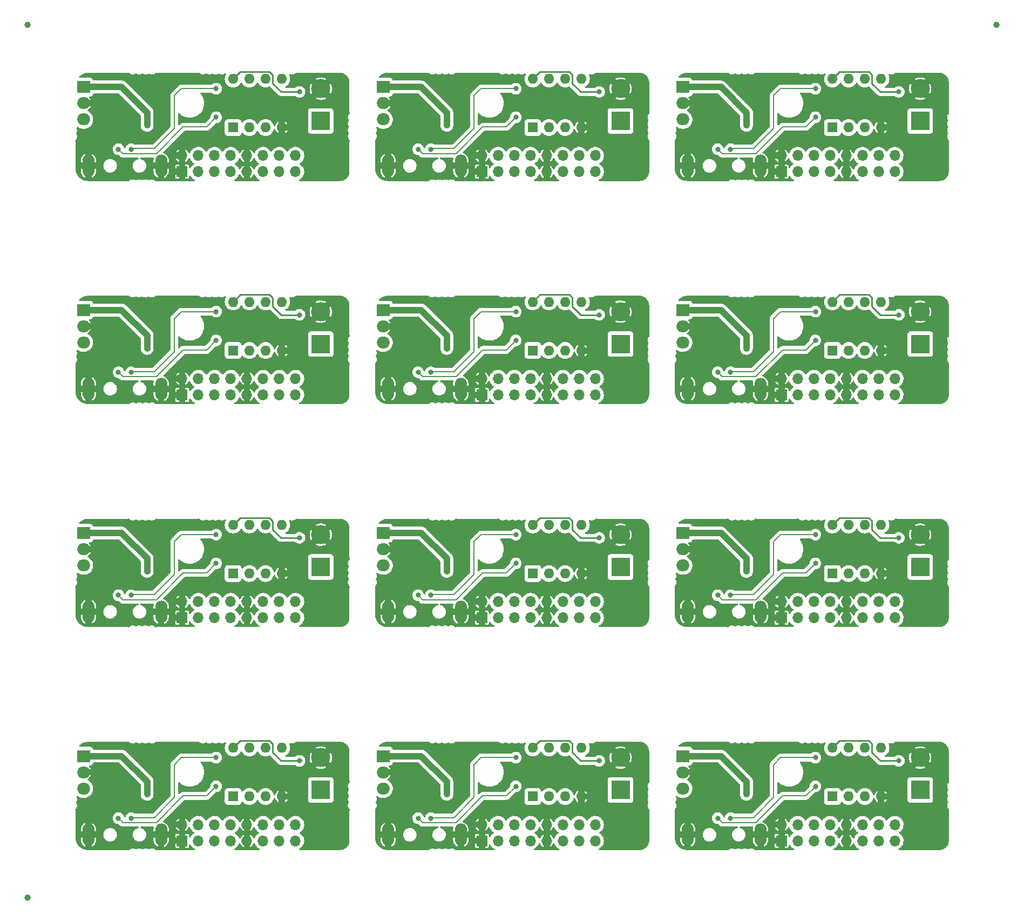
<source format=gbl>
%TF.GenerationSoftware,KiCad,Pcbnew,6.0.2*%
%TF.CreationDate,2022-03-13T21:00:17+01:00*%
%TF.ProjectId,panelized,70616e65-6c69-47a6-9564-2e6b69636164,rev?*%
%TF.SameCoordinates,Original*%
%TF.FileFunction,Copper,L2,Bot*%
%TF.FilePolarity,Positive*%
%FSLAX46Y46*%
G04 Gerber Fmt 4.6, Leading zero omitted, Abs format (unit mm)*
G04 Created by KiCad (PCBNEW 6.0.2) date 2022-03-13 21:00:17*
%MOMM*%
%LPD*%
G01*
G04 APERTURE LIST*
%TA.AperFunction,SMDPad,CuDef*%
%ADD10C,1.000000*%
%TD*%
%TA.AperFunction,ComponentPad*%
%ADD11R,2.000000X1.905000*%
%TD*%
%TA.AperFunction,ComponentPad*%
%ADD12O,2.000000X1.905000*%
%TD*%
%TA.AperFunction,ComponentPad*%
%ADD13O,1.900000X3.500000*%
%TD*%
%TA.AperFunction,ComponentPad*%
%ADD14R,1.700000X1.700000*%
%TD*%
%TA.AperFunction,ComponentPad*%
%ADD15O,1.700000X1.700000*%
%TD*%
%TA.AperFunction,ComponentPad*%
%ADD16R,1.600000X1.600000*%
%TD*%
%TA.AperFunction,ComponentPad*%
%ADD17O,1.600000X1.600000*%
%TD*%
%TA.AperFunction,ComponentPad*%
%ADD18R,3.000000X3.000000*%
%TD*%
%TA.AperFunction,ComponentPad*%
%ADD19C,3.000000*%
%TD*%
%TA.AperFunction,ViaPad*%
%ADD20C,0.800000*%
%TD*%
%TA.AperFunction,Conductor*%
%ADD21C,0.250000*%
%TD*%
%TA.AperFunction,Conductor*%
%ADD22C,1.000000*%
%TD*%
%TA.AperFunction,Conductor*%
%ADD23C,0.200000*%
%TD*%
G04 APERTURE END LIST*
D10*
%TO.P,REF\u002A\u002A,*%
%TO.N,*%
X21000997Y-171001012D03*
%TD*%
%TO.P,REF\u002A\u002A,*%
%TO.N,*%
X172999010Y-33998998D03*
%TD*%
%TO.P,REF\u002A\u002A,*%
%TO.N,*%
X21000997Y-33998998D03*
%TD*%
D11*
%TO.P,U2,1,IN*%
%TO.N,Board_7-/VBUS*%
X76770004Y-113750008D03*
D12*
%TO.P,U2,2,GND*%
%TO.N,Board_7-/GND*%
X76770004Y-116290008D03*
%TO.P,U2,3,OUT*%
%TO.N,Board_7-/6V*%
X76770004Y-118830008D03*
%TD*%
D13*
%TO.P,J3,5,Shield*%
%TO.N,Board_10-/GND*%
X88950004Y-161100013D03*
X77550004Y-161100013D03*
%TD*%
%TO.P,J3,5,Shield*%
%TO.N,Board_3-/GND*%
X41949997Y-91100003D03*
X30549997Y-91100003D03*
%TD*%
D11*
%TO.P,U2,1,IN*%
%TO.N,Board_9-/VBUS*%
X29769997Y-148750013D03*
D12*
%TO.P,U2,2,GND*%
%TO.N,Board_9-/GND*%
X29769997Y-151290013D03*
%TO.P,U2,3,OUT*%
%TO.N,Board_9-/6V*%
X29769997Y-153830013D03*
%TD*%
D14*
%TO.P,J1,1,Pin_1*%
%TO.N,Board_3-/GND*%
X45249997Y-92045003D03*
D15*
%TO.P,J1,2,Pin_2*%
X45249997Y-89505003D03*
%TO.P,J1,3,Pin_3*%
%TO.N,Board_3-/6V*%
X47789997Y-92045003D03*
%TO.P,J1,4,Pin_4*%
X47789997Y-89505003D03*
%TO.P,J1,5,Pin_5*%
%TO.N,Board_3-Net-(J1-Pad5)*%
X50329997Y-92045003D03*
%TO.P,J1,6,Pin_6*%
%TO.N,Board_3-Net-(J1-Pad6)*%
X50329997Y-89505003D03*
%TO.P,J1,7,Pin_7*%
%TO.N,Board_3-Net-(J1-Pad5)*%
X52869997Y-92045003D03*
%TO.P,J1,8,Pin_8*%
%TO.N,Board_3-Net-(J1-Pad6)*%
X52869997Y-89505003D03*
%TO.P,J1,9,Pin_9*%
%TO.N,Board_3-/GND*%
X55409997Y-92045003D03*
%TO.P,J1,10,Pin_10*%
X55409997Y-89505003D03*
%TO.P,J1,11,Pin_11*%
%TO.N,Board_3-/5V*%
X57949997Y-92045003D03*
%TO.P,J1,12,Pin_12*%
%TO.N,Board_3-/6V*%
X57949997Y-89505003D03*
%TO.P,J1,13,Pin_13*%
%TO.N,Board_3-/controll pin*%
X60489997Y-92045003D03*
%TO.P,J1,14,Pin_14*%
%TO.N,Board_3-Net-(J1-Pad14)*%
X60489997Y-89505003D03*
%TO.P,J1,15,Pin_15*%
%TO.N,Board_3-unconnected-(J1-Pad15)*%
X63029997Y-92045003D03*
%TO.P,J1,16,Pin_16*%
%TO.N,Board_3-Net-(J1-Pad14)*%
X63029997Y-89505003D03*
%TD*%
D14*
%TO.P,J1,1,Pin_1*%
%TO.N,Board_7-/GND*%
X92250004Y-127045008D03*
D15*
%TO.P,J1,2,Pin_2*%
X92250004Y-124505008D03*
%TO.P,J1,3,Pin_3*%
%TO.N,Board_7-/6V*%
X94790004Y-127045008D03*
%TO.P,J1,4,Pin_4*%
X94790004Y-124505008D03*
%TO.P,J1,5,Pin_5*%
%TO.N,Board_7-Net-(J1-Pad5)*%
X97330004Y-127045008D03*
%TO.P,J1,6,Pin_6*%
%TO.N,Board_7-Net-(J1-Pad6)*%
X97330004Y-124505008D03*
%TO.P,J1,7,Pin_7*%
%TO.N,Board_7-Net-(J1-Pad5)*%
X99870004Y-127045008D03*
%TO.P,J1,8,Pin_8*%
%TO.N,Board_7-Net-(J1-Pad6)*%
X99870004Y-124505008D03*
%TO.P,J1,9,Pin_9*%
%TO.N,Board_7-/GND*%
X102410004Y-127045008D03*
%TO.P,J1,10,Pin_10*%
X102410004Y-124505008D03*
%TO.P,J1,11,Pin_11*%
%TO.N,Board_7-/5V*%
X104950004Y-127045008D03*
%TO.P,J1,12,Pin_12*%
%TO.N,Board_7-/6V*%
X104950004Y-124505008D03*
%TO.P,J1,13,Pin_13*%
%TO.N,Board_7-/controll pin*%
X107490004Y-127045008D03*
%TO.P,J1,14,Pin_14*%
%TO.N,Board_7-Net-(J1-Pad14)*%
X107490004Y-124505008D03*
%TO.P,J1,15,Pin_15*%
%TO.N,Board_7-unconnected-(J1-Pad15)*%
X110030004Y-127045008D03*
%TO.P,J1,16,Pin_16*%
%TO.N,Board_7-Net-(J1-Pad14)*%
X110030004Y-124505008D03*
%TD*%
D16*
%TO.P,U1,1,~{RESET}/PB5*%
%TO.N,Board_5-unconnected-(U1-Pad1)*%
X147247011Y-85093003D03*
D17*
%TO.P,U1,2,XTAL1/PB3*%
%TO.N,Board_5-Net-(R2-Pad1)*%
X149787011Y-85093003D03*
%TO.P,U1,3,XTAL2/PB4*%
%TO.N,Board_5-Net-(R1-Pad1)*%
X152327011Y-85093003D03*
%TO.P,U1,4,GND*%
%TO.N,Board_5-/GND*%
X154867011Y-85093003D03*
%TO.P,U1,5,AREF/PB0*%
%TO.N,Board_5-/controll pin*%
X154867011Y-77473003D03*
%TO.P,U1,6,PB1*%
%TO.N,Board_5-Net-(R4-Pad1)*%
X152327011Y-77473003D03*
%TO.P,U1,7,PB2*%
%TO.N,Board_5-Net-(R3-Pad1)*%
X149787011Y-77473003D03*
%TO.P,U1,8,VCC*%
%TO.N,Board_5-/5V*%
X147247011Y-77473003D03*
%TD*%
D13*
%TO.P,J3,5,Shield*%
%TO.N,Board_1-/GND*%
X77550004Y-56099998D03*
X88950004Y-56099998D03*
%TD*%
D14*
%TO.P,J1,1,Pin_1*%
%TO.N,Board_10-/GND*%
X92250004Y-162045013D03*
D15*
%TO.P,J1,2,Pin_2*%
X92250004Y-159505013D03*
%TO.P,J1,3,Pin_3*%
%TO.N,Board_10-/6V*%
X94790004Y-162045013D03*
%TO.P,J1,4,Pin_4*%
X94790004Y-159505013D03*
%TO.P,J1,5,Pin_5*%
%TO.N,Board_10-Net-(J1-Pad5)*%
X97330004Y-162045013D03*
%TO.P,J1,6,Pin_6*%
%TO.N,Board_10-Net-(J1-Pad6)*%
X97330004Y-159505013D03*
%TO.P,J1,7,Pin_7*%
%TO.N,Board_10-Net-(J1-Pad5)*%
X99870004Y-162045013D03*
%TO.P,J1,8,Pin_8*%
%TO.N,Board_10-Net-(J1-Pad6)*%
X99870004Y-159505013D03*
%TO.P,J1,9,Pin_9*%
%TO.N,Board_10-/GND*%
X102410004Y-162045013D03*
%TO.P,J1,10,Pin_10*%
X102410004Y-159505013D03*
%TO.P,J1,11,Pin_11*%
%TO.N,Board_10-/5V*%
X104950004Y-162045013D03*
%TO.P,J1,12,Pin_12*%
%TO.N,Board_10-/6V*%
X104950004Y-159505013D03*
%TO.P,J1,13,Pin_13*%
%TO.N,Board_10-/controll pin*%
X107490004Y-162045013D03*
%TO.P,J1,14,Pin_14*%
%TO.N,Board_10-Net-(J1-Pad14)*%
X107490004Y-159505013D03*
%TO.P,J1,15,Pin_15*%
%TO.N,Board_10-unconnected-(J1-Pad15)*%
X110030004Y-162045013D03*
%TO.P,J1,16,Pin_16*%
%TO.N,Board_10-Net-(J1-Pad14)*%
X110030004Y-159505013D03*
%TD*%
D18*
%TO.P,J2,1,Pin_1*%
%TO.N,Board_9-/VBUS*%
X66999997Y-154080013D03*
D19*
%TO.P,J2,2,Pin_2*%
%TO.N,Board_9-/GND*%
X66999997Y-149000013D03*
%TD*%
D14*
%TO.P,J1,1,Pin_1*%
%TO.N,Board_6-/GND*%
X45249997Y-127045008D03*
D15*
%TO.P,J1,2,Pin_2*%
X45249997Y-124505008D03*
%TO.P,J1,3,Pin_3*%
%TO.N,Board_6-/6V*%
X47789997Y-127045008D03*
%TO.P,J1,4,Pin_4*%
X47789997Y-124505008D03*
%TO.P,J1,5,Pin_5*%
%TO.N,Board_6-Net-(J1-Pad5)*%
X50329997Y-127045008D03*
%TO.P,J1,6,Pin_6*%
%TO.N,Board_6-Net-(J1-Pad6)*%
X50329997Y-124505008D03*
%TO.P,J1,7,Pin_7*%
%TO.N,Board_6-Net-(J1-Pad5)*%
X52869997Y-127045008D03*
%TO.P,J1,8,Pin_8*%
%TO.N,Board_6-Net-(J1-Pad6)*%
X52869997Y-124505008D03*
%TO.P,J1,9,Pin_9*%
%TO.N,Board_6-/GND*%
X55409997Y-127045008D03*
%TO.P,J1,10,Pin_10*%
X55409997Y-124505008D03*
%TO.P,J1,11,Pin_11*%
%TO.N,Board_6-/5V*%
X57949997Y-127045008D03*
%TO.P,J1,12,Pin_12*%
%TO.N,Board_6-/6V*%
X57949997Y-124505008D03*
%TO.P,J1,13,Pin_13*%
%TO.N,Board_6-/controll pin*%
X60489997Y-127045008D03*
%TO.P,J1,14,Pin_14*%
%TO.N,Board_6-Net-(J1-Pad14)*%
X60489997Y-124505008D03*
%TO.P,J1,15,Pin_15*%
%TO.N,Board_6-unconnected-(J1-Pad15)*%
X63029997Y-127045008D03*
%TO.P,J1,16,Pin_16*%
%TO.N,Board_6-Net-(J1-Pad14)*%
X63029997Y-124505008D03*
%TD*%
D16*
%TO.P,U1,1,~{RESET}/PB5*%
%TO.N,Board_6-unconnected-(U1-Pad1)*%
X53246997Y-120093008D03*
D17*
%TO.P,U1,2,XTAL1/PB3*%
%TO.N,Board_6-Net-(R2-Pad1)*%
X55786997Y-120093008D03*
%TO.P,U1,3,XTAL2/PB4*%
%TO.N,Board_6-Net-(R1-Pad1)*%
X58326997Y-120093008D03*
%TO.P,U1,4,GND*%
%TO.N,Board_6-/GND*%
X60866997Y-120093008D03*
%TO.P,U1,5,AREF/PB0*%
%TO.N,Board_6-/controll pin*%
X60866997Y-112473008D03*
%TO.P,U1,6,PB1*%
%TO.N,Board_6-Net-(R4-Pad1)*%
X58326997Y-112473008D03*
%TO.P,U1,7,PB2*%
%TO.N,Board_6-Net-(R3-Pad1)*%
X55786997Y-112473008D03*
%TO.P,U1,8,VCC*%
%TO.N,Board_6-/5V*%
X53246997Y-112473008D03*
%TD*%
D18*
%TO.P,J2,1,Pin_1*%
%TO.N,Board_8-/VBUS*%
X161000011Y-119080008D03*
D19*
%TO.P,J2,2,Pin_2*%
%TO.N,Board_8-/GND*%
X161000011Y-114000008D03*
%TD*%
D11*
%TO.P,U2,1,IN*%
%TO.N,Board_3-/VBUS*%
X29769997Y-78750003D03*
D12*
%TO.P,U2,2,GND*%
%TO.N,Board_3-/GND*%
X29769997Y-81290003D03*
%TO.P,U2,3,OUT*%
%TO.N,Board_3-/6V*%
X29769997Y-83830003D03*
%TD*%
D11*
%TO.P,U2,1,IN*%
%TO.N,Board_1-/VBUS*%
X76770004Y-43749998D03*
D12*
%TO.P,U2,2,GND*%
%TO.N,Board_1-/GND*%
X76770004Y-46289998D03*
%TO.P,U2,3,OUT*%
%TO.N,Board_1-/6V*%
X76770004Y-48829998D03*
%TD*%
D18*
%TO.P,J2,1,Pin_1*%
%TO.N,Board_6-/VBUS*%
X66999997Y-119080008D03*
D19*
%TO.P,J2,2,Pin_2*%
%TO.N,Board_6-/GND*%
X66999997Y-114000008D03*
%TD*%
D11*
%TO.P,U2,1,IN*%
%TO.N,Board_11-/VBUS*%
X123770011Y-148750013D03*
D12*
%TO.P,U2,2,GND*%
%TO.N,Board_11-/GND*%
X123770011Y-151290013D03*
%TO.P,U2,3,OUT*%
%TO.N,Board_11-/6V*%
X123770011Y-153830013D03*
%TD*%
D16*
%TO.P,U1,1,~{RESET}/PB5*%
%TO.N,Board_2-unconnected-(U1-Pad1)*%
X147247011Y-50092998D03*
D17*
%TO.P,U1,2,XTAL1/PB3*%
%TO.N,Board_2-Net-(R2-Pad1)*%
X149787011Y-50092998D03*
%TO.P,U1,3,XTAL2/PB4*%
%TO.N,Board_2-Net-(R1-Pad1)*%
X152327011Y-50092998D03*
%TO.P,U1,4,GND*%
%TO.N,Board_2-/GND*%
X154867011Y-50092998D03*
%TO.P,U1,5,AREF/PB0*%
%TO.N,Board_2-/controll pin*%
X154867011Y-42472998D03*
%TO.P,U1,6,PB1*%
%TO.N,Board_2-Net-(R4-Pad1)*%
X152327011Y-42472998D03*
%TO.P,U1,7,PB2*%
%TO.N,Board_2-Net-(R3-Pad1)*%
X149787011Y-42472998D03*
%TO.P,U1,8,VCC*%
%TO.N,Board_2-/5V*%
X147247011Y-42472998D03*
%TD*%
D18*
%TO.P,J2,1,Pin_1*%
%TO.N,Board_3-/VBUS*%
X66999997Y-84080003D03*
D19*
%TO.P,J2,2,Pin_2*%
%TO.N,Board_3-/GND*%
X66999997Y-79000003D03*
%TD*%
D16*
%TO.P,U1,1,~{RESET}/PB5*%
%TO.N,Board_10-unconnected-(U1-Pad1)*%
X100247004Y-155093013D03*
D17*
%TO.P,U1,2,XTAL1/PB3*%
%TO.N,Board_10-Net-(R2-Pad1)*%
X102787004Y-155093013D03*
%TO.P,U1,3,XTAL2/PB4*%
%TO.N,Board_10-Net-(R1-Pad1)*%
X105327004Y-155093013D03*
%TO.P,U1,4,GND*%
%TO.N,Board_10-/GND*%
X107867004Y-155093013D03*
%TO.P,U1,5,AREF/PB0*%
%TO.N,Board_10-/controll pin*%
X107867004Y-147473013D03*
%TO.P,U1,6,PB1*%
%TO.N,Board_10-Net-(R4-Pad1)*%
X105327004Y-147473013D03*
%TO.P,U1,7,PB2*%
%TO.N,Board_10-Net-(R3-Pad1)*%
X102787004Y-147473013D03*
%TO.P,U1,8,VCC*%
%TO.N,Board_10-/5V*%
X100247004Y-147473013D03*
%TD*%
D14*
%TO.P,J1,1,Pin_1*%
%TO.N,Board_2-/GND*%
X139250011Y-57044998D03*
D15*
%TO.P,J1,2,Pin_2*%
X139250011Y-54504998D03*
%TO.P,J1,3,Pin_3*%
%TO.N,Board_2-/6V*%
X141790011Y-57044998D03*
%TO.P,J1,4,Pin_4*%
X141790011Y-54504998D03*
%TO.P,J1,5,Pin_5*%
%TO.N,Board_2-Net-(J1-Pad5)*%
X144330011Y-57044998D03*
%TO.P,J1,6,Pin_6*%
%TO.N,Board_2-Net-(J1-Pad6)*%
X144330011Y-54504998D03*
%TO.P,J1,7,Pin_7*%
%TO.N,Board_2-Net-(J1-Pad5)*%
X146870011Y-57044998D03*
%TO.P,J1,8,Pin_8*%
%TO.N,Board_2-Net-(J1-Pad6)*%
X146870011Y-54504998D03*
%TO.P,J1,9,Pin_9*%
%TO.N,Board_2-/GND*%
X149410011Y-57044998D03*
%TO.P,J1,10,Pin_10*%
X149410011Y-54504998D03*
%TO.P,J1,11,Pin_11*%
%TO.N,Board_2-/5V*%
X151950011Y-57044998D03*
%TO.P,J1,12,Pin_12*%
%TO.N,Board_2-/6V*%
X151950011Y-54504998D03*
%TO.P,J1,13,Pin_13*%
%TO.N,Board_2-/controll pin*%
X154490011Y-57044998D03*
%TO.P,J1,14,Pin_14*%
%TO.N,Board_2-Net-(J1-Pad14)*%
X154490011Y-54504998D03*
%TO.P,J1,15,Pin_15*%
%TO.N,Board_2-unconnected-(J1-Pad15)*%
X157030011Y-57044998D03*
%TO.P,J1,16,Pin_16*%
%TO.N,Board_2-Net-(J1-Pad14)*%
X157030011Y-54504998D03*
%TD*%
D13*
%TO.P,J3,5,Shield*%
%TO.N,Board_9-/GND*%
X30549997Y-161100013D03*
X41949997Y-161100013D03*
%TD*%
D16*
%TO.P,U1,1,~{RESET}/PB5*%
%TO.N,Board_1-unconnected-(U1-Pad1)*%
X100247004Y-50092998D03*
D17*
%TO.P,U1,2,XTAL1/PB3*%
%TO.N,Board_1-Net-(R2-Pad1)*%
X102787004Y-50092998D03*
%TO.P,U1,3,XTAL2/PB4*%
%TO.N,Board_1-Net-(R1-Pad1)*%
X105327004Y-50092998D03*
%TO.P,U1,4,GND*%
%TO.N,Board_1-/GND*%
X107867004Y-50092998D03*
%TO.P,U1,5,AREF/PB0*%
%TO.N,Board_1-/controll pin*%
X107867004Y-42472998D03*
%TO.P,U1,6,PB1*%
%TO.N,Board_1-Net-(R4-Pad1)*%
X105327004Y-42472998D03*
%TO.P,U1,7,PB2*%
%TO.N,Board_1-Net-(R3-Pad1)*%
X102787004Y-42472998D03*
%TO.P,U1,8,VCC*%
%TO.N,Board_1-/5V*%
X100247004Y-42472998D03*
%TD*%
D18*
%TO.P,J2,1,Pin_1*%
%TO.N,Board_2-/VBUS*%
X161000011Y-49079998D03*
D19*
%TO.P,J2,2,Pin_2*%
%TO.N,Board_2-/GND*%
X161000011Y-43999998D03*
%TD*%
D11*
%TO.P,U2,1,IN*%
%TO.N,Board_5-/VBUS*%
X123770011Y-78750003D03*
D12*
%TO.P,U2,2,GND*%
%TO.N,Board_5-/GND*%
X123770011Y-81290003D03*
%TO.P,U2,3,OUT*%
%TO.N,Board_5-/6V*%
X123770011Y-83830003D03*
%TD*%
D13*
%TO.P,J3,5,Shield*%
%TO.N,Board_0-/GND*%
X30549997Y-56099998D03*
X41949997Y-56099998D03*
%TD*%
D18*
%TO.P,J2,1,Pin_1*%
%TO.N,Board_11-/VBUS*%
X161000011Y-154080013D03*
D19*
%TO.P,J2,2,Pin_2*%
%TO.N,Board_11-/GND*%
X161000011Y-149000013D03*
%TD*%
D18*
%TO.P,J2,1,Pin_1*%
%TO.N,Board_1-/VBUS*%
X114000004Y-49079998D03*
D19*
%TO.P,J2,2,Pin_2*%
%TO.N,Board_1-/GND*%
X114000004Y-43999998D03*
%TD*%
D13*
%TO.P,J3,5,Shield*%
%TO.N,Board_8-/GND*%
X135950011Y-126100008D03*
X124550011Y-126100008D03*
%TD*%
D14*
%TO.P,J1,1,Pin_1*%
%TO.N,Board_11-/GND*%
X139250011Y-162045013D03*
D15*
%TO.P,J1,2,Pin_2*%
X139250011Y-159505013D03*
%TO.P,J1,3,Pin_3*%
%TO.N,Board_11-/6V*%
X141790011Y-162045013D03*
%TO.P,J1,4,Pin_4*%
X141790011Y-159505013D03*
%TO.P,J1,5,Pin_5*%
%TO.N,Board_11-Net-(J1-Pad5)*%
X144330011Y-162045013D03*
%TO.P,J1,6,Pin_6*%
%TO.N,Board_11-Net-(J1-Pad6)*%
X144330011Y-159505013D03*
%TO.P,J1,7,Pin_7*%
%TO.N,Board_11-Net-(J1-Pad5)*%
X146870011Y-162045013D03*
%TO.P,J1,8,Pin_8*%
%TO.N,Board_11-Net-(J1-Pad6)*%
X146870011Y-159505013D03*
%TO.P,J1,9,Pin_9*%
%TO.N,Board_11-/GND*%
X149410011Y-162045013D03*
%TO.P,J1,10,Pin_10*%
X149410011Y-159505013D03*
%TO.P,J1,11,Pin_11*%
%TO.N,Board_11-/5V*%
X151950011Y-162045013D03*
%TO.P,J1,12,Pin_12*%
%TO.N,Board_11-/6V*%
X151950011Y-159505013D03*
%TO.P,J1,13,Pin_13*%
%TO.N,Board_11-/controll pin*%
X154490011Y-162045013D03*
%TO.P,J1,14,Pin_14*%
%TO.N,Board_11-Net-(J1-Pad14)*%
X154490011Y-159505013D03*
%TO.P,J1,15,Pin_15*%
%TO.N,Board_11-unconnected-(J1-Pad15)*%
X157030011Y-162045013D03*
%TO.P,J1,16,Pin_16*%
%TO.N,Board_11-Net-(J1-Pad14)*%
X157030011Y-159505013D03*
%TD*%
D11*
%TO.P,U2,1,IN*%
%TO.N,Board_8-/VBUS*%
X123770011Y-113750008D03*
D12*
%TO.P,U2,2,GND*%
%TO.N,Board_8-/GND*%
X123770011Y-116290008D03*
%TO.P,U2,3,OUT*%
%TO.N,Board_8-/6V*%
X123770011Y-118830008D03*
%TD*%
D16*
%TO.P,U1,1,~{RESET}/PB5*%
%TO.N,Board_9-unconnected-(U1-Pad1)*%
X53246997Y-155093013D03*
D17*
%TO.P,U1,2,XTAL1/PB3*%
%TO.N,Board_9-Net-(R2-Pad1)*%
X55786997Y-155093013D03*
%TO.P,U1,3,XTAL2/PB4*%
%TO.N,Board_9-Net-(R1-Pad1)*%
X58326997Y-155093013D03*
%TO.P,U1,4,GND*%
%TO.N,Board_9-/GND*%
X60866997Y-155093013D03*
%TO.P,U1,5,AREF/PB0*%
%TO.N,Board_9-/controll pin*%
X60866997Y-147473013D03*
%TO.P,U1,6,PB1*%
%TO.N,Board_9-Net-(R4-Pad1)*%
X58326997Y-147473013D03*
%TO.P,U1,7,PB2*%
%TO.N,Board_9-Net-(R3-Pad1)*%
X55786997Y-147473013D03*
%TO.P,U1,8,VCC*%
%TO.N,Board_9-/5V*%
X53246997Y-147473013D03*
%TD*%
D16*
%TO.P,U1,1,~{RESET}/PB5*%
%TO.N,Board_7-unconnected-(U1-Pad1)*%
X100247004Y-120093008D03*
D17*
%TO.P,U1,2,XTAL1/PB3*%
%TO.N,Board_7-Net-(R2-Pad1)*%
X102787004Y-120093008D03*
%TO.P,U1,3,XTAL2/PB4*%
%TO.N,Board_7-Net-(R1-Pad1)*%
X105327004Y-120093008D03*
%TO.P,U1,4,GND*%
%TO.N,Board_7-/GND*%
X107867004Y-120093008D03*
%TO.P,U1,5,AREF/PB0*%
%TO.N,Board_7-/controll pin*%
X107867004Y-112473008D03*
%TO.P,U1,6,PB1*%
%TO.N,Board_7-Net-(R4-Pad1)*%
X105327004Y-112473008D03*
%TO.P,U1,7,PB2*%
%TO.N,Board_7-Net-(R3-Pad1)*%
X102787004Y-112473008D03*
%TO.P,U1,8,VCC*%
%TO.N,Board_7-/5V*%
X100247004Y-112473008D03*
%TD*%
D16*
%TO.P,U1,1,~{RESET}/PB5*%
%TO.N,Board_11-unconnected-(U1-Pad1)*%
X147247011Y-155093013D03*
D17*
%TO.P,U1,2,XTAL1/PB3*%
%TO.N,Board_11-Net-(R2-Pad1)*%
X149787011Y-155093013D03*
%TO.P,U1,3,XTAL2/PB4*%
%TO.N,Board_11-Net-(R1-Pad1)*%
X152327011Y-155093013D03*
%TO.P,U1,4,GND*%
%TO.N,Board_11-/GND*%
X154867011Y-155093013D03*
%TO.P,U1,5,AREF/PB0*%
%TO.N,Board_11-/controll pin*%
X154867011Y-147473013D03*
%TO.P,U1,6,PB1*%
%TO.N,Board_11-Net-(R4-Pad1)*%
X152327011Y-147473013D03*
%TO.P,U1,7,PB2*%
%TO.N,Board_11-Net-(R3-Pad1)*%
X149787011Y-147473013D03*
%TO.P,U1,8,VCC*%
%TO.N,Board_11-/5V*%
X147247011Y-147473013D03*
%TD*%
D13*
%TO.P,J3,5,Shield*%
%TO.N,Board_2-/GND*%
X135950011Y-56099998D03*
X124550011Y-56099998D03*
%TD*%
D18*
%TO.P,J2,1,Pin_1*%
%TO.N,Board_10-/VBUS*%
X114000004Y-154080013D03*
D19*
%TO.P,J2,2,Pin_2*%
%TO.N,Board_10-/GND*%
X114000004Y-149000013D03*
%TD*%
D14*
%TO.P,J1,1,Pin_1*%
%TO.N,Board_5-/GND*%
X139250011Y-92045003D03*
D15*
%TO.P,J1,2,Pin_2*%
X139250011Y-89505003D03*
%TO.P,J1,3,Pin_3*%
%TO.N,Board_5-/6V*%
X141790011Y-92045003D03*
%TO.P,J1,4,Pin_4*%
X141790011Y-89505003D03*
%TO.P,J1,5,Pin_5*%
%TO.N,Board_5-Net-(J1-Pad5)*%
X144330011Y-92045003D03*
%TO.P,J1,6,Pin_6*%
%TO.N,Board_5-Net-(J1-Pad6)*%
X144330011Y-89505003D03*
%TO.P,J1,7,Pin_7*%
%TO.N,Board_5-Net-(J1-Pad5)*%
X146870011Y-92045003D03*
%TO.P,J1,8,Pin_8*%
%TO.N,Board_5-Net-(J1-Pad6)*%
X146870011Y-89505003D03*
%TO.P,J1,9,Pin_9*%
%TO.N,Board_5-/GND*%
X149410011Y-92045003D03*
%TO.P,J1,10,Pin_10*%
X149410011Y-89505003D03*
%TO.P,J1,11,Pin_11*%
%TO.N,Board_5-/5V*%
X151950011Y-92045003D03*
%TO.P,J1,12,Pin_12*%
%TO.N,Board_5-/6V*%
X151950011Y-89505003D03*
%TO.P,J1,13,Pin_13*%
%TO.N,Board_5-/controll pin*%
X154490011Y-92045003D03*
%TO.P,J1,14,Pin_14*%
%TO.N,Board_5-Net-(J1-Pad14)*%
X154490011Y-89505003D03*
%TO.P,J1,15,Pin_15*%
%TO.N,Board_5-unconnected-(J1-Pad15)*%
X157030011Y-92045003D03*
%TO.P,J1,16,Pin_16*%
%TO.N,Board_5-Net-(J1-Pad14)*%
X157030011Y-89505003D03*
%TD*%
D11*
%TO.P,U2,1,IN*%
%TO.N,Board_6-/VBUS*%
X29769997Y-113750008D03*
D12*
%TO.P,U2,2,GND*%
%TO.N,Board_6-/GND*%
X29769997Y-116290008D03*
%TO.P,U2,3,OUT*%
%TO.N,Board_6-/6V*%
X29769997Y-118830008D03*
%TD*%
D13*
%TO.P,J3,5,Shield*%
%TO.N,Board_11-/GND*%
X135950011Y-161100013D03*
X124550011Y-161100013D03*
%TD*%
D16*
%TO.P,U1,1,~{RESET}/PB5*%
%TO.N,Board_0-unconnected-(U1-Pad1)*%
X53246997Y-50092998D03*
D17*
%TO.P,U1,2,XTAL1/PB3*%
%TO.N,Board_0-Net-(R2-Pad1)*%
X55786997Y-50092998D03*
%TO.P,U1,3,XTAL2/PB4*%
%TO.N,Board_0-Net-(R1-Pad1)*%
X58326997Y-50092998D03*
%TO.P,U1,4,GND*%
%TO.N,Board_0-/GND*%
X60866997Y-50092998D03*
%TO.P,U1,5,AREF/PB0*%
%TO.N,Board_0-/controll pin*%
X60866997Y-42472998D03*
%TO.P,U1,6,PB1*%
%TO.N,Board_0-Net-(R4-Pad1)*%
X58326997Y-42472998D03*
%TO.P,U1,7,PB2*%
%TO.N,Board_0-Net-(R3-Pad1)*%
X55786997Y-42472998D03*
%TO.P,U1,8,VCC*%
%TO.N,Board_0-/5V*%
X53246997Y-42472998D03*
%TD*%
D18*
%TO.P,J2,1,Pin_1*%
%TO.N,Board_4-/VBUS*%
X114000004Y-84080003D03*
D19*
%TO.P,J2,2,Pin_2*%
%TO.N,Board_4-/GND*%
X114000004Y-79000003D03*
%TD*%
D13*
%TO.P,J3,5,Shield*%
%TO.N,Board_7-/GND*%
X77550004Y-126100008D03*
X88950004Y-126100008D03*
%TD*%
%TO.P,J3,5,Shield*%
%TO.N,Board_6-/GND*%
X41949997Y-126100008D03*
X30549997Y-126100008D03*
%TD*%
D14*
%TO.P,J1,1,Pin_1*%
%TO.N,Board_8-/GND*%
X139250011Y-127045008D03*
D15*
%TO.P,J1,2,Pin_2*%
X139250011Y-124505008D03*
%TO.P,J1,3,Pin_3*%
%TO.N,Board_8-/6V*%
X141790011Y-127045008D03*
%TO.P,J1,4,Pin_4*%
X141790011Y-124505008D03*
%TO.P,J1,5,Pin_5*%
%TO.N,Board_8-Net-(J1-Pad5)*%
X144330011Y-127045008D03*
%TO.P,J1,6,Pin_6*%
%TO.N,Board_8-Net-(J1-Pad6)*%
X144330011Y-124505008D03*
%TO.P,J1,7,Pin_7*%
%TO.N,Board_8-Net-(J1-Pad5)*%
X146870011Y-127045008D03*
%TO.P,J1,8,Pin_8*%
%TO.N,Board_8-Net-(J1-Pad6)*%
X146870011Y-124505008D03*
%TO.P,J1,9,Pin_9*%
%TO.N,Board_8-/GND*%
X149410011Y-127045008D03*
%TO.P,J1,10,Pin_10*%
X149410011Y-124505008D03*
%TO.P,J1,11,Pin_11*%
%TO.N,Board_8-/5V*%
X151950011Y-127045008D03*
%TO.P,J1,12,Pin_12*%
%TO.N,Board_8-/6V*%
X151950011Y-124505008D03*
%TO.P,J1,13,Pin_13*%
%TO.N,Board_8-/controll pin*%
X154490011Y-127045008D03*
%TO.P,J1,14,Pin_14*%
%TO.N,Board_8-Net-(J1-Pad14)*%
X154490011Y-124505008D03*
%TO.P,J1,15,Pin_15*%
%TO.N,Board_8-unconnected-(J1-Pad15)*%
X157030011Y-127045008D03*
%TO.P,J1,16,Pin_16*%
%TO.N,Board_8-Net-(J1-Pad14)*%
X157030011Y-124505008D03*
%TD*%
D18*
%TO.P,J2,1,Pin_1*%
%TO.N,Board_0-/VBUS*%
X66999997Y-49079998D03*
D19*
%TO.P,J2,2,Pin_2*%
%TO.N,Board_0-/GND*%
X66999997Y-43999998D03*
%TD*%
D18*
%TO.P,J2,1,Pin_1*%
%TO.N,Board_7-/VBUS*%
X114000004Y-119080008D03*
D19*
%TO.P,J2,2,Pin_2*%
%TO.N,Board_7-/GND*%
X114000004Y-114000008D03*
%TD*%
D11*
%TO.P,U2,1,IN*%
%TO.N,Board_10-/VBUS*%
X76770004Y-148750013D03*
D12*
%TO.P,U2,2,GND*%
%TO.N,Board_10-/GND*%
X76770004Y-151290013D03*
%TO.P,U2,3,OUT*%
%TO.N,Board_10-/6V*%
X76770004Y-153830013D03*
%TD*%
D14*
%TO.P,J1,1,Pin_1*%
%TO.N,Board_1-/GND*%
X92250004Y-57044998D03*
D15*
%TO.P,J1,2,Pin_2*%
X92250004Y-54504998D03*
%TO.P,J1,3,Pin_3*%
%TO.N,Board_1-/6V*%
X94790004Y-57044998D03*
%TO.P,J1,4,Pin_4*%
X94790004Y-54504998D03*
%TO.P,J1,5,Pin_5*%
%TO.N,Board_1-Net-(J1-Pad5)*%
X97330004Y-57044998D03*
%TO.P,J1,6,Pin_6*%
%TO.N,Board_1-Net-(J1-Pad6)*%
X97330004Y-54504998D03*
%TO.P,J1,7,Pin_7*%
%TO.N,Board_1-Net-(J1-Pad5)*%
X99870004Y-57044998D03*
%TO.P,J1,8,Pin_8*%
%TO.N,Board_1-Net-(J1-Pad6)*%
X99870004Y-54504998D03*
%TO.P,J1,9,Pin_9*%
%TO.N,Board_1-/GND*%
X102410004Y-57044998D03*
%TO.P,J1,10,Pin_10*%
X102410004Y-54504998D03*
%TO.P,J1,11,Pin_11*%
%TO.N,Board_1-/5V*%
X104950004Y-57044998D03*
%TO.P,J1,12,Pin_12*%
%TO.N,Board_1-/6V*%
X104950004Y-54504998D03*
%TO.P,J1,13,Pin_13*%
%TO.N,Board_1-/controll pin*%
X107490004Y-57044998D03*
%TO.P,J1,14,Pin_14*%
%TO.N,Board_1-Net-(J1-Pad14)*%
X107490004Y-54504998D03*
%TO.P,J1,15,Pin_15*%
%TO.N,Board_1-unconnected-(J1-Pad15)*%
X110030004Y-57044998D03*
%TO.P,J1,16,Pin_16*%
%TO.N,Board_1-Net-(J1-Pad14)*%
X110030004Y-54504998D03*
%TD*%
D13*
%TO.P,J3,5,Shield*%
%TO.N,Board_5-/GND*%
X135950011Y-91100003D03*
X124550011Y-91100003D03*
%TD*%
D11*
%TO.P,U2,1,IN*%
%TO.N,Board_0-/VBUS*%
X29769997Y-43749998D03*
D12*
%TO.P,U2,2,GND*%
%TO.N,Board_0-/GND*%
X29769997Y-46289998D03*
%TO.P,U2,3,OUT*%
%TO.N,Board_0-/6V*%
X29769997Y-48829998D03*
%TD*%
D11*
%TO.P,U2,1,IN*%
%TO.N,Board_4-/VBUS*%
X76770004Y-78750003D03*
D12*
%TO.P,U2,2,GND*%
%TO.N,Board_4-/GND*%
X76770004Y-81290003D03*
%TO.P,U2,3,OUT*%
%TO.N,Board_4-/6V*%
X76770004Y-83830003D03*
%TD*%
D16*
%TO.P,U1,1,~{RESET}/PB5*%
%TO.N,Board_3-unconnected-(U1-Pad1)*%
X53246997Y-85093003D03*
D17*
%TO.P,U1,2,XTAL1/PB3*%
%TO.N,Board_3-Net-(R2-Pad1)*%
X55786997Y-85093003D03*
%TO.P,U1,3,XTAL2/PB4*%
%TO.N,Board_3-Net-(R1-Pad1)*%
X58326997Y-85093003D03*
%TO.P,U1,4,GND*%
%TO.N,Board_3-/GND*%
X60866997Y-85093003D03*
%TO.P,U1,5,AREF/PB0*%
%TO.N,Board_3-/controll pin*%
X60866997Y-77473003D03*
%TO.P,U1,6,PB1*%
%TO.N,Board_3-Net-(R4-Pad1)*%
X58326997Y-77473003D03*
%TO.P,U1,7,PB2*%
%TO.N,Board_3-Net-(R3-Pad1)*%
X55786997Y-77473003D03*
%TO.P,U1,8,VCC*%
%TO.N,Board_3-/5V*%
X53246997Y-77473003D03*
%TD*%
D13*
%TO.P,J3,5,Shield*%
%TO.N,Board_4-/GND*%
X77550004Y-91100003D03*
X88950004Y-91100003D03*
%TD*%
D16*
%TO.P,U1,1,~{RESET}/PB5*%
%TO.N,Board_4-unconnected-(U1-Pad1)*%
X100247004Y-85093003D03*
D17*
%TO.P,U1,2,XTAL1/PB3*%
%TO.N,Board_4-Net-(R2-Pad1)*%
X102787004Y-85093003D03*
%TO.P,U1,3,XTAL2/PB4*%
%TO.N,Board_4-Net-(R1-Pad1)*%
X105327004Y-85093003D03*
%TO.P,U1,4,GND*%
%TO.N,Board_4-/GND*%
X107867004Y-85093003D03*
%TO.P,U1,5,AREF/PB0*%
%TO.N,Board_4-/controll pin*%
X107867004Y-77473003D03*
%TO.P,U1,6,PB1*%
%TO.N,Board_4-Net-(R4-Pad1)*%
X105327004Y-77473003D03*
%TO.P,U1,7,PB2*%
%TO.N,Board_4-Net-(R3-Pad1)*%
X102787004Y-77473003D03*
%TO.P,U1,8,VCC*%
%TO.N,Board_4-/5V*%
X100247004Y-77473003D03*
%TD*%
D18*
%TO.P,J2,1,Pin_1*%
%TO.N,Board_5-/VBUS*%
X161000011Y-84080003D03*
D19*
%TO.P,J2,2,Pin_2*%
%TO.N,Board_5-/GND*%
X161000011Y-79000003D03*
%TD*%
D11*
%TO.P,U2,1,IN*%
%TO.N,Board_2-/VBUS*%
X123770011Y-43749998D03*
D12*
%TO.P,U2,2,GND*%
%TO.N,Board_2-/GND*%
X123770011Y-46289998D03*
%TO.P,U2,3,OUT*%
%TO.N,Board_2-/6V*%
X123770011Y-48829998D03*
%TD*%
D14*
%TO.P,J1,1,Pin_1*%
%TO.N,Board_4-/GND*%
X92250004Y-92045003D03*
D15*
%TO.P,J1,2,Pin_2*%
X92250004Y-89505003D03*
%TO.P,J1,3,Pin_3*%
%TO.N,Board_4-/6V*%
X94790004Y-92045003D03*
%TO.P,J1,4,Pin_4*%
X94790004Y-89505003D03*
%TO.P,J1,5,Pin_5*%
%TO.N,Board_4-Net-(J1-Pad5)*%
X97330004Y-92045003D03*
%TO.P,J1,6,Pin_6*%
%TO.N,Board_4-Net-(J1-Pad6)*%
X97330004Y-89505003D03*
%TO.P,J1,7,Pin_7*%
%TO.N,Board_4-Net-(J1-Pad5)*%
X99870004Y-92045003D03*
%TO.P,J1,8,Pin_8*%
%TO.N,Board_4-Net-(J1-Pad6)*%
X99870004Y-89505003D03*
%TO.P,J1,9,Pin_9*%
%TO.N,Board_4-/GND*%
X102410004Y-92045003D03*
%TO.P,J1,10,Pin_10*%
X102410004Y-89505003D03*
%TO.P,J1,11,Pin_11*%
%TO.N,Board_4-/5V*%
X104950004Y-92045003D03*
%TO.P,J1,12,Pin_12*%
%TO.N,Board_4-/6V*%
X104950004Y-89505003D03*
%TO.P,J1,13,Pin_13*%
%TO.N,Board_4-/controll pin*%
X107490004Y-92045003D03*
%TO.P,J1,14,Pin_14*%
%TO.N,Board_4-Net-(J1-Pad14)*%
X107490004Y-89505003D03*
%TO.P,J1,15,Pin_15*%
%TO.N,Board_4-unconnected-(J1-Pad15)*%
X110030004Y-92045003D03*
%TO.P,J1,16,Pin_16*%
%TO.N,Board_4-Net-(J1-Pad14)*%
X110030004Y-89505003D03*
%TD*%
D14*
%TO.P,J1,1,Pin_1*%
%TO.N,Board_0-/GND*%
X45249997Y-57044998D03*
D15*
%TO.P,J1,2,Pin_2*%
X45249997Y-54504998D03*
%TO.P,J1,3,Pin_3*%
%TO.N,Board_0-/6V*%
X47789997Y-57044998D03*
%TO.P,J1,4,Pin_4*%
X47789997Y-54504998D03*
%TO.P,J1,5,Pin_5*%
%TO.N,Board_0-Net-(J1-Pad5)*%
X50329997Y-57044998D03*
%TO.P,J1,6,Pin_6*%
%TO.N,Board_0-Net-(J1-Pad6)*%
X50329997Y-54504998D03*
%TO.P,J1,7,Pin_7*%
%TO.N,Board_0-Net-(J1-Pad5)*%
X52869997Y-57044998D03*
%TO.P,J1,8,Pin_8*%
%TO.N,Board_0-Net-(J1-Pad6)*%
X52869997Y-54504998D03*
%TO.P,J1,9,Pin_9*%
%TO.N,Board_0-/GND*%
X55409997Y-57044998D03*
%TO.P,J1,10,Pin_10*%
X55409997Y-54504998D03*
%TO.P,J1,11,Pin_11*%
%TO.N,Board_0-/5V*%
X57949997Y-57044998D03*
%TO.P,J1,12,Pin_12*%
%TO.N,Board_0-/6V*%
X57949997Y-54504998D03*
%TO.P,J1,13,Pin_13*%
%TO.N,Board_0-/controll pin*%
X60489997Y-57044998D03*
%TO.P,J1,14,Pin_14*%
%TO.N,Board_0-Net-(J1-Pad14)*%
X60489997Y-54504998D03*
%TO.P,J1,15,Pin_15*%
%TO.N,Board_0-unconnected-(J1-Pad15)*%
X63029997Y-57044998D03*
%TO.P,J1,16,Pin_16*%
%TO.N,Board_0-Net-(J1-Pad14)*%
X63029997Y-54504998D03*
%TD*%
D14*
%TO.P,J1,1,Pin_1*%
%TO.N,Board_9-/GND*%
X45249997Y-162045013D03*
D15*
%TO.P,J1,2,Pin_2*%
X45249997Y-159505013D03*
%TO.P,J1,3,Pin_3*%
%TO.N,Board_9-/6V*%
X47789997Y-162045013D03*
%TO.P,J1,4,Pin_4*%
X47789997Y-159505013D03*
%TO.P,J1,5,Pin_5*%
%TO.N,Board_9-Net-(J1-Pad5)*%
X50329997Y-162045013D03*
%TO.P,J1,6,Pin_6*%
%TO.N,Board_9-Net-(J1-Pad6)*%
X50329997Y-159505013D03*
%TO.P,J1,7,Pin_7*%
%TO.N,Board_9-Net-(J1-Pad5)*%
X52869997Y-162045013D03*
%TO.P,J1,8,Pin_8*%
%TO.N,Board_9-Net-(J1-Pad6)*%
X52869997Y-159505013D03*
%TO.P,J1,9,Pin_9*%
%TO.N,Board_9-/GND*%
X55409997Y-162045013D03*
%TO.P,J1,10,Pin_10*%
X55409997Y-159505013D03*
%TO.P,J1,11,Pin_11*%
%TO.N,Board_9-/5V*%
X57949997Y-162045013D03*
%TO.P,J1,12,Pin_12*%
%TO.N,Board_9-/6V*%
X57949997Y-159505013D03*
%TO.P,J1,13,Pin_13*%
%TO.N,Board_9-/controll pin*%
X60489997Y-162045013D03*
%TO.P,J1,14,Pin_14*%
%TO.N,Board_9-Net-(J1-Pad14)*%
X60489997Y-159505013D03*
%TO.P,J1,15,Pin_15*%
%TO.N,Board_9-unconnected-(J1-Pad15)*%
X63029997Y-162045013D03*
%TO.P,J1,16,Pin_16*%
%TO.N,Board_9-Net-(J1-Pad14)*%
X63029997Y-159505013D03*
%TD*%
D16*
%TO.P,U1,1,~{RESET}/PB5*%
%TO.N,Board_8-unconnected-(U1-Pad1)*%
X147247011Y-120093008D03*
D17*
%TO.P,U1,2,XTAL1/PB3*%
%TO.N,Board_8-Net-(R2-Pad1)*%
X149787011Y-120093008D03*
%TO.P,U1,3,XTAL2/PB4*%
%TO.N,Board_8-Net-(R1-Pad1)*%
X152327011Y-120093008D03*
%TO.P,U1,4,GND*%
%TO.N,Board_8-/GND*%
X154867011Y-120093008D03*
%TO.P,U1,5,AREF/PB0*%
%TO.N,Board_8-/controll pin*%
X154867011Y-112473008D03*
%TO.P,U1,6,PB1*%
%TO.N,Board_8-Net-(R4-Pad1)*%
X152327011Y-112473008D03*
%TO.P,U1,7,PB2*%
%TO.N,Board_8-Net-(R3-Pad1)*%
X149787011Y-112473008D03*
%TO.P,U1,8,VCC*%
%TO.N,Board_8-/5V*%
X147247011Y-112473008D03*
%TD*%
D20*
%TO.N,Board_11-/VBUS*%
X133750011Y-154750013D03*
%TO.N,Board_11-/GND*%
X161600011Y-158600013D03*
%TO.N,Board_11-/D-*%
X144575011Y-149000013D03*
X131250011Y-158500013D03*
%TO.N,Board_11-/D+*%
X129250011Y-158500013D03*
X144575011Y-153500013D03*
%TO.N,Board_11-/5V*%
X157650011Y-149500013D03*
%TO.N,Board_10-/VBUS*%
X86750004Y-154750013D03*
%TO.N,Board_10-/GND*%
X114600004Y-158600013D03*
%TO.N,Board_10-/D-*%
X97575004Y-149000013D03*
X84250004Y-158500013D03*
%TO.N,Board_10-/D+*%
X82250004Y-158500013D03*
X97575004Y-153500013D03*
%TO.N,Board_10-/5V*%
X110650004Y-149500013D03*
%TO.N,Board_9-/VBUS*%
X39749997Y-154750013D03*
%TO.N,Board_9-/GND*%
X67599997Y-158600013D03*
%TO.N,Board_9-/D-*%
X50574997Y-149000013D03*
X37249997Y-158500013D03*
%TO.N,Board_9-/D+*%
X35249997Y-158500013D03*
X50574997Y-153500013D03*
%TO.N,Board_9-/5V*%
X63649997Y-149500013D03*
%TO.N,Board_8-/VBUS*%
X133750011Y-119750008D03*
%TO.N,Board_8-/GND*%
X161600011Y-123600008D03*
%TO.N,Board_8-/D-*%
X144575011Y-114000008D03*
X131250011Y-123500008D03*
%TO.N,Board_8-/D+*%
X129250011Y-123500008D03*
X144575011Y-118500008D03*
%TO.N,Board_8-/5V*%
X157650011Y-114500008D03*
%TO.N,Board_7-/VBUS*%
X86750004Y-119750008D03*
%TO.N,Board_7-/GND*%
X114600004Y-123600008D03*
%TO.N,Board_7-/D-*%
X97575004Y-114000008D03*
X84250004Y-123500008D03*
%TO.N,Board_7-/D+*%
X82250004Y-123500008D03*
X97575004Y-118500008D03*
%TO.N,Board_7-/5V*%
X110650004Y-114500008D03*
%TO.N,Board_6-/VBUS*%
X39749997Y-119750008D03*
%TO.N,Board_6-/GND*%
X67599997Y-123600008D03*
%TO.N,Board_6-/D-*%
X50574997Y-114000008D03*
X37249997Y-123500008D03*
%TO.N,Board_6-/D+*%
X35249997Y-123500008D03*
X50574997Y-118500008D03*
%TO.N,Board_6-/5V*%
X63649997Y-114500008D03*
%TO.N,Board_5-/VBUS*%
X133750011Y-84750003D03*
%TO.N,Board_5-/GND*%
X161600011Y-88600003D03*
%TO.N,Board_5-/D-*%
X144575011Y-79000003D03*
X131250011Y-88500003D03*
%TO.N,Board_5-/D+*%
X129250011Y-88500003D03*
X144575011Y-83500003D03*
%TO.N,Board_5-/5V*%
X157650011Y-79500003D03*
%TO.N,Board_4-/VBUS*%
X86750004Y-84750003D03*
%TO.N,Board_4-/GND*%
X114600004Y-88600003D03*
%TO.N,Board_4-/D-*%
X97575004Y-79000003D03*
X84250004Y-88500003D03*
%TO.N,Board_4-/D+*%
X82250004Y-88500003D03*
X97575004Y-83500003D03*
%TO.N,Board_4-/5V*%
X110650004Y-79500003D03*
%TO.N,Board_3-/VBUS*%
X39749997Y-84750003D03*
%TO.N,Board_3-/GND*%
X67599997Y-88600003D03*
%TO.N,Board_3-/D-*%
X50574997Y-79000003D03*
X37249997Y-88500003D03*
%TO.N,Board_3-/D+*%
X35249997Y-88500003D03*
X50574997Y-83500003D03*
%TO.N,Board_3-/5V*%
X63649997Y-79500003D03*
%TO.N,Board_2-/VBUS*%
X133750011Y-49749998D03*
%TO.N,Board_2-/GND*%
X161600011Y-53599998D03*
%TO.N,Board_2-/D-*%
X144575011Y-43999998D03*
X131250011Y-53499998D03*
%TO.N,Board_2-/D+*%
X129250011Y-53499998D03*
X144575011Y-48499998D03*
%TO.N,Board_2-/5V*%
X157650011Y-44499998D03*
%TO.N,Board_1-/VBUS*%
X86750004Y-49749998D03*
%TO.N,Board_1-/GND*%
X114600004Y-53599998D03*
%TO.N,Board_1-/D-*%
X97575004Y-43999998D03*
X84250004Y-53499998D03*
%TO.N,Board_1-/D+*%
X82250004Y-53499998D03*
X97575004Y-48499998D03*
%TO.N,Board_1-/5V*%
X110650004Y-44499998D03*
%TO.N,Board_0-/VBUS*%
X39749997Y-49749998D03*
%TO.N,Board_0-/GND*%
X67599997Y-53599998D03*
%TO.N,Board_0-/D-*%
X50574997Y-43999998D03*
X37249997Y-53499998D03*
%TO.N,Board_0-/D+*%
X35249997Y-53499998D03*
X50574997Y-48499998D03*
%TO.N,Board_0-/5V*%
X63649997Y-44499998D03*
%TD*%
D21*
%TO.N,Board_11-Net-(R2-Pad1)*%
X149500011Y-154806013D02*
X149787011Y-155093013D01*
D22*
%TO.N,Board_11-/VBUS*%
X129750011Y-148750013D02*
X133750011Y-152750013D01*
X123770011Y-148960013D02*
X123770011Y-148750013D01*
X123770011Y-148750013D02*
X129750011Y-148750013D01*
X133750011Y-152750013D02*
X133750011Y-154750013D01*
D23*
%TO.N,Board_11-/D-*%
X138000011Y-155250013D02*
X134849531Y-158400493D01*
X134849531Y-158400493D02*
X131349531Y-158400493D01*
X139115218Y-149000013D02*
X138000011Y-150115220D01*
X131349531Y-158400493D02*
X131250011Y-158500013D01*
X144575011Y-149000013D02*
X139115218Y-149000013D01*
X138000011Y-150115220D02*
X138000011Y-155250013D01*
%TO.N,Board_11-/D+*%
X135200500Y-159199524D02*
X129949522Y-159199524D01*
X143075011Y-155000013D02*
X139400011Y-155000013D01*
X129949522Y-159199524D02*
X129250011Y-158500013D01*
X144575011Y-153500013D02*
X143075011Y-155000013D01*
X139400011Y-155000013D02*
X135200500Y-159199524D01*
D21*
%TO.N,Board_11-/5V*%
X153451522Y-146838013D02*
X152962011Y-146348502D01*
X153451522Y-148201524D02*
X153451522Y-146838013D01*
X148371522Y-146348502D02*
X147247011Y-147473013D01*
X152962011Y-146348502D02*
X148371522Y-146348502D01*
X154750011Y-149500013D02*
X153451522Y-148201524D01*
X157650011Y-149500013D02*
X154750011Y-149500013D01*
%TO.N,Board_10-Net-(R2-Pad1)*%
X102500004Y-154806013D02*
X102787004Y-155093013D01*
D22*
%TO.N,Board_10-/VBUS*%
X82750004Y-148750013D02*
X86750004Y-152750013D01*
X76770004Y-148960013D02*
X76770004Y-148750013D01*
X76770004Y-148750013D02*
X82750004Y-148750013D01*
X86750004Y-152750013D02*
X86750004Y-154750013D01*
D23*
%TO.N,Board_10-/D-*%
X91000004Y-155250013D02*
X87849524Y-158400493D01*
X87849524Y-158400493D02*
X84349524Y-158400493D01*
X92115211Y-149000013D02*
X91000004Y-150115220D01*
X84349524Y-158400493D02*
X84250004Y-158500013D01*
X97575004Y-149000013D02*
X92115211Y-149000013D01*
X91000004Y-150115220D02*
X91000004Y-155250013D01*
%TO.N,Board_10-/D+*%
X88200493Y-159199524D02*
X82949515Y-159199524D01*
X96075004Y-155000013D02*
X92400004Y-155000013D01*
X82949515Y-159199524D02*
X82250004Y-158500013D01*
X97575004Y-153500013D02*
X96075004Y-155000013D01*
X92400004Y-155000013D02*
X88200493Y-159199524D01*
D21*
%TO.N,Board_10-/5V*%
X106451515Y-146838013D02*
X105962004Y-146348502D01*
X106451515Y-148201524D02*
X106451515Y-146838013D01*
X101371515Y-146348502D02*
X100247004Y-147473013D01*
X105962004Y-146348502D02*
X101371515Y-146348502D01*
X107750004Y-149500013D02*
X106451515Y-148201524D01*
X110650004Y-149500013D02*
X107750004Y-149500013D01*
%TO.N,Board_9-Net-(R2-Pad1)*%
X55499997Y-154806013D02*
X55786997Y-155093013D01*
D22*
%TO.N,Board_9-/VBUS*%
X35749997Y-148750013D02*
X39749997Y-152750013D01*
X29769997Y-148960013D02*
X29769997Y-148750013D01*
X29769997Y-148750013D02*
X35749997Y-148750013D01*
X39749997Y-152750013D02*
X39749997Y-154750013D01*
D23*
%TO.N,Board_9-/D-*%
X43999997Y-155250013D02*
X40849517Y-158400493D01*
X40849517Y-158400493D02*
X37349517Y-158400493D01*
X45115204Y-149000013D02*
X43999997Y-150115220D01*
X37349517Y-158400493D02*
X37249997Y-158500013D01*
X50574997Y-149000013D02*
X45115204Y-149000013D01*
X43999997Y-150115220D02*
X43999997Y-155250013D01*
%TO.N,Board_9-/D+*%
X41200486Y-159199524D02*
X35949508Y-159199524D01*
X49074997Y-155000013D02*
X45399997Y-155000013D01*
X35949508Y-159199524D02*
X35249997Y-158500013D01*
X50574997Y-153500013D02*
X49074997Y-155000013D01*
X45399997Y-155000013D02*
X41200486Y-159199524D01*
D21*
%TO.N,Board_9-/5V*%
X59451508Y-146838013D02*
X58961997Y-146348502D01*
X59451508Y-148201524D02*
X59451508Y-146838013D01*
X54371508Y-146348502D02*
X53246997Y-147473013D01*
X58961997Y-146348502D02*
X54371508Y-146348502D01*
X60749997Y-149500013D02*
X59451508Y-148201524D01*
X63649997Y-149500013D02*
X60749997Y-149500013D01*
%TO.N,Board_8-Net-(R2-Pad1)*%
X149500011Y-119806008D02*
X149787011Y-120093008D01*
D22*
%TO.N,Board_8-/VBUS*%
X129750011Y-113750008D02*
X133750011Y-117750008D01*
X123770011Y-113960008D02*
X123770011Y-113750008D01*
X123770011Y-113750008D02*
X129750011Y-113750008D01*
X133750011Y-117750008D02*
X133750011Y-119750008D01*
D23*
%TO.N,Board_8-/D-*%
X138000011Y-120250008D02*
X134849531Y-123400488D01*
X134849531Y-123400488D02*
X131349531Y-123400488D01*
X139115218Y-114000008D02*
X138000011Y-115115215D01*
X131349531Y-123400488D02*
X131250011Y-123500008D01*
X144575011Y-114000008D02*
X139115218Y-114000008D01*
X138000011Y-115115215D02*
X138000011Y-120250008D01*
%TO.N,Board_8-/D+*%
X135200500Y-124199519D02*
X129949522Y-124199519D01*
X143075011Y-120000008D02*
X139400011Y-120000008D01*
X129949522Y-124199519D02*
X129250011Y-123500008D01*
X144575011Y-118500008D02*
X143075011Y-120000008D01*
X139400011Y-120000008D02*
X135200500Y-124199519D01*
D21*
%TO.N,Board_8-/5V*%
X153451522Y-111838008D02*
X152962011Y-111348497D01*
X153451522Y-113201519D02*
X153451522Y-111838008D01*
X148371522Y-111348497D02*
X147247011Y-112473008D01*
X152962011Y-111348497D02*
X148371522Y-111348497D01*
X154750011Y-114500008D02*
X153451522Y-113201519D01*
X157650011Y-114500008D02*
X154750011Y-114500008D01*
%TO.N,Board_7-Net-(R2-Pad1)*%
X102500004Y-119806008D02*
X102787004Y-120093008D01*
D22*
%TO.N,Board_7-/VBUS*%
X82750004Y-113750008D02*
X86750004Y-117750008D01*
X76770004Y-113960008D02*
X76770004Y-113750008D01*
X76770004Y-113750008D02*
X82750004Y-113750008D01*
X86750004Y-117750008D02*
X86750004Y-119750008D01*
D23*
%TO.N,Board_7-/D-*%
X91000004Y-120250008D02*
X87849524Y-123400488D01*
X87849524Y-123400488D02*
X84349524Y-123400488D01*
X92115211Y-114000008D02*
X91000004Y-115115215D01*
X84349524Y-123400488D02*
X84250004Y-123500008D01*
X97575004Y-114000008D02*
X92115211Y-114000008D01*
X91000004Y-115115215D02*
X91000004Y-120250008D01*
%TO.N,Board_7-/D+*%
X88200493Y-124199519D02*
X82949515Y-124199519D01*
X96075004Y-120000008D02*
X92400004Y-120000008D01*
X82949515Y-124199519D02*
X82250004Y-123500008D01*
X97575004Y-118500008D02*
X96075004Y-120000008D01*
X92400004Y-120000008D02*
X88200493Y-124199519D01*
D21*
%TO.N,Board_7-/5V*%
X106451515Y-111838008D02*
X105962004Y-111348497D01*
X106451515Y-113201519D02*
X106451515Y-111838008D01*
X101371515Y-111348497D02*
X100247004Y-112473008D01*
X105962004Y-111348497D02*
X101371515Y-111348497D01*
X107750004Y-114500008D02*
X106451515Y-113201519D01*
X110650004Y-114500008D02*
X107750004Y-114500008D01*
%TO.N,Board_6-Net-(R2-Pad1)*%
X55499997Y-119806008D02*
X55786997Y-120093008D01*
D22*
%TO.N,Board_6-/VBUS*%
X35749997Y-113750008D02*
X39749997Y-117750008D01*
X29769997Y-113960008D02*
X29769997Y-113750008D01*
X29769997Y-113750008D02*
X35749997Y-113750008D01*
X39749997Y-117750008D02*
X39749997Y-119750008D01*
D23*
%TO.N,Board_6-/D-*%
X43999997Y-120250008D02*
X40849517Y-123400488D01*
X40849517Y-123400488D02*
X37349517Y-123400488D01*
X45115204Y-114000008D02*
X43999997Y-115115215D01*
X37349517Y-123400488D02*
X37249997Y-123500008D01*
X50574997Y-114000008D02*
X45115204Y-114000008D01*
X43999997Y-115115215D02*
X43999997Y-120250008D01*
%TO.N,Board_6-/D+*%
X41200486Y-124199519D02*
X35949508Y-124199519D01*
X49074997Y-120000008D02*
X45399997Y-120000008D01*
X35949508Y-124199519D02*
X35249997Y-123500008D01*
X50574997Y-118500008D02*
X49074997Y-120000008D01*
X45399997Y-120000008D02*
X41200486Y-124199519D01*
D21*
%TO.N,Board_6-/5V*%
X59451508Y-111838008D02*
X58961997Y-111348497D01*
X59451508Y-113201519D02*
X59451508Y-111838008D01*
X54371508Y-111348497D02*
X53246997Y-112473008D01*
X58961997Y-111348497D02*
X54371508Y-111348497D01*
X60749997Y-114500008D02*
X59451508Y-113201519D01*
X63649997Y-114500008D02*
X60749997Y-114500008D01*
%TO.N,Board_5-Net-(R2-Pad1)*%
X149500011Y-84806003D02*
X149787011Y-85093003D01*
D22*
%TO.N,Board_5-/VBUS*%
X129750011Y-78750003D02*
X133750011Y-82750003D01*
X123770011Y-78960003D02*
X123770011Y-78750003D01*
X123770011Y-78750003D02*
X129750011Y-78750003D01*
X133750011Y-82750003D02*
X133750011Y-84750003D01*
D23*
%TO.N,Board_5-/D-*%
X138000011Y-85250003D02*
X134849531Y-88400483D01*
X134849531Y-88400483D02*
X131349531Y-88400483D01*
X139115218Y-79000003D02*
X138000011Y-80115210D01*
X131349531Y-88400483D02*
X131250011Y-88500003D01*
X144575011Y-79000003D02*
X139115218Y-79000003D01*
X138000011Y-80115210D02*
X138000011Y-85250003D01*
%TO.N,Board_5-/D+*%
X135200500Y-89199514D02*
X129949522Y-89199514D01*
X143075011Y-85000003D02*
X139400011Y-85000003D01*
X129949522Y-89199514D02*
X129250011Y-88500003D01*
X144575011Y-83500003D02*
X143075011Y-85000003D01*
X139400011Y-85000003D02*
X135200500Y-89199514D01*
D21*
%TO.N,Board_5-/5V*%
X153451522Y-76838003D02*
X152962011Y-76348492D01*
X153451522Y-78201514D02*
X153451522Y-76838003D01*
X148371522Y-76348492D02*
X147247011Y-77473003D01*
X152962011Y-76348492D02*
X148371522Y-76348492D01*
X154750011Y-79500003D02*
X153451522Y-78201514D01*
X157650011Y-79500003D02*
X154750011Y-79500003D01*
%TO.N,Board_4-Net-(R2-Pad1)*%
X102500004Y-84806003D02*
X102787004Y-85093003D01*
D22*
%TO.N,Board_4-/VBUS*%
X82750004Y-78750003D02*
X86750004Y-82750003D01*
X76770004Y-78960003D02*
X76770004Y-78750003D01*
X76770004Y-78750003D02*
X82750004Y-78750003D01*
X86750004Y-82750003D02*
X86750004Y-84750003D01*
D23*
%TO.N,Board_4-/D-*%
X91000004Y-85250003D02*
X87849524Y-88400483D01*
X87849524Y-88400483D02*
X84349524Y-88400483D01*
X92115211Y-79000003D02*
X91000004Y-80115210D01*
X84349524Y-88400483D02*
X84250004Y-88500003D01*
X97575004Y-79000003D02*
X92115211Y-79000003D01*
X91000004Y-80115210D02*
X91000004Y-85250003D01*
%TO.N,Board_4-/D+*%
X88200493Y-89199514D02*
X82949515Y-89199514D01*
X96075004Y-85000003D02*
X92400004Y-85000003D01*
X82949515Y-89199514D02*
X82250004Y-88500003D01*
X97575004Y-83500003D02*
X96075004Y-85000003D01*
X92400004Y-85000003D02*
X88200493Y-89199514D01*
D21*
%TO.N,Board_4-/5V*%
X106451515Y-76838003D02*
X105962004Y-76348492D01*
X106451515Y-78201514D02*
X106451515Y-76838003D01*
X101371515Y-76348492D02*
X100247004Y-77473003D01*
X105962004Y-76348492D02*
X101371515Y-76348492D01*
X107750004Y-79500003D02*
X106451515Y-78201514D01*
X110650004Y-79500003D02*
X107750004Y-79500003D01*
%TO.N,Board_3-Net-(R2-Pad1)*%
X55499997Y-84806003D02*
X55786997Y-85093003D01*
D22*
%TO.N,Board_3-/VBUS*%
X35749997Y-78750003D02*
X39749997Y-82750003D01*
X29769997Y-78960003D02*
X29769997Y-78750003D01*
X29769997Y-78750003D02*
X35749997Y-78750003D01*
X39749997Y-82750003D02*
X39749997Y-84750003D01*
D23*
%TO.N,Board_3-/D-*%
X43999997Y-85250003D02*
X40849517Y-88400483D01*
X40849517Y-88400483D02*
X37349517Y-88400483D01*
X45115204Y-79000003D02*
X43999997Y-80115210D01*
X37349517Y-88400483D02*
X37249997Y-88500003D01*
X50574997Y-79000003D02*
X45115204Y-79000003D01*
X43999997Y-80115210D02*
X43999997Y-85250003D01*
%TO.N,Board_3-/D+*%
X41200486Y-89199514D02*
X35949508Y-89199514D01*
X49074997Y-85000003D02*
X45399997Y-85000003D01*
X35949508Y-89199514D02*
X35249997Y-88500003D01*
X50574997Y-83500003D02*
X49074997Y-85000003D01*
X45399997Y-85000003D02*
X41200486Y-89199514D01*
D21*
%TO.N,Board_3-/5V*%
X59451508Y-76838003D02*
X58961997Y-76348492D01*
X59451508Y-78201514D02*
X59451508Y-76838003D01*
X54371508Y-76348492D02*
X53246997Y-77473003D01*
X58961997Y-76348492D02*
X54371508Y-76348492D01*
X60749997Y-79500003D02*
X59451508Y-78201514D01*
X63649997Y-79500003D02*
X60749997Y-79500003D01*
%TO.N,Board_2-Net-(R2-Pad1)*%
X149500011Y-49805998D02*
X149787011Y-50092998D01*
D22*
%TO.N,Board_2-/VBUS*%
X129750011Y-43749998D02*
X133750011Y-47749998D01*
X123770011Y-43959998D02*
X123770011Y-43749998D01*
X123770011Y-43749998D02*
X129750011Y-43749998D01*
X133750011Y-47749998D02*
X133750011Y-49749998D01*
D23*
%TO.N,Board_2-/D-*%
X138000011Y-50249998D02*
X134849531Y-53400478D01*
X134849531Y-53400478D02*
X131349531Y-53400478D01*
X139115218Y-43999998D02*
X138000011Y-45115205D01*
X131349531Y-53400478D02*
X131250011Y-53499998D01*
X144575011Y-43999998D02*
X139115218Y-43999998D01*
X138000011Y-45115205D02*
X138000011Y-50249998D01*
%TO.N,Board_2-/D+*%
X135200500Y-54199509D02*
X129949522Y-54199509D01*
X143075011Y-49999998D02*
X139400011Y-49999998D01*
X129949522Y-54199509D02*
X129250011Y-53499998D01*
X144575011Y-48499998D02*
X143075011Y-49999998D01*
X139400011Y-49999998D02*
X135200500Y-54199509D01*
D21*
%TO.N,Board_2-/5V*%
X153451522Y-41837998D02*
X152962011Y-41348487D01*
X153451522Y-43201509D02*
X153451522Y-41837998D01*
X148371522Y-41348487D02*
X147247011Y-42472998D01*
X152962011Y-41348487D02*
X148371522Y-41348487D01*
X154750011Y-44499998D02*
X153451522Y-43201509D01*
X157650011Y-44499998D02*
X154750011Y-44499998D01*
%TO.N,Board_1-Net-(R2-Pad1)*%
X102500004Y-49805998D02*
X102787004Y-50092998D01*
D22*
%TO.N,Board_1-/VBUS*%
X82750004Y-43749998D02*
X86750004Y-47749998D01*
X76770004Y-43959998D02*
X76770004Y-43749998D01*
X76770004Y-43749998D02*
X82750004Y-43749998D01*
X86750004Y-47749998D02*
X86750004Y-49749998D01*
D23*
%TO.N,Board_1-/D-*%
X91000004Y-50249998D02*
X87849524Y-53400478D01*
X87849524Y-53400478D02*
X84349524Y-53400478D01*
X92115211Y-43999998D02*
X91000004Y-45115205D01*
X84349524Y-53400478D02*
X84250004Y-53499998D01*
X97575004Y-43999998D02*
X92115211Y-43999998D01*
X91000004Y-45115205D02*
X91000004Y-50249998D01*
%TO.N,Board_1-/D+*%
X88200493Y-54199509D02*
X82949515Y-54199509D01*
X96075004Y-49999998D02*
X92400004Y-49999998D01*
X82949515Y-54199509D02*
X82250004Y-53499998D01*
X97575004Y-48499998D02*
X96075004Y-49999998D01*
X92400004Y-49999998D02*
X88200493Y-54199509D01*
D21*
%TO.N,Board_1-/5V*%
X106451515Y-41837998D02*
X105962004Y-41348487D01*
X106451515Y-43201509D02*
X106451515Y-41837998D01*
X101371515Y-41348487D02*
X100247004Y-42472998D01*
X105962004Y-41348487D02*
X101371515Y-41348487D01*
X107750004Y-44499998D02*
X106451515Y-43201509D01*
X110650004Y-44499998D02*
X107750004Y-44499998D01*
%TO.N,Board_0-Net-(R2-Pad1)*%
X55499997Y-49805998D02*
X55786997Y-50092998D01*
D22*
%TO.N,Board_0-/VBUS*%
X35749997Y-43749998D02*
X39749997Y-47749998D01*
X29769997Y-43959998D02*
X29769997Y-43749998D01*
X29769997Y-43749998D02*
X35749997Y-43749998D01*
X39749997Y-47749998D02*
X39749997Y-49749998D01*
D23*
%TO.N,Board_0-/D-*%
X43999997Y-50249998D02*
X40849517Y-53400478D01*
X40849517Y-53400478D02*
X37349517Y-53400478D01*
X45115204Y-43999998D02*
X43999997Y-45115205D01*
X37349517Y-53400478D02*
X37249997Y-53499998D01*
X50574997Y-43999998D02*
X45115204Y-43999998D01*
X43999997Y-45115205D02*
X43999997Y-50249998D01*
%TO.N,Board_0-/D+*%
X41200486Y-54199509D02*
X35949508Y-54199509D01*
X49074997Y-49999998D02*
X45399997Y-49999998D01*
X35949508Y-54199509D02*
X35249997Y-53499998D01*
X50574997Y-48499998D02*
X49074997Y-49999998D01*
X45399997Y-49999998D02*
X41200486Y-54199509D01*
D21*
%TO.N,Board_0-/5V*%
X59451508Y-41837998D02*
X58961997Y-41348487D01*
X59451508Y-43201509D02*
X59451508Y-41837998D01*
X54371508Y-41348487D02*
X53246997Y-42472998D01*
X58961997Y-41348487D02*
X54371508Y-41348487D01*
X60749997Y-44499998D02*
X59451508Y-43201509D01*
X63649997Y-44499998D02*
X60749997Y-44499998D01*
%TD*%
%TA.AperFunction,Conductor*%
%TO.N,Board_3-/GND*%
G36*
X41181180Y-76475494D02*
G01*
X41185534Y-76476584D01*
X41189994Y-76477046D01*
X41189995Y-76477046D01*
X41196224Y-76477691D01*
X41206310Y-76479150D01*
X41216886Y-76481119D01*
X41226558Y-76482920D01*
X41236464Y-76485181D01*
X41249911Y-76488829D01*
X41264654Y-76490464D01*
X41266033Y-76490617D01*
X41275201Y-76491977D01*
X41288108Y-76494380D01*
X41302844Y-76494997D01*
X41311453Y-76495654D01*
X41313546Y-76495886D01*
X41335696Y-76498342D01*
X41345763Y-76499872D01*
X41349521Y-76500600D01*
X41354653Y-76501594D01*
X41354655Y-76501594D01*
X41359425Y-76502518D01*
X41364279Y-76502697D01*
X41364281Y-76502697D01*
X41371020Y-76502945D01*
X41375639Y-76503115D01*
X41384887Y-76503798D01*
X41393471Y-76504750D01*
X41393484Y-76504751D01*
X41397935Y-76505244D01*
X41402412Y-76505102D01*
X41402422Y-76505102D01*
X41412670Y-76504776D01*
X41421298Y-76504797D01*
X41434198Y-76505271D01*
X41441312Y-76505954D01*
X41441318Y-76505877D01*
X41446170Y-76506253D01*
X41450982Y-76507002D01*
X41478885Y-76507002D01*
X41483520Y-76507087D01*
X41508318Y-76508000D01*
X41512781Y-76507528D01*
X41517252Y-76507374D01*
X41517252Y-76507379D01*
X41524395Y-76507002D01*
X44794680Y-76507001D01*
X47471128Y-76507001D01*
X47477764Y-76507176D01*
X47478004Y-76507189D01*
X47482828Y-76507819D01*
X47487689Y-76507700D01*
X47487693Y-76507700D01*
X47514627Y-76507039D01*
X47517717Y-76507001D01*
X47546414Y-76507001D01*
X47546578Y-76506977D01*
X47547784Y-76506937D01*
X47551637Y-76506951D01*
X47556480Y-76507343D01*
X47561321Y-76506986D01*
X47561328Y-76506986D01*
X47580427Y-76505577D01*
X47586602Y-76505274D01*
X47603022Y-76504871D01*
X47603024Y-76504871D01*
X47607498Y-76504761D01*
X47611908Y-76504019D01*
X47615052Y-76503717D01*
X47621354Y-76503271D01*
X47625063Y-76503102D01*
X47629939Y-76503257D01*
X47653780Y-76500317D01*
X47659898Y-76499714D01*
X47676315Y-76498503D01*
X47676316Y-76498503D01*
X47680788Y-76498173D01*
X47685172Y-76497212D01*
X47688241Y-76496764D01*
X47694524Y-76496009D01*
X47698242Y-76495656D01*
X47703112Y-76495572D01*
X47726794Y-76491463D01*
X47732838Y-76490567D01*
X47753647Y-76488000D01*
X47757978Y-76486825D01*
X47761013Y-76486229D01*
X47767246Y-76485167D01*
X47770969Y-76484628D01*
X47775830Y-76484305D01*
X47799266Y-76479042D01*
X47805296Y-76477843D01*
X47821040Y-76475111D01*
X47891576Y-76483173D01*
X47934730Y-76513326D01*
X47937149Y-76515920D01*
X47941490Y-76521819D01*
X47947068Y-76526558D01*
X47947070Y-76526560D01*
X48070704Y-76631595D01*
X48070708Y-76631598D01*
X48076283Y-76636334D01*
X48139779Y-76668757D01*
X48227290Y-76713443D01*
X48227292Y-76713444D01*
X48233806Y-76716770D01*
X48240911Y-76718509D01*
X48240915Y-76718510D01*
X48307563Y-76734818D01*
X48405608Y-76758809D01*
X48411210Y-76759157D01*
X48411213Y-76759157D01*
X48414823Y-76759381D01*
X48414833Y-76759381D01*
X48416762Y-76759501D01*
X48544291Y-76759501D01*
X48614034Y-76751370D01*
X48668409Y-76745031D01*
X48668413Y-76745030D01*
X48675679Y-76744183D01*
X48682554Y-76741688D01*
X48682556Y-76741687D01*
X48835059Y-76686330D01*
X48835060Y-76686330D01*
X48841935Y-76683834D01*
X48848052Y-76679823D01*
X48848059Y-76679820D01*
X48927118Y-76627987D01*
X48995053Y-76607364D01*
X49066111Y-76628532D01*
X49070708Y-76631598D01*
X49076283Y-76636334D01*
X49139779Y-76668757D01*
X49227290Y-76713443D01*
X49227292Y-76713444D01*
X49233806Y-76716770D01*
X49240911Y-76718509D01*
X49240915Y-76718510D01*
X49307563Y-76734818D01*
X49405608Y-76758809D01*
X49411210Y-76759157D01*
X49411213Y-76759157D01*
X49414823Y-76759381D01*
X49414833Y-76759381D01*
X49416762Y-76759501D01*
X49544291Y-76759501D01*
X49614034Y-76751370D01*
X49668409Y-76745031D01*
X49668413Y-76745030D01*
X49675679Y-76744183D01*
X49682554Y-76741688D01*
X49682556Y-76741687D01*
X49835059Y-76686330D01*
X49835060Y-76686330D01*
X49841935Y-76683834D01*
X49848052Y-76679823D01*
X49848059Y-76679820D01*
X49927118Y-76627987D01*
X49995053Y-76607364D01*
X50066111Y-76628532D01*
X50070708Y-76631598D01*
X50076283Y-76636334D01*
X50139779Y-76668757D01*
X50227290Y-76713443D01*
X50227292Y-76713444D01*
X50233806Y-76716770D01*
X50240911Y-76718509D01*
X50240915Y-76718510D01*
X50307563Y-76734818D01*
X50405608Y-76758809D01*
X50411210Y-76759157D01*
X50411213Y-76759157D01*
X50414823Y-76759381D01*
X50414833Y-76759381D01*
X50416762Y-76759501D01*
X50544291Y-76759501D01*
X50614034Y-76751370D01*
X50668409Y-76745031D01*
X50668413Y-76745030D01*
X50675679Y-76744183D01*
X50682554Y-76741688D01*
X50682556Y-76741687D01*
X50835059Y-76686330D01*
X50835060Y-76686330D01*
X50841935Y-76683834D01*
X50848052Y-76679823D01*
X50848059Y-76679820D01*
X50927118Y-76627987D01*
X50995053Y-76607364D01*
X51066111Y-76628532D01*
X51070708Y-76631598D01*
X51076283Y-76636334D01*
X51139779Y-76668757D01*
X51227290Y-76713443D01*
X51227292Y-76713444D01*
X51233806Y-76716770D01*
X51240911Y-76718509D01*
X51240915Y-76718510D01*
X51307563Y-76734818D01*
X51405608Y-76758809D01*
X51411210Y-76759157D01*
X51411213Y-76759157D01*
X51414823Y-76759381D01*
X51414833Y-76759381D01*
X51416762Y-76759501D01*
X51544291Y-76759501D01*
X51614034Y-76751370D01*
X51668409Y-76745031D01*
X51668413Y-76745030D01*
X51675679Y-76744183D01*
X51682554Y-76741688D01*
X51682556Y-76741687D01*
X51835059Y-76686330D01*
X51835060Y-76686330D01*
X51841935Y-76683834D01*
X51959468Y-76606777D01*
X52027401Y-76586154D01*
X52095702Y-76605534D01*
X52142682Y-76658763D01*
X52153427Y-76728942D01*
X52131765Y-76784419D01*
X52109474Y-76816254D01*
X52107151Y-76821236D01*
X52107148Y-76821241D01*
X52015038Y-77018773D01*
X52012713Y-77023760D01*
X52011291Y-77029068D01*
X52011290Y-77029070D01*
X51958437Y-77226320D01*
X51953454Y-77244916D01*
X51933499Y-77473003D01*
X51953454Y-77701090D01*
X51954878Y-77706403D01*
X51954878Y-77706405D01*
X51997586Y-77865790D01*
X52012713Y-77922246D01*
X52015036Y-77927227D01*
X52015036Y-77927228D01*
X52107148Y-78124765D01*
X52107151Y-78124770D01*
X52109474Y-78129752D01*
X52160450Y-78202553D01*
X52219978Y-78287567D01*
X52240799Y-78317303D01*
X52402697Y-78479201D01*
X52407205Y-78482358D01*
X52407208Y-78482360D01*
X52465848Y-78523420D01*
X52590248Y-78610526D01*
X52595230Y-78612849D01*
X52595235Y-78612852D01*
X52781966Y-78699925D01*
X52797754Y-78707287D01*
X52803062Y-78708709D01*
X52803064Y-78708710D01*
X53013595Y-78765122D01*
X53013597Y-78765122D01*
X53018910Y-78766546D01*
X53246997Y-78786501D01*
X53475084Y-78766546D01*
X53480397Y-78765122D01*
X53480399Y-78765122D01*
X53690930Y-78708710D01*
X53690932Y-78708709D01*
X53696240Y-78707287D01*
X53712028Y-78699925D01*
X53898759Y-78612852D01*
X53898764Y-78612849D01*
X53903746Y-78610526D01*
X54028146Y-78523420D01*
X54086786Y-78482360D01*
X54086789Y-78482358D01*
X54091297Y-78479201D01*
X54253195Y-78317303D01*
X54274017Y-78287567D01*
X54333544Y-78202553D01*
X54384520Y-78129752D01*
X54386843Y-78124770D01*
X54386846Y-78124765D01*
X54402802Y-78090546D01*
X54449719Y-78037261D01*
X54517996Y-78017800D01*
X54585956Y-78038342D01*
X54631192Y-78090546D01*
X54647148Y-78124765D01*
X54647151Y-78124770D01*
X54649474Y-78129752D01*
X54700450Y-78202553D01*
X54759978Y-78287567D01*
X54780799Y-78317303D01*
X54942697Y-78479201D01*
X54947205Y-78482358D01*
X54947208Y-78482360D01*
X55005848Y-78523420D01*
X55130248Y-78610526D01*
X55135230Y-78612849D01*
X55135235Y-78612852D01*
X55321966Y-78699925D01*
X55337754Y-78707287D01*
X55343062Y-78708709D01*
X55343064Y-78708710D01*
X55553595Y-78765122D01*
X55553597Y-78765122D01*
X55558910Y-78766546D01*
X55786997Y-78786501D01*
X56015084Y-78766546D01*
X56020397Y-78765122D01*
X56020399Y-78765122D01*
X56230930Y-78708710D01*
X56230932Y-78708709D01*
X56236240Y-78707287D01*
X56252028Y-78699925D01*
X56438759Y-78612852D01*
X56438764Y-78612849D01*
X56443746Y-78610526D01*
X56568146Y-78523420D01*
X56626786Y-78482360D01*
X56626789Y-78482358D01*
X56631297Y-78479201D01*
X56793195Y-78317303D01*
X56814017Y-78287567D01*
X56873544Y-78202553D01*
X56924520Y-78129752D01*
X56926843Y-78124770D01*
X56926846Y-78124765D01*
X56942802Y-78090546D01*
X56989719Y-78037261D01*
X57057996Y-78017800D01*
X57125956Y-78038342D01*
X57171192Y-78090546D01*
X57187148Y-78124765D01*
X57187151Y-78124770D01*
X57189474Y-78129752D01*
X57240450Y-78202553D01*
X57299978Y-78287567D01*
X57320799Y-78317303D01*
X57482697Y-78479201D01*
X57487205Y-78482358D01*
X57487208Y-78482360D01*
X57545848Y-78523420D01*
X57670248Y-78610526D01*
X57675230Y-78612849D01*
X57675235Y-78612852D01*
X57861966Y-78699925D01*
X57877754Y-78707287D01*
X57883062Y-78708709D01*
X57883064Y-78708710D01*
X58093595Y-78765122D01*
X58093597Y-78765122D01*
X58098910Y-78766546D01*
X58326997Y-78786501D01*
X58555084Y-78766546D01*
X58560397Y-78765122D01*
X58560399Y-78765122D01*
X58770930Y-78708710D01*
X58770932Y-78708709D01*
X58776240Y-78707287D01*
X58890741Y-78653895D01*
X58960932Y-78643234D01*
X59025745Y-78672214D01*
X59033085Y-78678995D01*
X60246345Y-79892256D01*
X60253885Y-79900542D01*
X60257997Y-79907021D01*
X60263774Y-79912446D01*
X60307648Y-79953646D01*
X60310483Y-79956394D01*
X60330227Y-79976138D01*
X60333424Y-79978618D01*
X60342444Y-79986321D01*
X60374676Y-80016589D01*
X60381622Y-80020408D01*
X60381625Y-80020410D01*
X60392431Y-80026351D01*
X60408950Y-80037202D01*
X60424956Y-80049617D01*
X60432225Y-80052762D01*
X60432229Y-80052765D01*
X60465534Y-80067177D01*
X60476184Y-80072394D01*
X60514937Y-80093698D01*
X60522612Y-80095669D01*
X60522613Y-80095669D01*
X60534559Y-80098736D01*
X60553264Y-80105140D01*
X60571852Y-80113184D01*
X60579675Y-80114423D01*
X60579685Y-80114426D01*
X60615521Y-80120102D01*
X60627141Y-80122508D01*
X60662286Y-80131531D01*
X60669967Y-80133503D01*
X60690221Y-80133503D01*
X60709931Y-80135054D01*
X60729940Y-80138223D01*
X60737832Y-80137477D01*
X60773958Y-80134062D01*
X60785816Y-80133503D01*
X62941797Y-80133503D01*
X63009918Y-80153505D01*
X63029144Y-80169846D01*
X63029417Y-80169543D01*
X63034329Y-80173966D01*
X63038744Y-80178869D01*
X63060326Y-80194549D01*
X63185294Y-80285344D01*
X63193245Y-80291121D01*
X63199273Y-80293805D01*
X63199275Y-80293806D01*
X63361678Y-80366112D01*
X63367709Y-80368797D01*
X63461109Y-80388650D01*
X63548053Y-80407131D01*
X63548058Y-80407131D01*
X63554510Y-80408503D01*
X63745484Y-80408503D01*
X63751936Y-80407131D01*
X63751941Y-80407131D01*
X63838885Y-80388650D01*
X63932285Y-80368797D01*
X63938316Y-80366112D01*
X64100719Y-80293806D01*
X64100721Y-80293805D01*
X64106749Y-80291121D01*
X64114701Y-80285344D01*
X64215986Y-80211755D01*
X64261250Y-80178869D01*
X64276408Y-80162034D01*
X64384618Y-80041855D01*
X64384619Y-80041854D01*
X64389037Y-80036947D01*
X64463194Y-79908503D01*
X64481220Y-79877282D01*
X64481221Y-79877281D01*
X64484524Y-79871559D01*
X64543539Y-79689931D01*
X64544983Y-79676197D01*
X64562811Y-79506568D01*
X64563501Y-79500003D01*
X64549341Y-79365274D01*
X64544229Y-79316638D01*
X64544229Y-79316636D01*
X64543539Y-79310075D01*
X64484524Y-79128447D01*
X64389037Y-78963059D01*
X64385145Y-78958737D01*
X65245915Y-78958737D01*
X65257947Y-79209199D01*
X65259084Y-79218462D01*
X65308004Y-79464401D01*
X65310493Y-79473376D01*
X65395229Y-79709384D01*
X65399026Y-79717912D01*
X65451950Y-79816409D01*
X65461855Y-79826448D01*
X65469087Y-79823806D01*
X66280078Y-79012815D01*
X66286456Y-79001135D01*
X67712302Y-79001135D01*
X67712433Y-79002968D01*
X67716684Y-79009583D01*
X68530121Y-79823020D01*
X68542501Y-79829780D01*
X68547266Y-79826213D01*
X68647149Y-79604481D01*
X68650340Y-79595714D01*
X68718404Y-79354379D01*
X68720264Y-79345237D01*
X68752101Y-79094979D01*
X68752582Y-79088691D01*
X68754821Y-79003163D01*
X68754670Y-78996854D01*
X68735974Y-78745263D01*
X68734597Y-78736057D01*
X68679254Y-78491475D01*
X68676530Y-78482564D01*
X68585643Y-78248849D01*
X68581632Y-78240440D01*
X68548810Y-78183014D01*
X68538647Y-78173238D01*
X68530746Y-78176361D01*
X67719916Y-78987191D01*
X67712302Y-79001135D01*
X66286456Y-79001135D01*
X66287692Y-78998871D01*
X66287561Y-78997038D01*
X66283310Y-78990423D01*
X65471765Y-78178878D01*
X65459385Y-78172118D01*
X65451864Y-78177748D01*
X65438788Y-78199296D01*
X65434554Y-78207606D01*
X65337586Y-78438849D01*
X65334626Y-78447695D01*
X65272904Y-78690728D01*
X65271282Y-78699925D01*
X65246160Y-78949411D01*
X65245915Y-78958737D01*
X64385145Y-78958737D01*
X64261250Y-78821137D01*
X64106749Y-78708885D01*
X64100721Y-78706201D01*
X64100719Y-78706200D01*
X63938316Y-78633894D01*
X63938315Y-78633894D01*
X63932285Y-78631209D01*
X63834980Y-78610526D01*
X63751941Y-78592875D01*
X63751936Y-78592875D01*
X63745484Y-78591503D01*
X63554510Y-78591503D01*
X63548058Y-78592875D01*
X63548053Y-78592875D01*
X63465014Y-78610526D01*
X63367709Y-78631209D01*
X63361679Y-78633894D01*
X63361678Y-78633894D01*
X63199275Y-78706200D01*
X63199273Y-78706201D01*
X63193245Y-78708885D01*
X63038744Y-78821137D01*
X63034329Y-78826040D01*
X63029417Y-78830463D01*
X63028292Y-78829214D01*
X62974983Y-78862054D01*
X62941797Y-78866503D01*
X61543151Y-78866503D01*
X61475030Y-78846501D01*
X61428537Y-78792845D01*
X61418433Y-78722571D01*
X61447927Y-78657991D01*
X61489902Y-78626308D01*
X61518755Y-78612854D01*
X61518761Y-78612850D01*
X61523746Y-78610526D01*
X61648146Y-78523420D01*
X61706786Y-78482360D01*
X61706789Y-78482358D01*
X61711297Y-78479201D01*
X61873195Y-78317303D01*
X61894017Y-78287567D01*
X61953544Y-78202553D01*
X62004520Y-78129752D01*
X62006843Y-78124770D01*
X62006846Y-78124765D01*
X62098958Y-77927228D01*
X62098958Y-77927227D01*
X62101281Y-77922246D01*
X62116409Y-77865790D01*
X62159116Y-77706405D01*
X62159116Y-77706403D01*
X62160540Y-77701090D01*
X62180495Y-77473003D01*
X62179318Y-77459549D01*
X66170789Y-77459549D01*
X66172542Y-77465441D01*
X66987185Y-78280084D01*
X67001129Y-78287698D01*
X67002962Y-78287567D01*
X67009577Y-78283316D01*
X67820465Y-77472428D01*
X67827225Y-77460048D01*
X67823171Y-77454632D01*
X67661585Y-77374947D01*
X67652952Y-77371459D01*
X67414117Y-77295007D01*
X67405066Y-77292834D01*
X67157559Y-77252525D01*
X67148270Y-77251713D01*
X66897539Y-77248430D01*
X66888228Y-77249000D01*
X66639762Y-77282815D01*
X66630643Y-77284753D01*
X66389915Y-77354919D01*
X66381162Y-77358191D01*
X66181414Y-77450277D01*
X66170789Y-77459549D01*
X62179318Y-77459549D01*
X62160540Y-77244916D01*
X62155557Y-77226320D01*
X62102704Y-77029070D01*
X62102703Y-77029068D01*
X62101281Y-77023760D01*
X62098956Y-77018773D01*
X62026999Y-76864459D01*
X62016338Y-76794268D01*
X62045318Y-76729455D01*
X62104738Y-76690599D01*
X62175733Y-76690036D01*
X62198495Y-76698993D01*
X62226791Y-76713442D01*
X62226793Y-76713443D01*
X62233307Y-76716769D01*
X62240412Y-76718508D01*
X62240416Y-76718509D01*
X62307068Y-76734818D01*
X62405109Y-76758808D01*
X62410711Y-76759156D01*
X62410714Y-76759156D01*
X62414324Y-76759380D01*
X62414334Y-76759380D01*
X62416263Y-76759500D01*
X62543792Y-76759500D01*
X62613535Y-76751369D01*
X62667910Y-76745030D01*
X62667914Y-76745029D01*
X62675180Y-76744182D01*
X62682055Y-76741687D01*
X62682057Y-76741686D01*
X62834560Y-76686329D01*
X62834561Y-76686329D01*
X62841436Y-76683833D01*
X62847553Y-76679822D01*
X62847556Y-76679821D01*
X62983232Y-76590868D01*
X62983233Y-76590867D01*
X62989351Y-76586856D01*
X63060402Y-76511853D01*
X63121771Y-76476155D01*
X63176460Y-76476030D01*
X63176587Y-76475239D01*
X63192604Y-76477816D01*
X63201703Y-76479626D01*
X63214474Y-76482659D01*
X63218920Y-76483064D01*
X63218930Y-76483066D01*
X63229160Y-76483998D01*
X63237725Y-76485076D01*
X63258025Y-76488342D01*
X63269491Y-76490739D01*
X63279131Y-76493228D01*
X63283978Y-76493705D01*
X63283981Y-76493706D01*
X63299150Y-76495200D01*
X63306810Y-76496193D01*
X63319193Y-76498185D01*
X63319199Y-76498186D01*
X63323627Y-76498898D01*
X63328104Y-76498975D01*
X63328111Y-76498976D01*
X63330336Y-76499014D01*
X63352105Y-76501292D01*
X63353005Y-76501466D01*
X63358434Y-76502517D01*
X63377614Y-76503223D01*
X63378537Y-76503257D01*
X63386253Y-76503779D01*
X63403177Y-76505446D01*
X63407649Y-76505249D01*
X63407661Y-76505249D01*
X63413936Y-76504972D01*
X63424114Y-76504935D01*
X63433198Y-76505269D01*
X63440309Y-76505951D01*
X63440315Y-76505875D01*
X63445174Y-76506251D01*
X63449982Y-76507000D01*
X63477891Y-76507000D01*
X63482527Y-76507085D01*
X63507326Y-76507998D01*
X63511786Y-76507526D01*
X63516265Y-76507372D01*
X63516265Y-76507377D01*
X63523406Y-76507000D01*
X68723213Y-76507015D01*
X69991706Y-76507019D01*
X69994981Y-76507062D01*
X69999366Y-76507176D01*
X70071725Y-76509058D01*
X70078269Y-76509399D01*
X70124594Y-76513032D01*
X70152719Y-76515238D01*
X70159181Y-76515913D01*
X70219534Y-76523794D01*
X70228276Y-76524936D01*
X70234282Y-76525868D01*
X70295202Y-76536839D01*
X70297362Y-76537228D01*
X70303402Y-76538469D01*
X70365730Y-76552874D01*
X70371732Y-76554418D01*
X70439303Y-76573586D01*
X70443417Y-76574753D01*
X70450046Y-76576833D01*
X70520714Y-76601162D01*
X70526533Y-76603327D01*
X70585724Y-76627027D01*
X70591394Y-76629460D01*
X70648880Y-76655812D01*
X70654711Y-76658669D01*
X70726894Y-76696373D01*
X70732567Y-76699525D01*
X70786877Y-76731556D01*
X70792091Y-76734806D01*
X70845536Y-76769960D01*
X70850641Y-76773501D01*
X70902967Y-76811747D01*
X70911578Y-76818041D01*
X70916843Y-76822107D01*
X70969993Y-76865446D01*
X70974748Y-76869524D01*
X70991774Y-76884879D01*
X71021547Y-76911730D01*
X71026257Y-76916204D01*
X71083811Y-76973758D01*
X71088279Y-76978462D01*
X71129137Y-77023760D01*
X71130503Y-77025275D01*
X71134519Y-77029952D01*
X71153828Y-77053590D01*
X71174994Y-77079501D01*
X71178806Y-77084411D01*
X71189767Y-77099269D01*
X71219075Y-77138996D01*
X71223602Y-77145133D01*
X71227416Y-77150600D01*
X71265149Y-77207856D01*
X71268467Y-77213174D01*
X71300831Y-77268041D01*
X71303857Y-77273473D01*
X71338943Y-77340282D01*
X71341884Y-77346261D01*
X71370510Y-77408564D01*
X71372985Y-77414325D01*
X71396675Y-77473478D01*
X71398839Y-77479293D01*
X71423408Y-77550656D01*
X71425401Y-77556983D01*
X71433019Y-77583608D01*
X71444271Y-77622932D01*
X71445845Y-77629002D01*
X71460297Y-77691031D01*
X71461558Y-77697119D01*
X71475029Y-77771335D01*
X71476046Y-77777921D01*
X71484715Y-77845994D01*
X71485352Y-77852232D01*
X71489902Y-77911281D01*
X71490244Y-77915726D01*
X71490568Y-77921935D01*
X71490714Y-77927228D01*
X71492948Y-78008376D01*
X71492996Y-78011836D01*
X71493043Y-78722571D01*
X71493292Y-82469687D01*
X71493294Y-82504343D01*
X71492749Y-82516051D01*
X71491825Y-82525946D01*
X71492123Y-82530797D01*
X71492123Y-82530804D01*
X71493060Y-82546046D01*
X71493297Y-82553767D01*
X71493298Y-82570808D01*
X71493933Y-82575240D01*
X71493934Y-82575252D01*
X71494821Y-82581440D01*
X71495858Y-82591585D01*
X71496432Y-82600919D01*
X71496883Y-82608267D01*
X71497057Y-82619994D01*
X71496985Y-82622271D01*
X71496741Y-82629942D01*
X71497337Y-82634773D01*
X71497337Y-82634777D01*
X71499204Y-82649919D01*
X71499914Y-82657609D01*
X71500958Y-82674598D01*
X71501864Y-82678985D01*
X71502456Y-82683429D01*
X71502340Y-82683444D01*
X71503450Y-82693452D01*
X71503882Y-82693411D01*
X71504342Y-82698263D01*
X71504427Y-82703126D01*
X71508533Y-82726788D01*
X71509436Y-82732873D01*
X71511998Y-82753650D01*
X71513171Y-82757974D01*
X71514036Y-82762378D01*
X71513628Y-82762458D01*
X71515349Y-82772369D01*
X71515484Y-82772348D01*
X71516240Y-82777157D01*
X71516623Y-82782009D01*
X71520477Y-82798238D01*
X71521271Y-82801582D01*
X71522823Y-82809143D01*
X71525295Y-82823385D01*
X71517237Y-82893923D01*
X71492623Y-82931586D01*
X71392546Y-83037229D01*
X71392543Y-83037233D01*
X71387508Y-83042548D01*
X71298672Y-83195491D01*
X71296551Y-83202495D01*
X71296549Y-83202499D01*
X71273838Y-83277486D01*
X71247403Y-83364768D01*
X71236451Y-83541299D01*
X71237691Y-83548515D01*
X71237691Y-83548517D01*
X71240595Y-83565415D01*
X71266404Y-83715615D01*
X71335655Y-83878365D01*
X71339992Y-83884258D01*
X71368969Y-83923634D01*
X71393235Y-83990355D01*
X71376441Y-84061601D01*
X71359538Y-84090702D01*
X71298672Y-84195491D01*
X71296551Y-84202495D01*
X71296549Y-84202499D01*
X71281189Y-84253214D01*
X71247403Y-84364768D01*
X71236451Y-84541299D01*
X71237691Y-84548515D01*
X71237691Y-84548517D01*
X71252592Y-84635234D01*
X71266404Y-84715615D01*
X71335655Y-84878365D01*
X71339991Y-84884257D01*
X71368969Y-84923634D01*
X71393235Y-84990355D01*
X71376441Y-85061601D01*
X71353105Y-85101777D01*
X71298672Y-85195491D01*
X71296551Y-85202495D01*
X71296549Y-85202499D01*
X71263749Y-85310799D01*
X71247403Y-85364768D01*
X71236451Y-85541299D01*
X71237691Y-85548515D01*
X71237691Y-85548517D01*
X71263004Y-85695829D01*
X71266404Y-85715615D01*
X71335655Y-85878365D01*
X71339992Y-85884258D01*
X71368969Y-85923634D01*
X71393235Y-85990355D01*
X71376441Y-86061601D01*
X71298672Y-86195491D01*
X71296551Y-86202495D01*
X71296549Y-86202499D01*
X71267301Y-86299070D01*
X71247403Y-86364768D01*
X71236451Y-86541299D01*
X71266404Y-86715615D01*
X71335655Y-86878365D01*
X71339988Y-86884253D01*
X71339991Y-86884258D01*
X71389199Y-86951123D01*
X71440490Y-87020819D01*
X71446068Y-87025558D01*
X71446071Y-87025561D01*
X71483113Y-87057030D01*
X71522078Y-87116379D01*
X71523564Y-87175968D01*
X71525283Y-87176271D01*
X71524506Y-87180681D01*
X71523415Y-87185038D01*
X71522952Y-87189506D01*
X71522418Y-87192541D01*
X71521164Y-87198744D01*
X71520324Y-87202420D01*
X71518877Y-87207070D01*
X71518164Y-87211878D01*
X71518163Y-87211882D01*
X71515354Y-87230824D01*
X71514296Y-87236920D01*
X71510219Y-87257417D01*
X71509977Y-87261883D01*
X71509587Y-87264983D01*
X71508641Y-87271230D01*
X71507985Y-87274929D01*
X71506771Y-87279633D01*
X71506295Y-87284470D01*
X71506294Y-87284473D01*
X71504417Y-87303528D01*
X71503661Y-87309656D01*
X71501774Y-87322386D01*
X71500590Y-87330368D01*
X71500568Y-87334863D01*
X71500335Y-87337913D01*
X71499694Y-87344217D01*
X71499221Y-87347944D01*
X71498237Y-87352708D01*
X71497998Y-87357563D01*
X71497998Y-87357566D01*
X71497057Y-87376707D01*
X71496604Y-87382849D01*
X71494553Y-87403678D01*
X71494751Y-87408162D01*
X71494667Y-87411252D01*
X71494337Y-87417573D01*
X71494050Y-87421281D01*
X71493300Y-87426095D01*
X71493300Y-87430967D01*
X71493298Y-87450124D01*
X71493146Y-87456296D01*
X71492119Y-87477204D01*
X71492536Y-87481666D01*
X71492536Y-87481673D01*
X71492749Y-87483947D01*
X71493296Y-87495675D01*
X71493095Y-90542532D01*
X71493000Y-91988138D01*
X71492952Y-91991601D01*
X71490570Y-92078045D01*
X71490246Y-92084254D01*
X71485348Y-92147822D01*
X71484710Y-92154061D01*
X71484144Y-92158503D01*
X71476602Y-92217726D01*
X71475958Y-92222780D01*
X71474996Y-92229063D01*
X71464238Y-92289107D01*
X71462776Y-92297267D01*
X71461493Y-92303512D01*
X71446399Y-92368573D01*
X71445842Y-92370973D01*
X71444242Y-92377154D01*
X71425194Y-92443735D01*
X71423284Y-92449823D01*
X71400892Y-92515348D01*
X71398679Y-92521323D01*
X71375746Y-92578747D01*
X71372989Y-92585650D01*
X71370487Y-92591484D01*
X71341558Y-92654453D01*
X71338766Y-92660144D01*
X71306703Y-92721533D01*
X71303615Y-92727098D01*
X71270812Y-92782830D01*
X71268478Y-92786796D01*
X71265102Y-92792212D01*
X71226994Y-92850042D01*
X71223356Y-92855270D01*
X71193042Y-92896556D01*
X71182371Y-92911090D01*
X71178463Y-92916138D01*
X71134717Y-92969793D01*
X71130562Y-92974635D01*
X71084127Y-93026039D01*
X71079742Y-93030652D01*
X71030757Y-93079643D01*
X71026154Y-93084018D01*
X70974773Y-93130444D01*
X70969931Y-93134602D01*
X70960704Y-93142127D01*
X70916045Y-93178546D01*
X70911121Y-93182361D01*
X70859791Y-93220124D01*
X70854700Y-93223679D01*
X70792573Y-93264826D01*
X70786678Y-93268501D01*
X70737150Y-93297510D01*
X70722195Y-93306269D01*
X70716781Y-93309263D01*
X70660217Y-93338751D01*
X70654686Y-93341464D01*
X70597236Y-93367922D01*
X70591297Y-93370474D01*
X70515633Y-93400699D01*
X70509594Y-93402933D01*
X70449878Y-93423289D01*
X70444011Y-93425129D01*
X70382549Y-93442775D01*
X70376547Y-93444340D01*
X70303026Y-93461572D01*
X70296531Y-93462914D01*
X70228998Y-93475018D01*
X70222817Y-93475967D01*
X70205241Y-93478221D01*
X70159657Y-93484067D01*
X70153473Y-93484706D01*
X70078240Y-93490602D01*
X70071585Y-93490947D01*
X69997401Y-93492825D01*
X69991988Y-93492962D01*
X69988800Y-93493002D01*
X63705953Y-93493002D01*
X63637832Y-93473000D01*
X63591339Y-93419344D01*
X63581235Y-93349070D01*
X63610729Y-93284490D01*
X63650517Y-93253853D01*
X63727991Y-93215899D01*
X63909857Y-93086176D01*
X63931181Y-93064927D01*
X64028551Y-92967896D01*
X64068093Y-92928492D01*
X64123539Y-92851331D01*
X64195432Y-92751280D01*
X64198450Y-92747080D01*
X64200939Y-92742045D01*
X64295133Y-92551456D01*
X64295134Y-92551454D01*
X64297427Y-92546814D01*
X64336845Y-92417076D01*
X64360862Y-92338026D01*
X64360862Y-92338024D01*
X64362367Y-92333072D01*
X64391526Y-92111593D01*
X64392027Y-92091083D01*
X64393071Y-92048368D01*
X64393071Y-92048364D01*
X64393153Y-92045003D01*
X64374849Y-91822364D01*
X64320428Y-91605705D01*
X64231351Y-91400843D01*
X64159065Y-91289106D01*
X64112819Y-91217620D01*
X64112817Y-91217617D01*
X64110011Y-91213280D01*
X63959667Y-91048054D01*
X63955616Y-91044855D01*
X63955612Y-91044851D01*
X63788411Y-90912803D01*
X63788407Y-90912801D01*
X63784356Y-90909601D01*
X63743050Y-90886799D01*
X63693081Y-90836367D01*
X63678309Y-90766924D01*
X63703425Y-90700519D01*
X63730777Y-90673912D01*
X63774600Y-90642653D01*
X63909857Y-90546176D01*
X64068093Y-90388492D01*
X64127591Y-90305692D01*
X64195432Y-90211280D01*
X64198450Y-90207080D01*
X64219317Y-90164860D01*
X64295133Y-90011456D01*
X64295134Y-90011454D01*
X64297427Y-90006814D01*
X64337877Y-89873678D01*
X64360862Y-89798026D01*
X64360862Y-89798024D01*
X64362367Y-89793072D01*
X64391526Y-89571593D01*
X64393153Y-89505003D01*
X64374849Y-89282364D01*
X64320428Y-89065705D01*
X64231351Y-88860843D01*
X64159065Y-88749106D01*
X64112819Y-88677620D01*
X64112817Y-88677617D01*
X64110011Y-88673280D01*
X63959667Y-88508054D01*
X63955616Y-88504855D01*
X63955612Y-88504851D01*
X63788411Y-88372803D01*
X63788407Y-88372801D01*
X63784356Y-88369601D01*
X63588786Y-88261641D01*
X63583917Y-88259917D01*
X63583913Y-88259915D01*
X63383084Y-88188798D01*
X63383080Y-88188797D01*
X63378209Y-88187072D01*
X63373116Y-88186165D01*
X63373113Y-88186164D01*
X63163370Y-88148803D01*
X63163364Y-88148802D01*
X63158281Y-88147897D01*
X63084449Y-88146995D01*
X62940078Y-88145231D01*
X62940076Y-88145231D01*
X62934908Y-88145168D01*
X62714088Y-88178958D01*
X62501753Y-88248360D01*
X62303604Y-88351510D01*
X62299471Y-88354613D01*
X62299468Y-88354615D01*
X62275244Y-88372803D01*
X62124962Y-88485638D01*
X61970626Y-88647141D01*
X61863198Y-88804624D01*
X61808290Y-88849624D01*
X61737765Y-88857795D01*
X61674018Y-88826541D01*
X61653321Y-88802057D01*
X61572819Y-88677620D01*
X61572817Y-88677617D01*
X61570011Y-88673280D01*
X61419667Y-88508054D01*
X61415616Y-88504855D01*
X61415612Y-88504851D01*
X61248411Y-88372803D01*
X61248407Y-88372801D01*
X61244356Y-88369601D01*
X61048786Y-88261641D01*
X61043917Y-88259917D01*
X61043913Y-88259915D01*
X60843084Y-88188798D01*
X60843080Y-88188797D01*
X60838209Y-88187072D01*
X60833116Y-88186165D01*
X60833113Y-88186164D01*
X60623370Y-88148803D01*
X60623364Y-88148802D01*
X60618281Y-88147897D01*
X60544449Y-88146995D01*
X60400078Y-88145231D01*
X60400076Y-88145231D01*
X60394908Y-88145168D01*
X60174088Y-88178958D01*
X59961753Y-88248360D01*
X59763604Y-88351510D01*
X59759471Y-88354613D01*
X59759468Y-88354615D01*
X59735244Y-88372803D01*
X59584962Y-88485638D01*
X59430626Y-88647141D01*
X59323198Y-88804624D01*
X59268290Y-88849624D01*
X59197765Y-88857795D01*
X59134018Y-88826541D01*
X59113321Y-88802057D01*
X59032819Y-88677620D01*
X59032817Y-88677617D01*
X59030011Y-88673280D01*
X58879667Y-88508054D01*
X58875616Y-88504855D01*
X58875612Y-88504851D01*
X58708411Y-88372803D01*
X58708407Y-88372801D01*
X58704356Y-88369601D01*
X58508786Y-88261641D01*
X58503917Y-88259917D01*
X58503913Y-88259915D01*
X58303084Y-88188798D01*
X58303080Y-88188797D01*
X58298209Y-88187072D01*
X58293116Y-88186165D01*
X58293113Y-88186164D01*
X58083370Y-88148803D01*
X58083364Y-88148802D01*
X58078281Y-88147897D01*
X58004449Y-88146995D01*
X57860078Y-88145231D01*
X57860076Y-88145231D01*
X57854908Y-88145168D01*
X57634088Y-88178958D01*
X57421753Y-88248360D01*
X57223604Y-88351510D01*
X57219471Y-88354613D01*
X57219468Y-88354615D01*
X57195244Y-88372803D01*
X57044962Y-88485638D01*
X56890626Y-88647141D01*
X56764740Y-88831683D01*
X56749148Y-88865274D01*
X56684507Y-89004532D01*
X56670685Y-89034308D01*
X56663148Y-89061485D01*
X56625671Y-89121780D01*
X56561543Y-89152244D01*
X56491124Y-89143201D01*
X56436774Y-89097523D01*
X56428726Y-89083539D01*
X56354475Y-88932973D01*
X56348465Y-88923165D01*
X56234416Y-88770436D01*
X56226714Y-88761882D01*
X56086749Y-88632499D01*
X56077617Y-88625492D01*
X55920212Y-88526177D01*
X55912783Y-88525477D01*
X55909997Y-88530316D01*
X55909997Y-90467716D01*
X55913970Y-90481247D01*
X55916034Y-90481543D01*
X55920133Y-90480155D01*
X56030675Y-90418248D01*
X56040154Y-90411733D01*
X56186709Y-90289844D01*
X56194838Y-90281715D01*
X56316722Y-90135165D01*
X56323247Y-90125672D01*
X56416379Y-89959373D01*
X56421061Y-89948858D01*
X56422884Y-89943486D01*
X56463721Y-89885410D01*
X56529473Y-89858631D01*
X56599266Y-89871652D01*
X56650939Y-89920338D01*
X56658940Y-89936583D01*
X56709658Y-90061487D01*
X56733263Y-90119619D01*
X56784016Y-90202441D01*
X56847288Y-90305691D01*
X56849984Y-90310091D01*
X56996247Y-90478941D01*
X57168123Y-90621635D01*
X57238592Y-90662814D01*
X57241442Y-90664479D01*
X57290166Y-90716117D01*
X57303237Y-90785900D01*
X57276506Y-90851672D01*
X57236052Y-90885030D01*
X57223604Y-90891510D01*
X57219471Y-90894613D01*
X57219468Y-90894615D01*
X57049097Y-91022533D01*
X57044962Y-91025638D01*
X56890626Y-91187141D01*
X56764740Y-91371683D01*
X56750943Y-91401407D01*
X56685064Y-91543332D01*
X56670685Y-91574308D01*
X56663148Y-91601485D01*
X56625671Y-91661780D01*
X56561543Y-91692244D01*
X56491124Y-91683201D01*
X56436774Y-91637523D01*
X56428726Y-91623539D01*
X56354475Y-91472973D01*
X56348465Y-91463165D01*
X56234416Y-91310436D01*
X56226714Y-91301882D01*
X56086749Y-91172499D01*
X56077617Y-91165492D01*
X55920212Y-91066177D01*
X55912783Y-91065477D01*
X55909997Y-91070316D01*
X55909997Y-93007716D01*
X55913970Y-93021247D01*
X55916034Y-93021543D01*
X55920133Y-93020155D01*
X56030675Y-92958248D01*
X56040154Y-92951733D01*
X56186709Y-92829844D01*
X56194838Y-92821715D01*
X56316722Y-92675165D01*
X56323247Y-92665672D01*
X56416379Y-92499373D01*
X56421061Y-92488858D01*
X56422884Y-92483486D01*
X56463721Y-92425410D01*
X56529473Y-92398631D01*
X56599266Y-92411652D01*
X56650939Y-92460338D01*
X56658940Y-92476583D01*
X56731299Y-92654782D01*
X56733263Y-92659619D01*
X56775570Y-92728658D01*
X56847288Y-92845691D01*
X56849984Y-92850091D01*
X56996247Y-93018941D01*
X57168123Y-93161635D01*
X57264873Y-93218171D01*
X57333503Y-93258275D01*
X57382227Y-93309914D01*
X57395298Y-93379696D01*
X57368567Y-93445468D01*
X57310520Y-93486347D01*
X57269940Y-93493063D01*
X53545459Y-93493247D01*
X53477337Y-93473248D01*
X53430842Y-93419595D01*
X53420735Y-93349321D01*
X53450224Y-93284739D01*
X53490017Y-93254098D01*
X53567991Y-93215899D01*
X53749857Y-93086176D01*
X53771181Y-93064927D01*
X53868551Y-92967896D01*
X53908093Y-92928492D01*
X53963539Y-92851331D01*
X54035432Y-92751280D01*
X54038450Y-92747080D01*
X54040939Y-92742045D01*
X54135133Y-92551456D01*
X54135134Y-92551454D01*
X54137427Y-92546814D01*
X54151841Y-92499373D01*
X54157346Y-92481254D01*
X54196287Y-92421890D01*
X54261141Y-92393003D01*
X54331317Y-92403765D01*
X54384535Y-92450758D01*
X54392330Y-92465132D01*
X54450869Y-92592114D01*
X54456620Y-92602075D01*
X54566631Y-92757737D01*
X54574109Y-92766492D01*
X54710639Y-92899493D01*
X54719583Y-92906736D01*
X54878070Y-93012634D01*
X54888180Y-93018124D01*
X54893353Y-93020346D01*
X54907352Y-93022037D01*
X54909997Y-93017710D01*
X54909997Y-91080542D01*
X54906024Y-91067011D01*
X54904824Y-91066839D01*
X54899300Y-91068791D01*
X54765626Y-91148318D01*
X54756320Y-91155080D01*
X54613012Y-91280758D01*
X54605091Y-91289106D01*
X54487084Y-91438796D01*
X54480819Y-91448443D01*
X54389907Y-91621239D01*
X54340487Y-91672212D01*
X54271355Y-91688375D01*
X54204459Y-91664596D01*
X54160848Y-91605522D01*
X54160428Y-91605705D01*
X54159633Y-91603877D01*
X54156668Y-91597056D01*
X54102714Y-91472973D01*
X54071351Y-91400843D01*
X53999065Y-91289106D01*
X53952819Y-91217620D01*
X53952817Y-91217617D01*
X53950011Y-91213280D01*
X53799667Y-91048054D01*
X53795616Y-91044855D01*
X53795612Y-91044851D01*
X53628411Y-90912803D01*
X53628407Y-90912801D01*
X53624356Y-90909601D01*
X53583050Y-90886799D01*
X53533081Y-90836367D01*
X53518309Y-90766924D01*
X53543425Y-90700519D01*
X53570777Y-90673912D01*
X53614600Y-90642653D01*
X53749857Y-90546176D01*
X53908093Y-90388492D01*
X53967591Y-90305692D01*
X54035432Y-90211280D01*
X54038450Y-90207080D01*
X54059317Y-90164860D01*
X54135133Y-90011456D01*
X54135134Y-90011454D01*
X54137427Y-90006814D01*
X54154097Y-89951946D01*
X54157346Y-89941254D01*
X54196287Y-89881890D01*
X54261141Y-89853003D01*
X54331317Y-89863765D01*
X54384535Y-89910758D01*
X54392330Y-89925132D01*
X54450869Y-90052114D01*
X54456620Y-90062075D01*
X54566631Y-90217737D01*
X54574109Y-90226492D01*
X54710639Y-90359493D01*
X54719583Y-90366736D01*
X54878070Y-90472634D01*
X54888180Y-90478124D01*
X54893353Y-90480346D01*
X54907352Y-90482037D01*
X54909997Y-90477710D01*
X54909997Y-88540542D01*
X54906024Y-88527011D01*
X54904824Y-88526839D01*
X54899300Y-88528791D01*
X54765626Y-88608318D01*
X54756320Y-88615080D01*
X54613012Y-88740758D01*
X54605091Y-88749106D01*
X54487084Y-88898796D01*
X54480819Y-88908443D01*
X54389907Y-89081239D01*
X54340487Y-89132212D01*
X54271355Y-89148375D01*
X54204459Y-89124596D01*
X54160848Y-89065522D01*
X54160428Y-89065705D01*
X54159633Y-89063877D01*
X54145438Y-89031229D01*
X54102714Y-88932973D01*
X54071351Y-88860843D01*
X53999065Y-88749106D01*
X53952819Y-88677620D01*
X53952817Y-88677617D01*
X53950011Y-88673280D01*
X53799667Y-88508054D01*
X53795616Y-88504855D01*
X53795612Y-88504851D01*
X53628411Y-88372803D01*
X53628407Y-88372801D01*
X53624356Y-88369601D01*
X53428786Y-88261641D01*
X53423917Y-88259917D01*
X53423913Y-88259915D01*
X53223084Y-88188798D01*
X53223080Y-88188797D01*
X53218209Y-88187072D01*
X53213116Y-88186165D01*
X53213113Y-88186164D01*
X53003370Y-88148803D01*
X53003364Y-88148802D01*
X52998281Y-88147897D01*
X52924449Y-88146995D01*
X52780078Y-88145231D01*
X52780076Y-88145231D01*
X52774908Y-88145168D01*
X52554088Y-88178958D01*
X52341753Y-88248360D01*
X52143604Y-88351510D01*
X52139471Y-88354613D01*
X52139468Y-88354615D01*
X52115244Y-88372803D01*
X51964962Y-88485638D01*
X51810626Y-88647141D01*
X51703198Y-88804624D01*
X51648290Y-88849624D01*
X51577765Y-88857795D01*
X51514018Y-88826541D01*
X51493321Y-88802057D01*
X51412819Y-88677620D01*
X51412817Y-88677617D01*
X51410011Y-88673280D01*
X51259667Y-88508054D01*
X51255616Y-88504855D01*
X51255612Y-88504851D01*
X51088411Y-88372803D01*
X51088407Y-88372801D01*
X51084356Y-88369601D01*
X50888786Y-88261641D01*
X50883917Y-88259917D01*
X50883913Y-88259915D01*
X50683084Y-88188798D01*
X50683080Y-88188797D01*
X50678209Y-88187072D01*
X50673116Y-88186165D01*
X50673113Y-88186164D01*
X50463370Y-88148803D01*
X50463364Y-88148802D01*
X50458281Y-88147897D01*
X50384449Y-88146995D01*
X50240078Y-88145231D01*
X50240076Y-88145231D01*
X50234908Y-88145168D01*
X50014088Y-88178958D01*
X49801753Y-88248360D01*
X49603604Y-88351510D01*
X49599471Y-88354613D01*
X49599468Y-88354615D01*
X49575244Y-88372803D01*
X49424962Y-88485638D01*
X49270626Y-88647141D01*
X49163198Y-88804624D01*
X49108290Y-88849624D01*
X49037765Y-88857795D01*
X48974018Y-88826541D01*
X48953321Y-88802057D01*
X48872819Y-88677620D01*
X48872817Y-88677617D01*
X48870011Y-88673280D01*
X48719667Y-88508054D01*
X48715616Y-88504855D01*
X48715612Y-88504851D01*
X48548411Y-88372803D01*
X48548407Y-88372801D01*
X48544356Y-88369601D01*
X48348786Y-88261641D01*
X48343917Y-88259917D01*
X48343913Y-88259915D01*
X48143084Y-88188798D01*
X48143080Y-88188797D01*
X48138209Y-88187072D01*
X48133116Y-88186165D01*
X48133113Y-88186164D01*
X47923370Y-88148803D01*
X47923364Y-88148802D01*
X47918281Y-88147897D01*
X47844449Y-88146995D01*
X47700078Y-88145231D01*
X47700076Y-88145231D01*
X47694908Y-88145168D01*
X47474088Y-88178958D01*
X47261753Y-88248360D01*
X47063604Y-88351510D01*
X47059471Y-88354613D01*
X47059468Y-88354615D01*
X47035244Y-88372803D01*
X46884962Y-88485638D01*
X46730626Y-88647141D01*
X46604740Y-88831683D01*
X46589148Y-88865274D01*
X46524507Y-89004532D01*
X46510685Y-89034308D01*
X46503148Y-89061485D01*
X46465671Y-89121780D01*
X46401543Y-89152244D01*
X46331124Y-89143201D01*
X46276774Y-89097523D01*
X46268726Y-89083539D01*
X46194475Y-88932973D01*
X46188465Y-88923165D01*
X46074416Y-88770436D01*
X46066714Y-88761882D01*
X45926749Y-88632499D01*
X45917617Y-88625492D01*
X45760212Y-88526177D01*
X45752783Y-88525477D01*
X45749997Y-88530316D01*
X45749997Y-90467716D01*
X45753970Y-90481247D01*
X45756034Y-90481543D01*
X45760133Y-90480155D01*
X45870675Y-90418248D01*
X45880154Y-90411733D01*
X46026709Y-90289844D01*
X46034838Y-90281715D01*
X46156722Y-90135165D01*
X46163247Y-90125672D01*
X46256379Y-89959373D01*
X46261061Y-89948858D01*
X46262884Y-89943486D01*
X46303721Y-89885410D01*
X46369473Y-89858631D01*
X46439266Y-89871652D01*
X46490939Y-89920338D01*
X46498940Y-89936583D01*
X46549658Y-90061487D01*
X46573263Y-90119619D01*
X46624016Y-90202441D01*
X46687288Y-90305691D01*
X46689984Y-90310091D01*
X46836247Y-90478941D01*
X47008123Y-90621635D01*
X47078592Y-90662814D01*
X47081442Y-90664479D01*
X47130166Y-90716117D01*
X47143237Y-90785900D01*
X47116506Y-90851672D01*
X47076052Y-90885030D01*
X47063604Y-90891510D01*
X47059471Y-90894613D01*
X47059468Y-90894615D01*
X46889097Y-91022533D01*
X46884962Y-91025638D01*
X46730626Y-91187141D01*
X46604740Y-91371683D01*
X46590943Y-91401407D01*
X46590285Y-91402824D01*
X46543461Y-91456191D01*
X46475218Y-91475772D01*
X46407222Y-91455349D01*
X46361062Y-91401407D01*
X46349997Y-91349774D01*
X46349997Y-91176566D01*
X46348790Y-91164312D01*
X46337912Y-91109626D01*
X46328599Y-91087141D01*
X46287130Y-91025079D01*
X46269921Y-91007870D01*
X46207859Y-90966401D01*
X46185374Y-90957088D01*
X46130688Y-90946210D01*
X46118434Y-90945003D01*
X45768112Y-90945003D01*
X45752873Y-90949478D01*
X45751668Y-90950868D01*
X45749997Y-90958551D01*
X45749997Y-93126888D01*
X45754472Y-93142127D01*
X45755862Y-93143332D01*
X45763545Y-93145003D01*
X46118434Y-93145003D01*
X46130688Y-93143796D01*
X46185374Y-93132918D01*
X46207859Y-93123605D01*
X46269921Y-93082136D01*
X46287130Y-93064927D01*
X46328599Y-93002865D01*
X46337912Y-92980380D01*
X46348790Y-92925694D01*
X46349997Y-92913440D01*
X46349997Y-92742045D01*
X46369999Y-92673924D01*
X46423655Y-92627431D01*
X46493929Y-92617327D01*
X46558509Y-92646821D01*
X46583430Y-92676210D01*
X46687288Y-92845691D01*
X46689984Y-92850091D01*
X46836247Y-93018941D01*
X47008123Y-93161635D01*
X47114299Y-93223679D01*
X47173397Y-93258213D01*
X47222121Y-93309851D01*
X47235192Y-93379634D01*
X47208461Y-93445406D01*
X47150414Y-93486285D01*
X47109827Y-93493001D01*
X41609533Y-93493000D01*
X41529355Y-93493000D01*
X41522719Y-93492825D01*
X41522485Y-93492813D01*
X41517658Y-93492182D01*
X41512798Y-93492301D01*
X41512792Y-93492301D01*
X41485879Y-93492962D01*
X41482787Y-93493000D01*
X41454082Y-93493000D01*
X41453910Y-93493025D01*
X41452682Y-93493066D01*
X41448876Y-93493052D01*
X41444026Y-93492659D01*
X41423560Y-93494169D01*
X41420069Y-93494426D01*
X41413892Y-93494729D01*
X41397463Y-93495132D01*
X41397461Y-93495132D01*
X41392987Y-93495242D01*
X41388576Y-93495985D01*
X41384100Y-93496414D01*
X41384060Y-93495997D01*
X41374026Y-93496740D01*
X41374034Y-93496877D01*
X41369177Y-93497158D01*
X41364310Y-93497063D01*
X41359490Y-93497718D01*
X41359484Y-93497718D01*
X41344374Y-93499770D01*
X41336690Y-93500574D01*
X41324197Y-93501496D01*
X41324189Y-93501497D01*
X41319717Y-93501827D01*
X41309209Y-93504131D01*
X41299184Y-93505908D01*
X41282572Y-93508164D01*
X41270897Y-93509199D01*
X41265816Y-93509412D01*
X41265814Y-93509412D01*
X41260954Y-93509616D01*
X41256183Y-93510565D01*
X41241221Y-93513541D01*
X41233600Y-93514815D01*
X41221175Y-93516503D01*
X41221166Y-93516505D01*
X41216733Y-93517107D01*
X41210281Y-93518943D01*
X41188780Y-93523083D01*
X41182386Y-93523745D01*
X41179762Y-93524437D01*
X41109749Y-93517052D01*
X41065581Y-93486478D01*
X41063348Y-93484083D01*
X41059005Y-93478182D01*
X41039450Y-93461569D01*
X40929791Y-93368406D01*
X40929787Y-93368403D01*
X40924212Y-93363667D01*
X40814873Y-93307835D01*
X40773205Y-93286558D01*
X40773203Y-93286557D01*
X40766689Y-93283231D01*
X40759584Y-93281492D01*
X40759580Y-93281491D01*
X40664860Y-93258314D01*
X40594887Y-93241192D01*
X40589285Y-93240844D01*
X40589282Y-93240844D01*
X40585672Y-93240620D01*
X40585662Y-93240620D01*
X40583733Y-93240500D01*
X40456204Y-93240500D01*
X40386461Y-93248631D01*
X40332086Y-93254970D01*
X40332082Y-93254971D01*
X40324816Y-93255818D01*
X40317941Y-93258313D01*
X40317939Y-93258314D01*
X40215341Y-93295556D01*
X40158560Y-93316167D01*
X40152443Y-93320178D01*
X40152436Y-93320181D01*
X40073377Y-93372014D01*
X40005442Y-93392637D01*
X39934384Y-93371469D01*
X39929787Y-93368403D01*
X39924212Y-93363667D01*
X39814873Y-93307835D01*
X39773205Y-93286558D01*
X39773203Y-93286557D01*
X39766689Y-93283231D01*
X39759584Y-93281492D01*
X39759580Y-93281491D01*
X39664860Y-93258314D01*
X39594887Y-93241192D01*
X39589285Y-93240844D01*
X39589282Y-93240844D01*
X39585672Y-93240620D01*
X39585662Y-93240620D01*
X39583733Y-93240500D01*
X39456204Y-93240500D01*
X39386461Y-93248631D01*
X39332086Y-93254970D01*
X39332082Y-93254971D01*
X39324816Y-93255818D01*
X39317941Y-93258313D01*
X39317939Y-93258314D01*
X39215341Y-93295556D01*
X39158560Y-93316167D01*
X39152443Y-93320178D01*
X39152436Y-93320181D01*
X39073377Y-93372014D01*
X39005442Y-93392637D01*
X38934384Y-93371469D01*
X38929787Y-93368403D01*
X38924212Y-93363667D01*
X38814873Y-93307835D01*
X38773205Y-93286558D01*
X38773203Y-93286557D01*
X38766689Y-93283231D01*
X38759584Y-93281492D01*
X38759580Y-93281491D01*
X38664860Y-93258314D01*
X38594887Y-93241192D01*
X38589285Y-93240844D01*
X38589282Y-93240844D01*
X38585672Y-93240620D01*
X38585662Y-93240620D01*
X38583733Y-93240500D01*
X38456204Y-93240500D01*
X38386461Y-93248631D01*
X38332086Y-93254970D01*
X38332082Y-93254971D01*
X38324816Y-93255818D01*
X38317941Y-93258313D01*
X38317939Y-93258314D01*
X38215341Y-93295556D01*
X38158560Y-93316167D01*
X38152443Y-93320178D01*
X38152436Y-93320181D01*
X38073377Y-93372014D01*
X38005442Y-93392637D01*
X37934384Y-93371469D01*
X37929787Y-93368403D01*
X37924212Y-93363667D01*
X37814873Y-93307835D01*
X37773205Y-93286558D01*
X37773203Y-93286557D01*
X37766689Y-93283231D01*
X37759584Y-93281492D01*
X37759580Y-93281491D01*
X37664860Y-93258314D01*
X37594887Y-93241192D01*
X37589285Y-93240844D01*
X37589282Y-93240844D01*
X37585672Y-93240620D01*
X37585662Y-93240620D01*
X37583733Y-93240500D01*
X37456204Y-93240500D01*
X37386461Y-93248631D01*
X37332086Y-93254970D01*
X37332082Y-93254971D01*
X37324816Y-93255818D01*
X37317941Y-93258313D01*
X37317939Y-93258314D01*
X37215341Y-93295556D01*
X37158560Y-93316167D01*
X37152443Y-93320178D01*
X37152440Y-93320179D01*
X37074207Y-93371471D01*
X37010645Y-93413144D01*
X36939490Y-93488257D01*
X36939430Y-93488320D01*
X36878061Y-93524017D01*
X36824450Y-93523907D01*
X36824208Y-93525281D01*
X36819795Y-93524504D01*
X36815448Y-93523415D01*
X36804756Y-93522308D01*
X36794674Y-93520850D01*
X36792128Y-93520376D01*
X36778200Y-93517783D01*
X36766806Y-93515108D01*
X36757222Y-93512381D01*
X36737266Y-93509919D01*
X36729629Y-93508739D01*
X36726540Y-93508164D01*
X36712886Y-93505622D01*
X36708414Y-93505435D01*
X36703955Y-93504929D01*
X36703968Y-93504812D01*
X36694004Y-93503459D01*
X36693938Y-93503890D01*
X36689123Y-93503158D01*
X36684379Y-93502057D01*
X36660389Y-93500287D01*
X36654308Y-93499688D01*
X36633515Y-93497123D01*
X36629033Y-93497210D01*
X36625947Y-93497051D01*
X36619646Y-93496567D01*
X36615893Y-93496184D01*
X36611096Y-93495316D01*
X36590411Y-93494808D01*
X36587100Y-93494727D01*
X36580924Y-93494424D01*
X36574531Y-93493953D01*
X36560071Y-93492886D01*
X36555600Y-93493193D01*
X36552080Y-93493184D01*
X36550894Y-93493137D01*
X36550015Y-93493000D01*
X36518213Y-93493000D01*
X36515123Y-93492962D01*
X36490912Y-93492368D01*
X36486427Y-93492258D01*
X36481969Y-93492785D01*
X36480306Y-93492863D01*
X36474433Y-93493000D01*
X31823101Y-93492983D01*
X30508082Y-93492978D01*
X30504836Y-93492936D01*
X30496608Y-93492724D01*
X30402233Y-93490291D01*
X30396034Y-93489978D01*
X30307208Y-93483276D01*
X30300997Y-93482651D01*
X30265399Y-93478182D01*
X30200942Y-93470089D01*
X30194411Y-93469095D01*
X30101884Y-93452512D01*
X30095746Y-93451253D01*
X30009078Y-93431205D01*
X30003108Y-93429667D01*
X29906823Y-93402308D01*
X29900304Y-93400262D01*
X29807646Y-93368407D01*
X29805522Y-93367677D01*
X29799665Y-93365499D01*
X29717087Y-93332445D01*
X29711331Y-93329973D01*
X29625917Y-93290728D01*
X29619992Y-93287814D01*
X29530705Y-93240972D01*
X29525274Y-93237950D01*
X29448652Y-93192773D01*
X29443313Y-93189441D01*
X29364824Y-93137712D01*
X29359403Y-93133932D01*
X29278254Y-93074120D01*
X29273328Y-93070296D01*
X29204433Y-93014038D01*
X29199659Y-93009937D01*
X29142446Y-92958248D01*
X29129916Y-92946928D01*
X29125136Y-92942375D01*
X29053980Y-92870963D01*
X29049683Y-92866432D01*
X28990100Y-92800391D01*
X28986000Y-92795611D01*
X28978813Y-92786796D01*
X28926632Y-92722801D01*
X28922591Y-92717572D01*
X28863045Y-92636177D01*
X28859483Y-92631045D01*
X28810608Y-92556772D01*
X28807279Y-92551427D01*
X28804481Y-92546674D01*
X28759587Y-92470407D01*
X28756394Y-92464642D01*
X28749174Y-92450758D01*
X28709873Y-92375193D01*
X28707148Y-92369622D01*
X28670048Y-92288728D01*
X28667583Y-92282976D01*
X28648307Y-92234718D01*
X28632722Y-92195702D01*
X28630433Y-92189506D01*
X28625078Y-92173746D01*
X28597994Y-92094046D01*
X28596131Y-92088083D01*
X28571722Y-92002549D01*
X28570146Y-91996453D01*
X28566796Y-91982018D01*
X28560076Y-91953055D01*
X29349997Y-91953055D01*
X29350263Y-91958844D01*
X29364507Y-92113869D01*
X29366604Y-92125183D01*
X29423333Y-92326328D01*
X29427455Y-92337067D01*
X29519890Y-92524506D01*
X29525900Y-92534314D01*
X29650950Y-92701776D01*
X29658640Y-92710316D01*
X29812114Y-92852187D01*
X29821239Y-92859188D01*
X29997991Y-92970710D01*
X30008238Y-92975931D01*
X30033169Y-92985877D01*
X30047212Y-92987201D01*
X30049997Y-92982363D01*
X30049997Y-92976577D01*
X31049997Y-92976577D01*
X31053970Y-92990108D01*
X31060052Y-92990982D01*
X31063407Y-92989745D01*
X31073786Y-92984794D01*
X31253393Y-92877939D01*
X31262705Y-92871174D01*
X31419834Y-92733374D01*
X31427751Y-92725031D01*
X31557135Y-92560908D01*
X31563406Y-92551252D01*
X31660710Y-92366307D01*
X31665116Y-92355670D01*
X31727089Y-92156087D01*
X31729482Y-92144829D01*
X31749561Y-91975184D01*
X31749997Y-91967781D01*
X31749997Y-91618118D01*
X31745522Y-91602879D01*
X31744132Y-91601674D01*
X31736449Y-91600003D01*
X31068112Y-91600003D01*
X31052873Y-91604478D01*
X31051668Y-91605868D01*
X31049997Y-91613551D01*
X31049997Y-92976577D01*
X30049997Y-92976577D01*
X30049997Y-91618118D01*
X30045522Y-91602879D01*
X30044132Y-91601674D01*
X30036449Y-91600003D01*
X29368112Y-91600003D01*
X29352873Y-91604478D01*
X29351668Y-91605868D01*
X29349997Y-91613551D01*
X29349997Y-91953055D01*
X28560076Y-91953055D01*
X28548773Y-91904342D01*
X28547497Y-91898137D01*
X28530754Y-91804746D01*
X28529802Y-91798542D01*
X28528654Y-91789573D01*
X28518516Y-91710413D01*
X28517876Y-91704201D01*
X28511588Y-91623539D01*
X28510037Y-91603642D01*
X28509697Y-91597056D01*
X28509248Y-91579291D01*
X28507037Y-91491986D01*
X28506997Y-91488798D01*
X28506997Y-91092578D01*
X32886401Y-91092578D01*
X32894045Y-91176566D01*
X32904287Y-91289106D01*
X32905215Y-91299306D01*
X32906953Y-91305212D01*
X32906954Y-91305216D01*
X32927898Y-91376378D01*
X32963824Y-91498443D01*
X33059996Y-91682403D01*
X33190068Y-91844180D01*
X33194785Y-91848138D01*
X33194787Y-91848140D01*
X33254349Y-91898118D01*
X33349086Y-91977612D01*
X33354478Y-91980576D01*
X33354482Y-91980579D01*
X33525595Y-92074649D01*
X33530992Y-92077616D01*
X33728858Y-92140382D01*
X33734975Y-92141068D01*
X33734979Y-92141069D01*
X33811595Y-92149662D01*
X33890410Y-92158503D01*
X34002234Y-92158503D01*
X34005290Y-92158203D01*
X34005297Y-92158203D01*
X34150463Y-92143969D01*
X34150466Y-92143968D01*
X34156589Y-92143368D01*
X34308047Y-92097641D01*
X34349404Y-92085155D01*
X34349407Y-92085154D01*
X34355312Y-92083371D01*
X34360759Y-92080475D01*
X34533150Y-91988812D01*
X34533152Y-91988811D01*
X34538596Y-91985916D01*
X34642407Y-91901250D01*
X34694686Y-91858613D01*
X34694689Y-91858610D01*
X34699461Y-91854718D01*
X34715615Y-91835192D01*
X34827852Y-91699521D01*
X34831780Y-91694773D01*
X34834781Y-91689223D01*
X34927581Y-91517593D01*
X34927583Y-91517588D01*
X34930511Y-91512173D01*
X34991895Y-91313874D01*
X34992805Y-91305216D01*
X35012949Y-91113557D01*
X35012949Y-91113555D01*
X35013593Y-91107428D01*
X34998811Y-90945003D01*
X34995338Y-90906839D01*
X34995337Y-90906836D01*
X34994779Y-90900700D01*
X34992295Y-90892258D01*
X34937909Y-90707472D01*
X34936170Y-90701563D01*
X34839998Y-90517603D01*
X34709926Y-90355826D01*
X34697368Y-90345288D01*
X34555626Y-90226353D01*
X34550908Y-90222394D01*
X34545516Y-90219430D01*
X34545512Y-90219427D01*
X34374399Y-90125357D01*
X34369002Y-90122390D01*
X34171136Y-90059624D01*
X34165019Y-90058938D01*
X34165015Y-90058937D01*
X34088399Y-90050344D01*
X34009584Y-90041503D01*
X33897760Y-90041503D01*
X33894704Y-90041803D01*
X33894697Y-90041803D01*
X33749531Y-90056037D01*
X33749528Y-90056038D01*
X33743405Y-90056638D01*
X33611451Y-90096477D01*
X33550590Y-90114851D01*
X33550587Y-90114852D01*
X33544682Y-90116635D01*
X33539237Y-90119530D01*
X33539235Y-90119531D01*
X33366844Y-90211194D01*
X33366842Y-90211195D01*
X33361398Y-90214090D01*
X33321106Y-90246951D01*
X33205308Y-90341393D01*
X33205305Y-90341396D01*
X33200533Y-90345288D01*
X33196605Y-90350036D01*
X33196604Y-90350037D01*
X33140175Y-90418248D01*
X33068214Y-90505233D01*
X33065285Y-90510650D01*
X33065283Y-90510653D01*
X32972413Y-90682413D01*
X32972411Y-90682418D01*
X32969483Y-90687833D01*
X32908099Y-90886132D01*
X32907455Y-90892257D01*
X32907455Y-90892258D01*
X32891081Y-91048054D01*
X32886401Y-91092578D01*
X28506997Y-91092578D01*
X28506997Y-90581888D01*
X29349997Y-90581888D01*
X29354472Y-90597127D01*
X29355862Y-90598332D01*
X29363545Y-90600003D01*
X30031882Y-90600003D01*
X30047121Y-90595528D01*
X30048326Y-90594138D01*
X30049997Y-90586455D01*
X30049997Y-90581888D01*
X31049997Y-90581888D01*
X31054472Y-90597127D01*
X31055862Y-90598332D01*
X31063545Y-90600003D01*
X31731882Y-90600003D01*
X31747121Y-90595528D01*
X31748326Y-90594138D01*
X31749997Y-90586455D01*
X31749997Y-90246951D01*
X31749731Y-90241162D01*
X31735487Y-90086137D01*
X31733390Y-90074823D01*
X31676661Y-89873678D01*
X31672539Y-89862939D01*
X31580104Y-89675500D01*
X31574094Y-89665692D01*
X31449044Y-89498230D01*
X31441354Y-89489690D01*
X31287880Y-89347819D01*
X31278755Y-89340818D01*
X31102003Y-89229296D01*
X31091756Y-89224075D01*
X31066825Y-89214129D01*
X31052782Y-89212805D01*
X31049997Y-89217643D01*
X31049997Y-90581888D01*
X30049997Y-90581888D01*
X30049997Y-89223429D01*
X30046024Y-89209898D01*
X30039942Y-89209024D01*
X30036587Y-89210261D01*
X30026208Y-89215212D01*
X29846601Y-89322067D01*
X29837289Y-89328832D01*
X29680160Y-89466632D01*
X29672243Y-89474975D01*
X29542859Y-89639098D01*
X29536588Y-89648754D01*
X29439284Y-89833699D01*
X29434878Y-89844336D01*
X29372905Y-90043919D01*
X29370512Y-90055177D01*
X29350433Y-90224822D01*
X29349997Y-90232225D01*
X29349997Y-90581888D01*
X28506997Y-90581888D01*
X28506997Y-88500003D01*
X34336493Y-88500003D01*
X34337183Y-88506568D01*
X34351958Y-88647141D01*
X34356455Y-88689931D01*
X34415470Y-88871559D01*
X34510957Y-89036947D01*
X34515375Y-89041854D01*
X34515376Y-89041855D01*
X34565500Y-89097523D01*
X34638744Y-89178869D01*
X34793245Y-89291121D01*
X34799273Y-89293805D01*
X34799275Y-89293806D01*
X34920591Y-89347819D01*
X34967709Y-89368797D01*
X35061110Y-89388650D01*
X35148053Y-89407131D01*
X35148058Y-89407131D01*
X35154510Y-89408503D01*
X35245759Y-89408503D01*
X35313880Y-89428505D01*
X35334854Y-89445408D01*
X35485186Y-89595740D01*
X35496053Y-89608130D01*
X35515521Y-89633501D01*
X35522067Y-89638524D01*
X35522070Y-89638527D01*
X35547435Y-89657990D01*
X35547437Y-89657991D01*
X35642632Y-89731038D01*
X35650258Y-89734197D01*
X35650260Y-89734198D01*
X35716645Y-89761695D01*
X35790657Y-89792352D01*
X35798844Y-89793430D01*
X35798845Y-89793430D01*
X35810050Y-89794905D01*
X35833757Y-89798026D01*
X35909623Y-89808014D01*
X35909626Y-89808014D01*
X35909634Y-89808015D01*
X35941319Y-89812186D01*
X35949508Y-89813264D01*
X35981201Y-89809092D01*
X35997644Y-89808014D01*
X38317097Y-89808014D01*
X38385218Y-89828016D01*
X38431711Y-89881672D01*
X38441815Y-89951946D01*
X38412321Y-90016526D01*
X38352595Y-90054910D01*
X38346982Y-90056287D01*
X38343405Y-90056638D01*
X38337502Y-90058420D01*
X38337498Y-90058421D01*
X38150590Y-90114851D01*
X38150587Y-90114852D01*
X38144682Y-90116635D01*
X38139237Y-90119530D01*
X38139235Y-90119531D01*
X37966844Y-90211194D01*
X37966842Y-90211195D01*
X37961398Y-90214090D01*
X37921106Y-90246951D01*
X37805308Y-90341393D01*
X37805305Y-90341396D01*
X37800533Y-90345288D01*
X37796605Y-90350036D01*
X37796604Y-90350037D01*
X37740175Y-90418248D01*
X37668214Y-90505233D01*
X37665285Y-90510650D01*
X37665283Y-90510653D01*
X37572413Y-90682413D01*
X37572411Y-90682418D01*
X37569483Y-90687833D01*
X37508099Y-90886132D01*
X37507455Y-90892257D01*
X37507455Y-90892258D01*
X37491081Y-91048054D01*
X37486401Y-91092578D01*
X37494045Y-91176566D01*
X37504287Y-91289106D01*
X37505215Y-91299306D01*
X37506953Y-91305212D01*
X37506954Y-91305216D01*
X37527898Y-91376378D01*
X37563824Y-91498443D01*
X37659996Y-91682403D01*
X37790068Y-91844180D01*
X37794785Y-91848138D01*
X37794787Y-91848140D01*
X37854349Y-91898118D01*
X37949086Y-91977612D01*
X37954478Y-91980576D01*
X37954482Y-91980579D01*
X38125595Y-92074649D01*
X38130992Y-92077616D01*
X38328858Y-92140382D01*
X38334975Y-92141068D01*
X38334979Y-92141069D01*
X38411595Y-92149662D01*
X38490410Y-92158503D01*
X38602234Y-92158503D01*
X38605290Y-92158203D01*
X38605297Y-92158203D01*
X38750463Y-92143969D01*
X38750466Y-92143968D01*
X38756589Y-92143368D01*
X38908047Y-92097641D01*
X38949404Y-92085155D01*
X38949407Y-92085154D01*
X38955312Y-92083371D01*
X38960759Y-92080475D01*
X39133150Y-91988812D01*
X39133152Y-91988811D01*
X39138596Y-91985916D01*
X39178888Y-91953055D01*
X40749997Y-91953055D01*
X40750263Y-91958844D01*
X40764507Y-92113869D01*
X40766604Y-92125183D01*
X40823333Y-92326328D01*
X40827455Y-92337067D01*
X40919890Y-92524506D01*
X40925900Y-92534314D01*
X41050950Y-92701776D01*
X41058640Y-92710316D01*
X41212114Y-92852187D01*
X41221239Y-92859188D01*
X41397991Y-92970710D01*
X41408238Y-92975931D01*
X41433169Y-92985877D01*
X41447212Y-92987201D01*
X41449997Y-92982363D01*
X41449997Y-92976577D01*
X42449997Y-92976577D01*
X42453970Y-92990108D01*
X42460052Y-92990982D01*
X42463407Y-92989745D01*
X42473786Y-92984794D01*
X42593721Y-92913440D01*
X44149997Y-92913440D01*
X44151204Y-92925694D01*
X44162082Y-92980380D01*
X44171395Y-93002865D01*
X44212864Y-93064927D01*
X44230073Y-93082136D01*
X44292135Y-93123605D01*
X44314620Y-93132918D01*
X44369306Y-93143796D01*
X44381560Y-93145003D01*
X44731882Y-93145003D01*
X44747121Y-93140528D01*
X44748326Y-93139138D01*
X44749997Y-93131455D01*
X44749997Y-92563118D01*
X44745522Y-92547879D01*
X44744132Y-92546674D01*
X44736449Y-92545003D01*
X44168112Y-92545003D01*
X44152873Y-92549478D01*
X44151668Y-92550868D01*
X44149997Y-92558551D01*
X44149997Y-92913440D01*
X42593721Y-92913440D01*
X42653393Y-92877939D01*
X42662705Y-92871174D01*
X42819834Y-92733374D01*
X42827751Y-92725031D01*
X42957135Y-92560908D01*
X42963406Y-92551252D01*
X43060710Y-92366307D01*
X43065116Y-92355670D01*
X43127089Y-92156087D01*
X43129482Y-92144829D01*
X43149561Y-91975184D01*
X43149997Y-91967781D01*
X43149997Y-91618118D01*
X43145522Y-91602879D01*
X43144132Y-91601674D01*
X43136449Y-91600003D01*
X42468112Y-91600003D01*
X42452873Y-91604478D01*
X42451668Y-91605868D01*
X42449997Y-91613551D01*
X42449997Y-92976577D01*
X41449997Y-92976577D01*
X41449997Y-91618118D01*
X41445522Y-91602879D01*
X41444132Y-91601674D01*
X41436449Y-91600003D01*
X40768112Y-91600003D01*
X40752873Y-91604478D01*
X40751668Y-91605868D01*
X40749997Y-91613551D01*
X40749997Y-91953055D01*
X39178888Y-91953055D01*
X39242407Y-91901250D01*
X39294686Y-91858613D01*
X39294689Y-91858610D01*
X39299461Y-91854718D01*
X39315615Y-91835192D01*
X39427852Y-91699521D01*
X39431780Y-91694773D01*
X39434781Y-91689223D01*
X39522555Y-91526888D01*
X44149997Y-91526888D01*
X44154472Y-91542127D01*
X44155862Y-91543332D01*
X44163545Y-91545003D01*
X44731882Y-91545003D01*
X44747121Y-91540528D01*
X44748326Y-91539138D01*
X44749997Y-91531455D01*
X44749997Y-90963118D01*
X44745522Y-90947879D01*
X44744132Y-90946674D01*
X44736449Y-90945003D01*
X44381560Y-90945003D01*
X44369306Y-90946210D01*
X44314620Y-90957088D01*
X44292135Y-90966401D01*
X44230073Y-91007870D01*
X44212864Y-91025079D01*
X44171395Y-91087141D01*
X44162082Y-91109626D01*
X44151204Y-91164312D01*
X44149997Y-91176566D01*
X44149997Y-91526888D01*
X39522555Y-91526888D01*
X39527581Y-91517593D01*
X39527583Y-91517588D01*
X39530511Y-91512173D01*
X39591895Y-91313874D01*
X39592805Y-91305216D01*
X39612949Y-91113557D01*
X39612949Y-91113555D01*
X39613593Y-91107428D01*
X39598811Y-90945003D01*
X39595338Y-90906839D01*
X39595337Y-90906836D01*
X39594779Y-90900700D01*
X39592295Y-90892258D01*
X39537909Y-90707472D01*
X39536170Y-90701563D01*
X39439998Y-90517603D01*
X39309926Y-90355826D01*
X39297368Y-90345288D01*
X39155626Y-90226353D01*
X39150908Y-90222394D01*
X39145516Y-90219430D01*
X39145512Y-90219427D01*
X38974399Y-90125357D01*
X38969002Y-90122390D01*
X38771136Y-90059624D01*
X38765015Y-90058937D01*
X38758982Y-90057655D01*
X38759382Y-90055775D01*
X38702147Y-90031757D01*
X38661925Y-89973252D01*
X38659719Y-89902290D01*
X38696228Y-89841400D01*
X38759861Y-89809914D01*
X38781660Y-89808014D01*
X40675098Y-89808014D01*
X40743219Y-89828016D01*
X40789712Y-89881672D01*
X40799816Y-89951946D01*
X40795430Y-89971379D01*
X40772905Y-90043919D01*
X40770512Y-90055177D01*
X40750433Y-90224822D01*
X40749997Y-90232225D01*
X40749997Y-90581888D01*
X40754472Y-90597127D01*
X40755862Y-90598332D01*
X40763545Y-90600003D01*
X43131882Y-90600003D01*
X43147121Y-90595528D01*
X43148326Y-90594138D01*
X43149997Y-90586455D01*
X43149997Y-90246951D01*
X43149731Y-90241162D01*
X43135487Y-90086137D01*
X43133390Y-90074823D01*
X43116103Y-90013528D01*
X44273081Y-90013528D01*
X44290866Y-90052108D01*
X44296622Y-90062078D01*
X44406631Y-90217737D01*
X44414109Y-90226492D01*
X44550639Y-90359493D01*
X44559583Y-90366736D01*
X44718070Y-90472634D01*
X44728180Y-90478124D01*
X44733353Y-90480346D01*
X44747352Y-90482037D01*
X44749997Y-90477710D01*
X44749997Y-90023118D01*
X44745522Y-90007879D01*
X44744132Y-90006674D01*
X44736449Y-90005003D01*
X44287266Y-90005003D01*
X44273735Y-90008976D01*
X44273081Y-90013528D01*
X43116103Y-90013528D01*
X43076661Y-89873678D01*
X43072539Y-89862939D01*
X42980104Y-89675500D01*
X42974094Y-89665692D01*
X42849044Y-89498230D01*
X42841354Y-89489690D01*
X42687880Y-89347819D01*
X42678755Y-89340818D01*
X42502003Y-89229296D01*
X42491756Y-89224075D01*
X42343966Y-89165113D01*
X42288107Y-89121292D01*
X42264806Y-89054228D01*
X42277219Y-89002795D01*
X44275667Y-89002795D01*
X44278063Y-89004532D01*
X44280797Y-89005003D01*
X44731882Y-89005003D01*
X44747121Y-89000528D01*
X44748326Y-88999138D01*
X44749997Y-88991455D01*
X44749997Y-88540542D01*
X44746024Y-88527011D01*
X44744824Y-88526839D01*
X44739300Y-88528791D01*
X44605626Y-88608318D01*
X44596320Y-88615080D01*
X44453012Y-88740758D01*
X44445091Y-88749106D01*
X44327081Y-88898799D01*
X44320819Y-88908442D01*
X44278450Y-88988972D01*
X44275667Y-89002795D01*
X42277219Y-89002795D01*
X42281462Y-88985213D01*
X42301561Y-88958988D01*
X45319412Y-85941137D01*
X51938497Y-85941137D01*
X51945252Y-86003319D01*
X51996382Y-86139708D01*
X52083736Y-86256264D01*
X52200292Y-86343618D01*
X52336681Y-86394748D01*
X52398863Y-86401503D01*
X54095131Y-86401503D01*
X54157313Y-86394748D01*
X54293702Y-86343618D01*
X54410258Y-86256264D01*
X54497612Y-86139708D01*
X54548742Y-86003319D01*
X54549914Y-85992529D01*
X54550800Y-85990397D01*
X54551422Y-85987781D01*
X54551845Y-85987882D01*
X54577152Y-85926968D01*
X54635514Y-85886540D01*
X54706468Y-85884081D01*
X54767487Y-85920374D01*
X54774486Y-85929034D01*
X54777640Y-85932792D01*
X54780799Y-85937303D01*
X54942697Y-86099201D01*
X54947205Y-86102358D01*
X54947208Y-86102360D01*
X54972125Y-86119807D01*
X55130248Y-86230526D01*
X55135230Y-86232849D01*
X55135235Y-86232852D01*
X55332772Y-86324964D01*
X55337754Y-86327287D01*
X55343062Y-86328709D01*
X55343064Y-86328710D01*
X55553595Y-86385122D01*
X55553597Y-86385122D01*
X55558910Y-86386546D01*
X55786997Y-86406501D01*
X56015084Y-86386546D01*
X56020397Y-86385122D01*
X56020399Y-86385122D01*
X56230930Y-86328710D01*
X56230932Y-86328709D01*
X56236240Y-86327287D01*
X56241222Y-86324964D01*
X56438759Y-86232852D01*
X56438764Y-86232849D01*
X56443746Y-86230526D01*
X56601869Y-86119807D01*
X56626786Y-86102360D01*
X56626789Y-86102358D01*
X56631297Y-86099201D01*
X56793195Y-85937303D01*
X56924520Y-85749752D01*
X56926843Y-85744770D01*
X56926846Y-85744765D01*
X56942802Y-85710546D01*
X56989719Y-85657261D01*
X57057996Y-85637800D01*
X57125956Y-85658342D01*
X57171192Y-85710546D01*
X57187148Y-85744765D01*
X57187151Y-85744770D01*
X57189474Y-85749752D01*
X57320799Y-85937303D01*
X57482697Y-86099201D01*
X57487205Y-86102358D01*
X57487208Y-86102360D01*
X57512125Y-86119807D01*
X57670248Y-86230526D01*
X57675230Y-86232849D01*
X57675235Y-86232852D01*
X57872772Y-86324964D01*
X57877754Y-86327287D01*
X57883062Y-86328709D01*
X57883064Y-86328710D01*
X58093595Y-86385122D01*
X58093597Y-86385122D01*
X58098910Y-86386546D01*
X58326997Y-86406501D01*
X58555084Y-86386546D01*
X58560397Y-86385122D01*
X58560399Y-86385122D01*
X58770930Y-86328710D01*
X58770932Y-86328709D01*
X58776240Y-86327287D01*
X58781222Y-86324964D01*
X58978759Y-86232852D01*
X58978764Y-86232849D01*
X58983746Y-86230526D01*
X59141869Y-86119807D01*
X59166786Y-86102360D01*
X59166789Y-86102358D01*
X59171297Y-86099201D01*
X59333195Y-85937303D01*
X59464520Y-85749752D01*
X59466843Y-85744770D01*
X59466846Y-85744765D01*
X59558958Y-85547228D01*
X59558958Y-85547227D01*
X59561281Y-85542246D01*
X59606879Y-85372073D01*
X59608978Y-85364240D01*
X59645930Y-85303618D01*
X59709791Y-85272596D01*
X59780285Y-85281025D01*
X59835032Y-85326228D01*
X59851804Y-85362122D01*
X59884308Y-85475478D01*
X59888826Y-85486890D01*
X59977311Y-85659063D01*
X59983961Y-85669381D01*
X60104206Y-85821093D01*
X60112729Y-85829919D01*
X60260156Y-85955389D01*
X60270228Y-85962389D01*
X60351182Y-86007633D01*
X60364933Y-86010766D01*
X60366217Y-86009086D01*
X60366997Y-86004881D01*
X60366997Y-85998728D01*
X61366997Y-85998728D01*
X61370970Y-86012259D01*
X61374440Y-86012758D01*
X61376155Y-86012217D01*
X61426837Y-85986616D01*
X61437196Y-85980041D01*
X61589745Y-85860857D01*
X61598627Y-85852399D01*
X61725124Y-85705851D01*
X61732194Y-85695829D01*
X61770648Y-85628137D01*
X64991497Y-85628137D01*
X64998252Y-85690319D01*
X65049382Y-85826708D01*
X65136736Y-85943264D01*
X65253292Y-86030618D01*
X65389681Y-86081748D01*
X65451863Y-86088503D01*
X68548131Y-86088503D01*
X68610313Y-86081748D01*
X68746702Y-86030618D01*
X68863258Y-85943264D01*
X68950612Y-85826708D01*
X69001742Y-85690319D01*
X69008497Y-85628137D01*
X69008497Y-82531869D01*
X69001742Y-82469687D01*
X68950612Y-82333298D01*
X68863258Y-82216742D01*
X68746702Y-82129388D01*
X68610313Y-82078258D01*
X68548131Y-82071503D01*
X65451863Y-82071503D01*
X65389681Y-82078258D01*
X65253292Y-82129388D01*
X65136736Y-82216742D01*
X65049382Y-82333298D01*
X64998252Y-82469687D01*
X64991497Y-82531869D01*
X64991497Y-85628137D01*
X61770648Y-85628137D01*
X61781659Y-85608755D01*
X61784888Y-85595027D01*
X61783400Y-85593874D01*
X61778796Y-85593003D01*
X61385112Y-85593003D01*
X61369873Y-85597478D01*
X61368668Y-85598868D01*
X61366997Y-85606551D01*
X61366997Y-85998728D01*
X60366997Y-85998728D01*
X60366997Y-84574888D01*
X61366997Y-84574888D01*
X61371472Y-84590127D01*
X61372862Y-84591332D01*
X61380545Y-84593003D01*
X61772277Y-84593003D01*
X61785808Y-84589030D01*
X61786208Y-84586247D01*
X61785264Y-84583359D01*
X61748694Y-84514581D01*
X61741895Y-84504346D01*
X61619546Y-84354331D01*
X61610907Y-84345632D01*
X61461740Y-84222229D01*
X61451569Y-84215369D01*
X61382933Y-84178258D01*
X61369140Y-84175318D01*
X61367602Y-84177390D01*
X61366997Y-84180784D01*
X61366997Y-84574888D01*
X60366997Y-84574888D01*
X60366997Y-84187631D01*
X60363024Y-84174100D01*
X60360012Y-84173667D01*
X60357514Y-84174474D01*
X60294733Y-84207295D01*
X60284472Y-84214009D01*
X60133603Y-84335311D01*
X60124829Y-84343904D01*
X60000402Y-84492190D01*
X59993464Y-84502320D01*
X59900201Y-84671967D01*
X59895373Y-84683231D01*
X59850283Y-84825373D01*
X59810620Y-84884257D01*
X59745417Y-84912349D01*
X59675378Y-84900732D01*
X59622738Y-84853092D01*
X59608474Y-84819885D01*
X59562704Y-84649070D01*
X59562703Y-84649068D01*
X59561281Y-84643760D01*
X59535760Y-84589030D01*
X59466846Y-84441241D01*
X59466843Y-84441236D01*
X59464520Y-84436254D01*
X59364777Y-84293806D01*
X59336354Y-84253214D01*
X59336352Y-84253211D01*
X59333195Y-84248703D01*
X59171297Y-84086805D01*
X59166789Y-84083648D01*
X59166786Y-84083646D01*
X59049572Y-84001572D01*
X58983746Y-83955480D01*
X58978764Y-83953157D01*
X58978759Y-83953154D01*
X58781222Y-83861042D01*
X58781221Y-83861042D01*
X58776240Y-83858719D01*
X58770932Y-83857297D01*
X58770930Y-83857296D01*
X58560399Y-83800884D01*
X58560397Y-83800884D01*
X58555084Y-83799460D01*
X58326997Y-83779505D01*
X58098910Y-83799460D01*
X58093597Y-83800884D01*
X58093595Y-83800884D01*
X57883064Y-83857296D01*
X57883062Y-83857297D01*
X57877754Y-83858719D01*
X57872773Y-83861042D01*
X57872772Y-83861042D01*
X57675235Y-83953154D01*
X57675230Y-83953157D01*
X57670248Y-83955480D01*
X57604422Y-84001572D01*
X57487208Y-84083646D01*
X57487205Y-84083648D01*
X57482697Y-84086805D01*
X57320799Y-84248703D01*
X57317642Y-84253211D01*
X57317640Y-84253214D01*
X57289217Y-84293806D01*
X57189474Y-84436254D01*
X57187151Y-84441236D01*
X57187148Y-84441241D01*
X57171192Y-84475460D01*
X57124275Y-84528745D01*
X57055998Y-84548206D01*
X56988038Y-84527664D01*
X56942802Y-84475460D01*
X56926846Y-84441241D01*
X56926843Y-84441236D01*
X56924520Y-84436254D01*
X56824777Y-84293806D01*
X56796354Y-84253214D01*
X56796352Y-84253211D01*
X56793195Y-84248703D01*
X56631297Y-84086805D01*
X56626789Y-84083648D01*
X56626786Y-84083646D01*
X56509572Y-84001572D01*
X56443746Y-83955480D01*
X56438764Y-83953157D01*
X56438759Y-83953154D01*
X56241222Y-83861042D01*
X56241221Y-83861042D01*
X56236240Y-83858719D01*
X56230932Y-83857297D01*
X56230930Y-83857296D01*
X56020399Y-83800884D01*
X56020397Y-83800884D01*
X56015084Y-83799460D01*
X55786997Y-83779505D01*
X55558910Y-83799460D01*
X55553597Y-83800884D01*
X55553595Y-83800884D01*
X55343064Y-83857296D01*
X55343062Y-83857297D01*
X55337754Y-83858719D01*
X55332773Y-83861042D01*
X55332772Y-83861042D01*
X55135235Y-83953154D01*
X55135230Y-83953157D01*
X55130248Y-83955480D01*
X55064422Y-84001572D01*
X54947208Y-84083646D01*
X54947205Y-84083648D01*
X54942697Y-84086805D01*
X54780799Y-84248703D01*
X54777640Y-84253214D01*
X54774105Y-84257427D01*
X54772971Y-84256476D01*
X54722926Y-84296474D01*
X54652307Y-84303779D01*
X54588948Y-84271745D01*
X54552967Y-84210541D01*
X54549915Y-84193486D01*
X54548742Y-84182687D01*
X54497612Y-84046298D01*
X54410258Y-83929742D01*
X54293702Y-83842388D01*
X54157313Y-83791258D01*
X54095131Y-83784503D01*
X52398863Y-83784503D01*
X52336681Y-83791258D01*
X52200292Y-83842388D01*
X52083736Y-83929742D01*
X51996382Y-84046298D01*
X51945252Y-84182687D01*
X51938497Y-84244869D01*
X51938497Y-85941137D01*
X45319412Y-85941137D01*
X45615141Y-85645408D01*
X45677453Y-85611382D01*
X45704236Y-85608503D01*
X49026861Y-85608503D01*
X49043304Y-85609581D01*
X49074997Y-85613753D01*
X49083186Y-85612675D01*
X49114871Y-85608504D01*
X49114881Y-85608503D01*
X49114882Y-85608503D01*
X49217888Y-85594942D01*
X49225661Y-85593919D01*
X49225663Y-85593919D01*
X49233848Y-85592841D01*
X49381873Y-85531527D01*
X49456798Y-85474035D01*
X49477069Y-85458480D01*
X49477072Y-85458477D01*
X49502434Y-85439016D01*
X49508984Y-85433990D01*
X49528455Y-85408616D01*
X49539313Y-85396236D01*
X50490141Y-84445408D01*
X50552453Y-84411382D01*
X50579236Y-84408503D01*
X50670484Y-84408503D01*
X50676936Y-84407131D01*
X50676941Y-84407131D01*
X50775161Y-84386253D01*
X50857285Y-84368797D01*
X50863316Y-84366112D01*
X51025719Y-84293806D01*
X51025721Y-84293805D01*
X51031749Y-84291121D01*
X51186250Y-84178869D01*
X51271989Y-84083646D01*
X51309618Y-84041855D01*
X51309619Y-84041854D01*
X51314037Y-84036947D01*
X51409524Y-83871559D01*
X51468539Y-83689931D01*
X51488501Y-83500003D01*
X51486002Y-83476227D01*
X51469229Y-83316638D01*
X51469229Y-83316636D01*
X51468539Y-83310075D01*
X51409524Y-83128447D01*
X51314037Y-82963059D01*
X51292310Y-82938928D01*
X51190672Y-82826048D01*
X51190671Y-82826047D01*
X51186250Y-82821137D01*
X51031749Y-82708885D01*
X51025721Y-82706201D01*
X51025719Y-82706200D01*
X50863316Y-82633894D01*
X50863315Y-82633894D01*
X50857285Y-82631209D01*
X50749352Y-82608267D01*
X50676941Y-82592875D01*
X50676936Y-82592875D01*
X50670484Y-82591503D01*
X50479510Y-82591503D01*
X50473058Y-82592875D01*
X50473053Y-82592875D01*
X50400642Y-82608267D01*
X50292709Y-82631209D01*
X50286679Y-82633894D01*
X50286678Y-82633894D01*
X50124275Y-82706200D01*
X50124273Y-82706201D01*
X50118245Y-82708885D01*
X49963744Y-82821137D01*
X49959323Y-82826047D01*
X49959322Y-82826048D01*
X49857685Y-82938928D01*
X49835957Y-82963059D01*
X49740470Y-83128447D01*
X49681455Y-83310075D01*
X49680765Y-83316636D01*
X49680765Y-83316638D01*
X49663992Y-83476227D01*
X49661493Y-83500003D01*
X49661681Y-83501789D01*
X49642181Y-83568199D01*
X49625278Y-83589173D01*
X48859853Y-84354598D01*
X48797541Y-84388624D01*
X48770758Y-84391503D01*
X45448133Y-84391503D01*
X45431687Y-84390425D01*
X45408185Y-84387331D01*
X45399997Y-84386253D01*
X45391809Y-84387331D01*
X45360126Y-84391502D01*
X45360117Y-84391503D01*
X45360112Y-84391503D01*
X45241147Y-84407165D01*
X45233518Y-84410325D01*
X45183718Y-84430953D01*
X45093122Y-84468479D01*
X45076457Y-84481267D01*
X45076453Y-84481270D01*
X44997925Y-84541526D01*
X44997918Y-84541532D01*
X44972563Y-84560987D01*
X44972560Y-84560990D01*
X44966010Y-84566016D01*
X44960980Y-84572571D01*
X44946545Y-84591382D01*
X44935678Y-84603773D01*
X44823592Y-84715859D01*
X44761280Y-84749885D01*
X44690465Y-84744820D01*
X44633629Y-84702273D01*
X44608818Y-84635753D01*
X44608497Y-84626764D01*
X44608497Y-82973119D01*
X44628499Y-82904998D01*
X44682155Y-82858505D01*
X44752429Y-82848401D01*
X44817009Y-82877895D01*
X44823750Y-82884596D01*
X44823933Y-82884413D01*
X44826861Y-82887341D01*
X44829570Y-82890430D01*
X44832659Y-82893139D01*
X45049059Y-83082918D01*
X45049065Y-83082922D01*
X45052159Y-83085636D01*
X45055585Y-83087925D01*
X45055590Y-83087929D01*
X45125636Y-83134732D01*
X45298324Y-83250118D01*
X45302023Y-83251942D01*
X45302028Y-83251945D01*
X45369027Y-83284985D01*
X45563852Y-83381062D01*
X45567757Y-83382387D01*
X45567758Y-83382388D01*
X45840287Y-83474899D01*
X45840291Y-83474900D01*
X45844200Y-83476227D01*
X45848244Y-83477031D01*
X45848250Y-83477033D01*
X46130532Y-83533183D01*
X46130538Y-83533184D01*
X46134571Y-83533986D01*
X46138676Y-83534255D01*
X46138683Y-83534256D01*
X46425878Y-83553079D01*
X46429997Y-83553349D01*
X46434116Y-83553079D01*
X46721311Y-83534256D01*
X46721318Y-83534255D01*
X46725423Y-83533986D01*
X46729456Y-83533184D01*
X46729462Y-83533183D01*
X47011744Y-83477033D01*
X47011750Y-83477031D01*
X47015794Y-83476227D01*
X47019703Y-83474900D01*
X47019707Y-83474899D01*
X47292236Y-83382388D01*
X47292237Y-83382387D01*
X47296142Y-83381062D01*
X47490967Y-83284985D01*
X47557966Y-83251945D01*
X47557971Y-83251942D01*
X47561670Y-83250118D01*
X47734358Y-83134732D01*
X47804404Y-83087929D01*
X47804409Y-83087925D01*
X47807835Y-83085636D01*
X47810929Y-83082922D01*
X47810935Y-83082918D01*
X48027335Y-82893139D01*
X48030424Y-82890430D01*
X48058422Y-82858505D01*
X48222912Y-82670941D01*
X48222916Y-82670935D01*
X48225630Y-82667841D01*
X48232467Y-82657610D01*
X48387818Y-82425109D01*
X48390112Y-82421676D01*
X48410873Y-82379578D01*
X48459650Y-82280666D01*
X48521056Y-82156148D01*
X48522382Y-82152242D01*
X48614893Y-81879713D01*
X48614894Y-81879709D01*
X48616221Y-81875800D01*
X48617027Y-81871750D01*
X48673177Y-81589468D01*
X48673178Y-81589462D01*
X48673980Y-81585429D01*
X48693343Y-81290003D01*
X48673980Y-80994577D01*
X48658351Y-80916003D01*
X48617027Y-80708256D01*
X48617025Y-80708250D01*
X48616221Y-80704206D01*
X48613431Y-80695985D01*
X48560183Y-80539122D01*
X66173605Y-80539122D01*
X66178071Y-80545088D01*
X66296094Y-80607183D01*
X66304643Y-80610900D01*
X66541378Y-80693571D01*
X66550387Y-80695985D01*
X66796747Y-80742758D01*
X66806004Y-80743812D01*
X67056574Y-80753658D01*
X67065888Y-80753332D01*
X67315150Y-80726034D01*
X67324327Y-80724333D01*
X67566819Y-80660490D01*
X67575635Y-80657454D01*
X67806021Y-80558473D01*
X67814305Y-80554161D01*
X67819127Y-80551177D01*
X67828541Y-80540679D01*
X67824654Y-80531767D01*
X67012809Y-79719922D01*
X66998865Y-79712308D01*
X66997032Y-79712439D01*
X66990417Y-79716690D01*
X66180365Y-80526742D01*
X66173605Y-80539122D01*
X48560183Y-80539122D01*
X48522382Y-80427764D01*
X48522381Y-80427763D01*
X48521056Y-80423858D01*
X48426152Y-80231412D01*
X48391939Y-80162034D01*
X48391936Y-80162029D01*
X48390112Y-80158330D01*
X48329206Y-80067177D01*
X48227923Y-79915596D01*
X48227919Y-79915591D01*
X48225630Y-79912165D01*
X48222916Y-79909071D01*
X48222912Y-79909065D01*
X48142682Y-79817581D01*
X48112805Y-79753176D01*
X48122491Y-79682844D01*
X48168664Y-79628912D01*
X48237414Y-79608503D01*
X49844287Y-79608503D01*
X49912408Y-79628505D01*
X49937923Y-79650192D01*
X49963744Y-79678869D01*
X49969215Y-79682844D01*
X50100881Y-79778505D01*
X50118245Y-79791121D01*
X50124273Y-79793805D01*
X50124275Y-79793806D01*
X50284796Y-79865274D01*
X50292709Y-79868797D01*
X50386109Y-79888650D01*
X50473053Y-79907131D01*
X50473058Y-79907131D01*
X50479510Y-79908503D01*
X50670484Y-79908503D01*
X50676936Y-79907131D01*
X50676941Y-79907131D01*
X50763885Y-79888650D01*
X50857285Y-79868797D01*
X50865198Y-79865274D01*
X51025719Y-79793806D01*
X51025721Y-79793805D01*
X51031749Y-79791121D01*
X51049114Y-79778505D01*
X51087154Y-79750867D01*
X51186250Y-79678869D01*
X51212071Y-79650192D01*
X51309618Y-79541855D01*
X51309619Y-79541854D01*
X51314037Y-79536947D01*
X51409524Y-79371559D01*
X51468539Y-79189931D01*
X51488501Y-79000003D01*
X51474002Y-78862054D01*
X51469229Y-78816638D01*
X51469229Y-78816636D01*
X51468539Y-78810075D01*
X51409524Y-78628447D01*
X51400522Y-78612854D01*
X51359335Y-78541518D01*
X51314037Y-78463059D01*
X51186250Y-78321137D01*
X51031749Y-78208885D01*
X51025721Y-78206201D01*
X51025719Y-78206200D01*
X50863316Y-78133894D01*
X50863315Y-78133894D01*
X50857285Y-78131209D01*
X50763885Y-78111356D01*
X50676941Y-78092875D01*
X50676936Y-78092875D01*
X50670484Y-78091503D01*
X50479510Y-78091503D01*
X50473058Y-78092875D01*
X50473053Y-78092875D01*
X50386109Y-78111356D01*
X50292709Y-78131209D01*
X50286679Y-78133894D01*
X50286678Y-78133894D01*
X50124275Y-78206200D01*
X50124273Y-78206201D01*
X50118245Y-78208885D01*
X49963744Y-78321137D01*
X49959331Y-78326039D01*
X49959329Y-78326040D01*
X49937923Y-78349814D01*
X49877477Y-78387053D01*
X49844287Y-78391503D01*
X45163340Y-78391503D01*
X45146897Y-78390425D01*
X45115204Y-78386253D01*
X45107015Y-78387331D01*
X45075330Y-78391502D01*
X45075321Y-78391503D01*
X45075319Y-78391503D01*
X45075313Y-78391504D01*
X45075311Y-78391504D01*
X44978769Y-78404214D01*
X44964541Y-78406087D01*
X44964540Y-78406087D01*
X44956353Y-78407165D01*
X44808328Y-78468479D01*
X44775736Y-78493488D01*
X44713141Y-78541518D01*
X44713125Y-78541532D01*
X44687770Y-78560987D01*
X44687767Y-78560990D01*
X44681217Y-78566016D01*
X44676187Y-78572571D01*
X44661752Y-78591382D01*
X44650885Y-78603773D01*
X43603763Y-79650895D01*
X43591372Y-79661762D01*
X43566010Y-79681223D01*
X43541523Y-79713135D01*
X43541520Y-79713138D01*
X43521431Y-79739318D01*
X43478392Y-79795408D01*
X43468473Y-79808334D01*
X43444888Y-79865274D01*
X43410318Y-79948731D01*
X43410317Y-79948735D01*
X43410121Y-79949208D01*
X43407159Y-79956360D01*
X43406082Y-79964544D01*
X43406081Y-79964546D01*
X43394467Y-80052765D01*
X43391497Y-80075325D01*
X43391497Y-80075330D01*
X43386247Y-80115210D01*
X43387325Y-80123398D01*
X43390419Y-80146900D01*
X43391497Y-80163346D01*
X43391497Y-84945764D01*
X43371495Y-85013885D01*
X43354592Y-85034859D01*
X40634373Y-87755078D01*
X40572061Y-87789104D01*
X40545278Y-87791983D01*
X37862063Y-87791983D01*
X37793942Y-87771981D01*
X37788002Y-87767919D01*
X37712091Y-87712766D01*
X37712090Y-87712765D01*
X37706749Y-87708885D01*
X37700721Y-87706201D01*
X37700719Y-87706200D01*
X37538316Y-87633894D01*
X37538315Y-87633894D01*
X37532285Y-87631209D01*
X37438885Y-87611356D01*
X37351941Y-87592875D01*
X37351936Y-87592875D01*
X37345484Y-87591503D01*
X37154510Y-87591503D01*
X37148058Y-87592875D01*
X37148053Y-87592875D01*
X37061109Y-87611356D01*
X36967709Y-87631209D01*
X36961679Y-87633894D01*
X36961678Y-87633894D01*
X36799275Y-87706200D01*
X36799273Y-87706201D01*
X36793245Y-87708885D01*
X36638744Y-87821137D01*
X36510957Y-87963059D01*
X36415470Y-88128447D01*
X36371381Y-88264140D01*
X36369830Y-88268912D01*
X36329756Y-88327517D01*
X36264360Y-88355154D01*
X36194403Y-88343047D01*
X36142097Y-88295041D01*
X36130164Y-88268912D01*
X36128614Y-88264140D01*
X36084524Y-88128447D01*
X35989037Y-87963059D01*
X35861250Y-87821137D01*
X35706749Y-87708885D01*
X35700721Y-87706201D01*
X35700719Y-87706200D01*
X35538316Y-87633894D01*
X35538315Y-87633894D01*
X35532285Y-87631209D01*
X35438885Y-87611356D01*
X35351941Y-87592875D01*
X35351936Y-87592875D01*
X35345484Y-87591503D01*
X35154510Y-87591503D01*
X35148058Y-87592875D01*
X35148053Y-87592875D01*
X35061109Y-87611356D01*
X34967709Y-87631209D01*
X34961679Y-87633894D01*
X34961678Y-87633894D01*
X34799275Y-87706200D01*
X34799273Y-87706201D01*
X34793245Y-87708885D01*
X34638744Y-87821137D01*
X34510957Y-87963059D01*
X34415470Y-88128447D01*
X34356455Y-88310075D01*
X34355765Y-88316636D01*
X34355765Y-88316638D01*
X34349862Y-88372803D01*
X34336493Y-88500003D01*
X28506997Y-88500003D01*
X28506997Y-87528872D01*
X28507172Y-87522236D01*
X28507185Y-87521996D01*
X28507815Y-87517172D01*
X28507035Y-87485372D01*
X28506997Y-87482282D01*
X28506997Y-87453586D01*
X28507057Y-87453586D01*
X28507048Y-87446994D01*
X28507035Y-87446994D01*
X28506993Y-87442124D01*
X28507326Y-87437268D01*
X28505601Y-87417233D01*
X28505174Y-87409516D01*
X28505128Y-87407614D01*
X28504757Y-87392502D01*
X28502970Y-87381885D01*
X28501686Y-87371779D01*
X28499920Y-87351274D01*
X28499457Y-87341096D01*
X28499412Y-87332064D01*
X28499412Y-87332059D01*
X28499387Y-87327191D01*
X28496807Y-87311156D01*
X28495677Y-87301992D01*
X28494548Y-87288885D01*
X28491212Y-87274516D01*
X28489551Y-87266055D01*
X28486285Y-87245759D01*
X28484963Y-87234103D01*
X28484626Y-87229041D01*
X28484303Y-87224179D01*
X28479889Y-87204521D01*
X28478436Y-87196976D01*
X28475729Y-87180151D01*
X28475728Y-87180149D01*
X28476464Y-87180031D01*
X28480155Y-87112908D01*
X28507447Y-87068337D01*
X28607454Y-86962768D01*
X28612488Y-86957454D01*
X28701324Y-86804511D01*
X28730434Y-86708399D01*
X28750471Y-86642240D01*
X28752593Y-86635234D01*
X28763545Y-86458703D01*
X28751229Y-86387025D01*
X28734832Y-86291603D01*
X28734832Y-86291602D01*
X28733592Y-86284387D01*
X28664341Y-86121637D01*
X28631027Y-86076368D01*
X28606761Y-86009647D01*
X28623555Y-85938401D01*
X28668596Y-85860857D01*
X28701324Y-85804511D01*
X28713958Y-85762799D01*
X28750471Y-85642240D01*
X28752593Y-85635234D01*
X28763545Y-85458703D01*
X28754997Y-85408953D01*
X28734832Y-85291603D01*
X28734832Y-85291602D01*
X28733592Y-85284387D01*
X28686005Y-85172550D01*
X28677739Y-85102038D01*
X28708907Y-85038249D01*
X28769615Y-85001437D01*
X28840587Y-85003289D01*
X28872950Y-85019130D01*
X28998375Y-85104689D01*
X29003058Y-85106863D01*
X29003062Y-85106865D01*
X29211592Y-85203661D01*
X29211596Y-85203662D01*
X29216287Y-85205840D01*
X29447795Y-85270043D01*
X29452932Y-85270592D01*
X29640590Y-85290647D01*
X29640598Y-85290647D01*
X29643925Y-85291003D01*
X29878399Y-85291003D01*
X29880972Y-85290791D01*
X29880983Y-85290791D01*
X29981943Y-85282490D01*
X30056934Y-85276325D01*
X30289941Y-85217797D01*
X30418768Y-85161782D01*
X30505523Y-85124060D01*
X30505526Y-85124058D01*
X30510260Y-85122000D01*
X30644959Y-85034859D01*
X30707634Y-84994313D01*
X30707637Y-84994311D01*
X30711974Y-84991505D01*
X30889667Y-84829817D01*
X30974539Y-84722350D01*
X31035364Y-84645333D01*
X31035367Y-84645328D01*
X31038565Y-84641279D01*
X31059270Y-84603773D01*
X31152174Y-84435477D01*
X31152176Y-84435473D01*
X31154671Y-84430953D01*
X31168641Y-84391505D01*
X31233141Y-84209363D01*
X31233142Y-84209359D01*
X31234867Y-84204488D01*
X31238739Y-84182752D01*
X31276092Y-83973055D01*
X31276093Y-83973049D01*
X31276998Y-83967966D01*
X31278350Y-83857296D01*
X31279870Y-83732910D01*
X31279870Y-83732908D01*
X31279933Y-83727740D01*
X31243593Y-83490259D01*
X31200287Y-83357762D01*
X31170563Y-83266820D01*
X31170560Y-83266814D01*
X31168955Y-83261902D01*
X31161627Y-83247824D01*
X31060413Y-83053396D01*
X31058022Y-83048803D01*
X30995501Y-82965533D01*
X30916879Y-82860818D01*
X30916877Y-82860815D01*
X30913774Y-82856683D01*
X30769489Y-82718801D01*
X30743824Y-82694275D01*
X30740085Y-82690702D01*
X30594786Y-82591585D01*
X30545888Y-82558229D01*
X30545887Y-82558228D01*
X30541619Y-82555317D01*
X30481139Y-82527243D01*
X30427774Y-82480419D01*
X30408193Y-82412176D01*
X30428617Y-82344181D01*
X30458802Y-82311998D01*
X30620944Y-82190920D01*
X30629498Y-82183218D01*
X30771672Y-82029416D01*
X30778671Y-82020295D01*
X30890444Y-81843146D01*
X30895663Y-81832903D01*
X30906064Y-81806831D01*
X30907389Y-81792789D01*
X30902550Y-81790003D01*
X29395997Y-81790003D01*
X29327876Y-81770001D01*
X29281383Y-81716345D01*
X29269997Y-81664003D01*
X29269997Y-80916003D01*
X29289999Y-80847882D01*
X29343655Y-80801389D01*
X29395997Y-80790003D01*
X30896735Y-80790003D01*
X30910266Y-80786030D01*
X30911140Y-80779947D01*
X30909505Y-80775513D01*
X30904553Y-80765132D01*
X30797462Y-80585128D01*
X30790703Y-80575825D01*
X30654119Y-80420081D01*
X30624242Y-80355676D01*
X30633928Y-80285344D01*
X30680101Y-80231412D01*
X30748851Y-80211003D01*
X30818131Y-80211003D01*
X30880313Y-80204248D01*
X31016702Y-80153118D01*
X31133258Y-80065764D01*
X31220612Y-79949208D01*
X31251763Y-79866112D01*
X31261450Y-79840273D01*
X31304092Y-79783509D01*
X31370653Y-79758809D01*
X31379432Y-79758503D01*
X35280072Y-79758503D01*
X35348193Y-79778505D01*
X35369167Y-79795408D01*
X38704592Y-83130832D01*
X38738618Y-83193144D01*
X38741497Y-83219927D01*
X38741497Y-84799772D01*
X38741797Y-84802828D01*
X38741797Y-84802835D01*
X38742527Y-84810276D01*
X38755917Y-84946836D01*
X38813081Y-85136172D01*
X38905931Y-85310799D01*
X38947789Y-85362122D01*
X39027037Y-85459290D01*
X39027040Y-85459293D01*
X39030932Y-85464065D01*
X39035679Y-85467992D01*
X39035681Y-85467994D01*
X39178572Y-85586204D01*
X39178576Y-85586206D01*
X39183322Y-85590133D01*
X39357296Y-85684201D01*
X39546229Y-85742685D01*
X39552354Y-85743329D01*
X39552355Y-85743329D01*
X39736793Y-85762714D01*
X39736795Y-85762714D01*
X39742922Y-85763358D01*
X39825421Y-85755850D01*
X39933746Y-85745992D01*
X39933749Y-85745991D01*
X39939885Y-85745433D01*
X39945791Y-85743695D01*
X39945795Y-85743694D01*
X40102009Y-85697718D01*
X40129616Y-85689593D01*
X40135074Y-85686740D01*
X40135078Y-85686738D01*
X40228686Y-85637800D01*
X40304887Y-85597963D01*
X40459022Y-85474035D01*
X40465753Y-85466014D01*
X40478068Y-85451337D01*
X40586151Y-85322529D01*
X40589118Y-85317131D01*
X40589122Y-85317126D01*
X40678464Y-85154611D01*
X40681430Y-85149216D01*
X40683843Y-85141611D01*
X40739370Y-84966567D01*
X40739370Y-84966566D01*
X40741232Y-84960697D01*
X40758497Y-84806776D01*
X40758497Y-82811845D01*
X40759234Y-82798238D01*
X40762656Y-82766740D01*
X40762656Y-82766735D01*
X40763321Y-82760614D01*
X40759663Y-82718801D01*
X40758947Y-82710612D01*
X40758618Y-82705787D01*
X40758497Y-82703316D01*
X40758497Y-82700234D01*
X40755727Y-82671982D01*
X40754306Y-82657492D01*
X40754184Y-82656177D01*
X40749351Y-82600933D01*
X40746084Y-82563590D01*
X40744597Y-82558471D01*
X40744077Y-82553170D01*
X40741930Y-82546057D01*
X40732876Y-82516070D01*
X40717215Y-82464197D01*
X40716859Y-82462997D01*
X40716653Y-82462288D01*
X40690906Y-82373666D01*
X40688452Y-82368932D01*
X40686913Y-82363834D01*
X40643313Y-82281834D01*
X40642699Y-82280666D01*
X40602723Y-82203544D01*
X40602722Y-82203543D01*
X40599889Y-82198077D01*
X40596566Y-82193914D01*
X40594063Y-82189207D01*
X40535242Y-82117085D01*
X40534551Y-82116229D01*
X40503259Y-82077030D01*
X40500755Y-82074526D01*
X40500113Y-82073808D01*
X40496412Y-82069475D01*
X40469062Y-82035941D01*
X40433734Y-82006715D01*
X40424955Y-81998726D01*
X36506852Y-78080624D01*
X36497750Y-78070481D01*
X36477894Y-78045785D01*
X36474029Y-78040978D01*
X36435575Y-78008711D01*
X36431928Y-78005531D01*
X36430116Y-78003888D01*
X36427922Y-78001694D01*
X36394648Y-77974361D01*
X36393850Y-77973699D01*
X36322523Y-77913849D01*
X36317853Y-77911281D01*
X36313736Y-77907900D01*
X36255852Y-77876863D01*
X36231911Y-77864026D01*
X36230752Y-77863397D01*
X36154616Y-77821541D01*
X36154608Y-77821538D01*
X36149210Y-77818570D01*
X36144128Y-77816958D01*
X36139434Y-77814441D01*
X36050466Y-77787241D01*
X36049438Y-77786921D01*
X35960691Y-77758768D01*
X35955395Y-77758174D01*
X35950299Y-77756616D01*
X35857740Y-77747213D01*
X35856604Y-77747092D01*
X35822989Y-77743322D01*
X35810267Y-77741895D01*
X35810263Y-77741895D01*
X35806770Y-77741503D01*
X35803243Y-77741503D01*
X35802258Y-77741448D01*
X35796578Y-77741001D01*
X35767172Y-77738014D01*
X35759660Y-77737251D01*
X35759658Y-77737251D01*
X35753535Y-77736629D01*
X35711256Y-77740626D01*
X35707888Y-77740944D01*
X35696030Y-77741503D01*
X31379432Y-77741503D01*
X31311311Y-77721501D01*
X31264818Y-77667845D01*
X31261450Y-77659733D01*
X31223764Y-77559206D01*
X31220612Y-77550798D01*
X31133258Y-77434242D01*
X31016702Y-77346888D01*
X30880313Y-77295758D01*
X30818131Y-77289003D01*
X29197908Y-77289003D01*
X29129787Y-77269001D01*
X29083294Y-77215345D01*
X29073190Y-77145071D01*
X29102684Y-77080491D01*
X29108807Y-77073913D01*
X29124729Y-77057989D01*
X29129357Y-77053590D01*
X29199680Y-76990049D01*
X29204462Y-76985940D01*
X29272952Y-76930016D01*
X29278069Y-76926053D01*
X29364115Y-76862871D01*
X29369388Y-76859203D01*
X29443243Y-76810604D01*
X29448553Y-76807296D01*
X29529583Y-76759597D01*
X29535365Y-76756395D01*
X29624808Y-76709878D01*
X29630419Y-76707135D01*
X29711219Y-76670078D01*
X29717006Y-76667596D01*
X29804303Y-76632726D01*
X29810500Y-76630437D01*
X29817707Y-76627988D01*
X29905986Y-76597988D01*
X29911927Y-76596133D01*
X29997449Y-76571728D01*
X30003541Y-76570153D01*
X30011911Y-76568211D01*
X30074999Y-76553572D01*
X30095091Y-76548910D01*
X30101558Y-76547587D01*
X30200856Y-76529972D01*
X30206996Y-76529039D01*
X30295203Y-76517864D01*
X30301372Y-76517236D01*
X30390242Y-76510406D01*
X30396466Y-76510082D01*
X30508346Y-76507048D01*
X30511762Y-76507002D01*
X36472740Y-76507002D01*
X36479869Y-76507422D01*
X36479872Y-76507346D01*
X36484742Y-76507543D01*
X36489572Y-76508114D01*
X36517471Y-76507087D01*
X36522106Y-76507002D01*
X36546913Y-76507002D01*
X36551359Y-76506365D01*
X36555816Y-76506048D01*
X36555816Y-76506053D01*
X36562927Y-76505415D01*
X36572061Y-76505078D01*
X36583797Y-76505192D01*
X36588873Y-76505478D01*
X36593734Y-76505752D01*
X36613750Y-76503781D01*
X36621459Y-76503259D01*
X36622385Y-76503225D01*
X36633994Y-76502798D01*
X36634000Y-76502797D01*
X36638464Y-76502633D01*
X36642863Y-76501837D01*
X36647330Y-76501353D01*
X36647342Y-76501466D01*
X36657381Y-76500600D01*
X36657351Y-76500171D01*
X36662212Y-76499830D01*
X36667077Y-76499865D01*
X36671888Y-76499151D01*
X36671892Y-76499151D01*
X36690845Y-76496339D01*
X36696986Y-76495582D01*
X36702925Y-76494997D01*
X36717780Y-76493534D01*
X36722137Y-76492466D01*
X36726555Y-76491711D01*
X36726625Y-76492121D01*
X36736573Y-76490645D01*
X36736555Y-76490509D01*
X36741381Y-76489871D01*
X36746242Y-76489608D01*
X36765940Y-76485438D01*
X36773521Y-76484075D01*
X36779601Y-76483173D01*
X36790373Y-76481575D01*
X36794660Y-76480298D01*
X36794664Y-76480297D01*
X36800682Y-76478504D01*
X36810549Y-76475994D01*
X36815915Y-76474858D01*
X36886700Y-76480312D01*
X36934168Y-76512190D01*
X36937649Y-76515923D01*
X36941989Y-76521820D01*
X36960769Y-76537775D01*
X37071203Y-76631596D01*
X37071207Y-76631599D01*
X37076782Y-76636335D01*
X37140276Y-76668757D01*
X37227789Y-76713444D01*
X37227791Y-76713445D01*
X37234305Y-76716771D01*
X37241410Y-76718510D01*
X37241414Y-76718511D01*
X37308058Y-76734818D01*
X37406107Y-76758810D01*
X37411709Y-76759158D01*
X37411712Y-76759158D01*
X37415322Y-76759382D01*
X37415332Y-76759382D01*
X37417261Y-76759502D01*
X37544790Y-76759502D01*
X37614533Y-76751371D01*
X37668908Y-76745032D01*
X37668912Y-76745031D01*
X37676178Y-76744184D01*
X37683053Y-76741689D01*
X37683055Y-76741688D01*
X37835558Y-76686331D01*
X37835559Y-76686331D01*
X37842434Y-76683835D01*
X37848551Y-76679824D01*
X37848558Y-76679821D01*
X37927617Y-76627988D01*
X37995552Y-76607365D01*
X38066610Y-76628533D01*
X38071207Y-76631599D01*
X38076782Y-76636335D01*
X38140276Y-76668757D01*
X38227789Y-76713444D01*
X38227791Y-76713445D01*
X38234305Y-76716771D01*
X38241410Y-76718510D01*
X38241414Y-76718511D01*
X38308058Y-76734818D01*
X38406107Y-76758810D01*
X38411709Y-76759158D01*
X38411712Y-76759158D01*
X38415322Y-76759382D01*
X38415332Y-76759382D01*
X38417261Y-76759502D01*
X38544790Y-76759502D01*
X38614533Y-76751371D01*
X38668908Y-76745032D01*
X38668912Y-76745031D01*
X38676178Y-76744184D01*
X38683053Y-76741689D01*
X38683055Y-76741688D01*
X38835558Y-76686331D01*
X38835559Y-76686331D01*
X38842434Y-76683835D01*
X38848551Y-76679824D01*
X38848558Y-76679821D01*
X38927617Y-76627988D01*
X38995552Y-76607365D01*
X39066610Y-76628533D01*
X39071207Y-76631599D01*
X39076782Y-76636335D01*
X39140276Y-76668757D01*
X39227789Y-76713444D01*
X39227791Y-76713445D01*
X39234305Y-76716771D01*
X39241410Y-76718510D01*
X39241414Y-76718511D01*
X39308058Y-76734818D01*
X39406107Y-76758810D01*
X39411709Y-76759158D01*
X39411712Y-76759158D01*
X39415322Y-76759382D01*
X39415332Y-76759382D01*
X39417261Y-76759502D01*
X39544790Y-76759502D01*
X39614533Y-76751371D01*
X39668908Y-76745032D01*
X39668912Y-76745031D01*
X39676178Y-76744184D01*
X39683053Y-76741689D01*
X39683055Y-76741688D01*
X39835558Y-76686331D01*
X39835559Y-76686331D01*
X39842434Y-76683835D01*
X39848551Y-76679824D01*
X39848558Y-76679821D01*
X39927617Y-76627988D01*
X39995552Y-76607365D01*
X40066610Y-76628533D01*
X40071207Y-76631599D01*
X40076782Y-76636335D01*
X40140276Y-76668757D01*
X40227789Y-76713444D01*
X40227791Y-76713445D01*
X40234305Y-76716771D01*
X40241410Y-76718510D01*
X40241414Y-76718511D01*
X40308058Y-76734818D01*
X40406107Y-76758810D01*
X40411709Y-76759158D01*
X40411712Y-76759158D01*
X40415322Y-76759382D01*
X40415332Y-76759382D01*
X40417261Y-76759502D01*
X40544790Y-76759502D01*
X40614533Y-76751371D01*
X40668908Y-76745032D01*
X40668912Y-76745031D01*
X40676178Y-76744184D01*
X40683053Y-76741689D01*
X40683055Y-76741688D01*
X40835558Y-76686331D01*
X40835559Y-76686331D01*
X40842434Y-76683835D01*
X40848551Y-76679824D01*
X40848554Y-76679823D01*
X40984225Y-76590873D01*
X40990349Y-76586858D01*
X41061565Y-76511681D01*
X41122933Y-76475985D01*
X41176535Y-76476094D01*
X41176777Y-76474718D01*
X41181180Y-76475494D01*
G37*
%TD.AperFunction*%
%TD*%
%TA.AperFunction,Conductor*%
%TO.N,Board_0-/GND*%
G36*
X41195177Y-41477837D02*
G01*
X41201236Y-41479042D01*
X41217269Y-41482642D01*
X41217276Y-41482643D01*
X41221640Y-41483623D01*
X41226096Y-41483974D01*
X41229183Y-41484440D01*
X41235402Y-41485538D01*
X41239092Y-41486286D01*
X41243771Y-41487617D01*
X41261299Y-41489779D01*
X41267614Y-41490558D01*
X41273701Y-41491460D01*
X41294328Y-41495039D01*
X41298799Y-41495171D01*
X41301884Y-41495483D01*
X41308145Y-41496274D01*
X41311879Y-41496842D01*
X41316616Y-41497941D01*
X41340591Y-41499710D01*
X41346695Y-41500312D01*
X41363020Y-41502326D01*
X41363033Y-41502327D01*
X41367479Y-41502875D01*
X41371967Y-41502787D01*
X41375042Y-41502946D01*
X41381352Y-41503431D01*
X41385102Y-41503814D01*
X41389899Y-41504682D01*
X41394764Y-41504801D01*
X41394770Y-41504802D01*
X41413895Y-41505271D01*
X41420071Y-41505574D01*
X41426445Y-41506044D01*
X41440924Y-41507112D01*
X41445396Y-41506805D01*
X41448917Y-41506814D01*
X41450102Y-41506861D01*
X41450982Y-41506998D01*
X41482778Y-41506998D01*
X41485868Y-41507036D01*
X41514569Y-41507740D01*
X41519017Y-41507214D01*
X41520711Y-41507135D01*
X41526579Y-41506998D01*
X47472241Y-41506998D01*
X47479370Y-41507418D01*
X47479373Y-41507342D01*
X47484243Y-41507539D01*
X47489073Y-41508110D01*
X47516972Y-41507083D01*
X47521607Y-41506998D01*
X47546414Y-41506998D01*
X47550860Y-41506361D01*
X47555317Y-41506044D01*
X47555317Y-41506049D01*
X47562429Y-41505411D01*
X47575389Y-41504933D01*
X47585567Y-41504969D01*
X47599486Y-41505582D01*
X47615623Y-41503792D01*
X47624855Y-41503112D01*
X47629483Y-41502941D01*
X47633489Y-41502794D01*
X47633492Y-41502794D01*
X47637965Y-41502629D01*
X47652479Y-41500002D01*
X47661019Y-41498758D01*
X47681469Y-41496490D01*
X47693168Y-41495741D01*
X47703112Y-41495569D01*
X47722948Y-41492127D01*
X47730561Y-41491045D01*
X47747510Y-41489166D01*
X47751851Y-41488045D01*
X47756264Y-41487235D01*
X47756285Y-41487350D01*
X47766204Y-41485753D01*
X47766142Y-41485324D01*
X47770961Y-41484627D01*
X47775820Y-41484304D01*
X47780570Y-41483237D01*
X47780572Y-41483237D01*
X47799230Y-41479047D01*
X47805298Y-41477840D01*
X47821039Y-41475109D01*
X47891577Y-41483172D01*
X47934728Y-41513321D01*
X47937149Y-41515917D01*
X47941490Y-41521816D01*
X47947071Y-41526557D01*
X47947073Y-41526559D01*
X48070704Y-41631592D01*
X48070708Y-41631595D01*
X48076283Y-41636331D01*
X48115000Y-41656101D01*
X48227290Y-41713440D01*
X48227292Y-41713441D01*
X48233806Y-41716767D01*
X48240911Y-41718506D01*
X48240915Y-41718507D01*
X48285658Y-41729455D01*
X48405608Y-41758806D01*
X48411210Y-41759154D01*
X48411213Y-41759154D01*
X48414823Y-41759378D01*
X48414833Y-41759378D01*
X48416762Y-41759498D01*
X48544291Y-41759498D01*
X48620012Y-41750670D01*
X48668409Y-41745028D01*
X48668413Y-41745027D01*
X48675679Y-41744180D01*
X48682554Y-41741685D01*
X48682556Y-41741684D01*
X48835059Y-41686327D01*
X48835060Y-41686327D01*
X48841935Y-41683831D01*
X48848052Y-41679820D01*
X48848059Y-41679817D01*
X48927118Y-41627984D01*
X48995053Y-41607361D01*
X49066111Y-41628529D01*
X49070708Y-41631595D01*
X49076283Y-41636331D01*
X49115000Y-41656101D01*
X49227290Y-41713440D01*
X49227292Y-41713441D01*
X49233806Y-41716767D01*
X49240911Y-41718506D01*
X49240915Y-41718507D01*
X49285658Y-41729455D01*
X49405608Y-41758806D01*
X49411210Y-41759154D01*
X49411213Y-41759154D01*
X49414823Y-41759378D01*
X49414833Y-41759378D01*
X49416762Y-41759498D01*
X49544291Y-41759498D01*
X49620012Y-41750670D01*
X49668409Y-41745028D01*
X49668413Y-41745027D01*
X49675679Y-41744180D01*
X49682554Y-41741685D01*
X49682556Y-41741684D01*
X49835059Y-41686327D01*
X49835060Y-41686327D01*
X49841935Y-41683831D01*
X49848052Y-41679820D01*
X49848059Y-41679817D01*
X49927118Y-41627984D01*
X49995053Y-41607361D01*
X50066114Y-41628531D01*
X50070703Y-41631592D01*
X50076283Y-41636332D01*
X50137513Y-41667598D01*
X50227290Y-41713441D01*
X50227292Y-41713442D01*
X50233806Y-41716768D01*
X50240911Y-41718507D01*
X50240915Y-41718508D01*
X50323236Y-41738651D01*
X50405608Y-41758807D01*
X50411210Y-41759155D01*
X50411213Y-41759155D01*
X50414823Y-41759379D01*
X50414833Y-41759379D01*
X50416762Y-41759499D01*
X50544291Y-41759499D01*
X50620021Y-41750670D01*
X50668409Y-41745029D01*
X50668413Y-41745028D01*
X50675679Y-41744181D01*
X50682554Y-41741686D01*
X50682556Y-41741685D01*
X50835059Y-41686328D01*
X50835060Y-41686328D01*
X50841935Y-41683832D01*
X50848052Y-41679821D01*
X50848059Y-41679818D01*
X50927118Y-41627985D01*
X50995053Y-41607362D01*
X51066111Y-41628530D01*
X51070708Y-41631596D01*
X51076283Y-41636332D01*
X51114998Y-41656101D01*
X51227290Y-41713441D01*
X51227292Y-41713442D01*
X51233806Y-41716768D01*
X51240911Y-41718507D01*
X51240915Y-41718508D01*
X51323236Y-41738651D01*
X51405608Y-41758807D01*
X51411210Y-41759155D01*
X51411213Y-41759155D01*
X51414823Y-41759379D01*
X51414833Y-41759379D01*
X51416762Y-41759499D01*
X51544291Y-41759499D01*
X51620021Y-41750670D01*
X51668409Y-41745029D01*
X51668413Y-41745028D01*
X51675679Y-41744181D01*
X51682554Y-41741686D01*
X51682556Y-41741685D01*
X51835059Y-41686328D01*
X51835060Y-41686328D01*
X51841935Y-41683832D01*
X51959463Y-41606778D01*
X52027398Y-41586155D01*
X52095698Y-41605535D01*
X52142678Y-41658764D01*
X52153423Y-41728943D01*
X52131760Y-41784420D01*
X52112634Y-41811735D01*
X52112630Y-41811741D01*
X52109474Y-41816249D01*
X52107151Y-41821231D01*
X52107148Y-41821236D01*
X52021164Y-42005631D01*
X52012713Y-42023755D01*
X52011291Y-42029063D01*
X52011290Y-42029065D01*
X51958510Y-42226043D01*
X51953454Y-42244911D01*
X51933499Y-42472998D01*
X51953454Y-42701085D01*
X51954878Y-42706398D01*
X51954878Y-42706400D01*
X52009931Y-42911857D01*
X52012713Y-42922241D01*
X52015036Y-42927222D01*
X52015036Y-42927223D01*
X52107148Y-43124760D01*
X52107151Y-43124765D01*
X52109474Y-43129747D01*
X52160454Y-43202554D01*
X52219978Y-43287562D01*
X52240799Y-43317298D01*
X52402697Y-43479196D01*
X52407205Y-43482353D01*
X52407208Y-43482355D01*
X52420226Y-43491470D01*
X52590248Y-43610521D01*
X52595230Y-43612844D01*
X52595235Y-43612847D01*
X52781966Y-43699920D01*
X52797754Y-43707282D01*
X52803062Y-43708704D01*
X52803064Y-43708705D01*
X53013595Y-43765117D01*
X53013597Y-43765117D01*
X53018910Y-43766541D01*
X53246997Y-43786496D01*
X53475084Y-43766541D01*
X53480397Y-43765117D01*
X53480399Y-43765117D01*
X53690930Y-43708705D01*
X53690932Y-43708704D01*
X53696240Y-43707282D01*
X53712028Y-43699920D01*
X53898759Y-43612847D01*
X53898764Y-43612844D01*
X53903746Y-43610521D01*
X54073768Y-43491470D01*
X54086786Y-43482355D01*
X54086789Y-43482353D01*
X54091297Y-43479196D01*
X54253195Y-43317298D01*
X54274017Y-43287562D01*
X54333540Y-43202554D01*
X54384520Y-43129747D01*
X54386843Y-43124765D01*
X54386846Y-43124760D01*
X54402802Y-43090541D01*
X54449719Y-43037256D01*
X54517996Y-43017795D01*
X54585956Y-43038337D01*
X54631192Y-43090541D01*
X54647148Y-43124760D01*
X54647151Y-43124765D01*
X54649474Y-43129747D01*
X54700454Y-43202554D01*
X54759978Y-43287562D01*
X54780799Y-43317298D01*
X54942697Y-43479196D01*
X54947205Y-43482353D01*
X54947208Y-43482355D01*
X54960226Y-43491470D01*
X55130248Y-43610521D01*
X55135230Y-43612844D01*
X55135235Y-43612847D01*
X55321966Y-43699920D01*
X55337754Y-43707282D01*
X55343062Y-43708704D01*
X55343064Y-43708705D01*
X55553595Y-43765117D01*
X55553597Y-43765117D01*
X55558910Y-43766541D01*
X55786997Y-43786496D01*
X56015084Y-43766541D01*
X56020397Y-43765117D01*
X56020399Y-43765117D01*
X56230930Y-43708705D01*
X56230932Y-43708704D01*
X56236240Y-43707282D01*
X56252028Y-43699920D01*
X56438759Y-43612847D01*
X56438764Y-43612844D01*
X56443746Y-43610521D01*
X56613768Y-43491470D01*
X56626786Y-43482355D01*
X56626789Y-43482353D01*
X56631297Y-43479196D01*
X56793195Y-43317298D01*
X56814017Y-43287562D01*
X56873540Y-43202554D01*
X56924520Y-43129747D01*
X56926843Y-43124765D01*
X56926846Y-43124760D01*
X56942802Y-43090541D01*
X56989719Y-43037256D01*
X57057996Y-43017795D01*
X57125956Y-43038337D01*
X57171192Y-43090541D01*
X57187148Y-43124760D01*
X57187151Y-43124765D01*
X57189474Y-43129747D01*
X57240454Y-43202554D01*
X57299978Y-43287562D01*
X57320799Y-43317298D01*
X57482697Y-43479196D01*
X57487205Y-43482353D01*
X57487208Y-43482355D01*
X57500226Y-43491470D01*
X57670248Y-43610521D01*
X57675230Y-43612844D01*
X57675235Y-43612847D01*
X57861966Y-43699920D01*
X57877754Y-43707282D01*
X57883062Y-43708704D01*
X57883064Y-43708705D01*
X58093595Y-43765117D01*
X58093597Y-43765117D01*
X58098910Y-43766541D01*
X58326997Y-43786496D01*
X58555084Y-43766541D01*
X58560397Y-43765117D01*
X58560399Y-43765117D01*
X58770930Y-43708705D01*
X58770932Y-43708704D01*
X58776240Y-43707282D01*
X58890741Y-43653890D01*
X58960932Y-43643229D01*
X59025745Y-43672209D01*
X59033085Y-43678990D01*
X60246345Y-44892251D01*
X60253885Y-44900537D01*
X60257997Y-44907016D01*
X60263774Y-44912441D01*
X60307648Y-44953641D01*
X60310483Y-44956389D01*
X60330227Y-44976133D01*
X60333424Y-44978613D01*
X60342444Y-44986316D01*
X60374676Y-45016584D01*
X60381622Y-45020403D01*
X60381625Y-45020405D01*
X60392431Y-45026346D01*
X60408950Y-45037197D01*
X60424956Y-45049612D01*
X60432225Y-45052757D01*
X60432229Y-45052760D01*
X60465534Y-45067172D01*
X60476184Y-45072389D01*
X60514937Y-45093693D01*
X60522612Y-45095664D01*
X60522613Y-45095664D01*
X60534559Y-45098731D01*
X60553264Y-45105135D01*
X60571852Y-45113179D01*
X60579675Y-45114418D01*
X60579685Y-45114421D01*
X60615521Y-45120097D01*
X60627141Y-45122503D01*
X60662286Y-45131526D01*
X60669967Y-45133498D01*
X60690221Y-45133498D01*
X60709931Y-45135049D01*
X60729940Y-45138218D01*
X60737832Y-45137472D01*
X60773958Y-45134057D01*
X60785816Y-45133498D01*
X62941797Y-45133498D01*
X63009918Y-45153500D01*
X63029144Y-45169841D01*
X63029417Y-45169538D01*
X63034329Y-45173961D01*
X63038744Y-45178864D01*
X63060326Y-45194544D01*
X63185294Y-45285339D01*
X63193245Y-45291116D01*
X63199273Y-45293800D01*
X63199275Y-45293801D01*
X63361678Y-45366107D01*
X63367709Y-45368792D01*
X63461110Y-45388645D01*
X63548053Y-45407126D01*
X63548058Y-45407126D01*
X63554510Y-45408498D01*
X63745484Y-45408498D01*
X63751936Y-45407126D01*
X63751941Y-45407126D01*
X63838884Y-45388645D01*
X63932285Y-45368792D01*
X63938316Y-45366107D01*
X64100719Y-45293801D01*
X64100721Y-45293800D01*
X64106749Y-45291116D01*
X64114701Y-45285339D01*
X64215986Y-45211750D01*
X64261250Y-45178864D01*
X64276408Y-45162029D01*
X64384618Y-45041850D01*
X64384619Y-45041849D01*
X64389037Y-45036942D01*
X64463194Y-44908498D01*
X64481220Y-44877277D01*
X64481221Y-44877276D01*
X64484524Y-44871554D01*
X64543539Y-44689926D01*
X64544983Y-44676192D01*
X64562811Y-44506563D01*
X64563501Y-44499998D01*
X64549341Y-44365269D01*
X64544229Y-44316633D01*
X64544229Y-44316631D01*
X64543539Y-44310070D01*
X64484524Y-44128442D01*
X64389037Y-43963054D01*
X64385145Y-43958732D01*
X65245915Y-43958732D01*
X65257947Y-44209194D01*
X65259084Y-44218457D01*
X65308004Y-44464396D01*
X65310493Y-44473371D01*
X65395229Y-44709379D01*
X65399026Y-44717907D01*
X65451950Y-44816404D01*
X65461855Y-44826443D01*
X65469087Y-44823801D01*
X66280078Y-44012810D01*
X66286456Y-44001130D01*
X67712302Y-44001130D01*
X67712433Y-44002963D01*
X67716684Y-44009578D01*
X68530121Y-44823015D01*
X68542501Y-44829775D01*
X68547266Y-44826208D01*
X68647149Y-44604476D01*
X68650340Y-44595709D01*
X68718404Y-44354374D01*
X68720264Y-44345232D01*
X68752101Y-44094974D01*
X68752582Y-44088686D01*
X68754821Y-44003158D01*
X68754670Y-43996849D01*
X68735974Y-43745258D01*
X68734597Y-43736052D01*
X68679254Y-43491470D01*
X68676530Y-43482559D01*
X68585643Y-43248844D01*
X68581632Y-43240435D01*
X68548810Y-43183009D01*
X68538647Y-43173233D01*
X68530746Y-43176356D01*
X67719916Y-43987186D01*
X67712302Y-44001130D01*
X66286456Y-44001130D01*
X66287692Y-43998866D01*
X66287561Y-43997033D01*
X66283310Y-43990418D01*
X65471765Y-43178873D01*
X65459385Y-43172113D01*
X65451864Y-43177743D01*
X65438788Y-43199291D01*
X65434554Y-43207601D01*
X65337586Y-43438844D01*
X65334626Y-43447690D01*
X65272904Y-43690723D01*
X65271282Y-43699920D01*
X65246160Y-43949406D01*
X65245915Y-43958732D01*
X64385145Y-43958732D01*
X64261250Y-43821132D01*
X64106749Y-43708880D01*
X64100721Y-43706196D01*
X64100719Y-43706195D01*
X63938316Y-43633889D01*
X63938315Y-43633889D01*
X63932285Y-43631204D01*
X63834980Y-43610521D01*
X63751941Y-43592870D01*
X63751936Y-43592870D01*
X63745484Y-43591498D01*
X63554510Y-43591498D01*
X63548058Y-43592870D01*
X63548053Y-43592870D01*
X63465014Y-43610521D01*
X63367709Y-43631204D01*
X63361679Y-43633889D01*
X63361678Y-43633889D01*
X63199275Y-43706195D01*
X63199273Y-43706196D01*
X63193245Y-43708880D01*
X63038744Y-43821132D01*
X63034329Y-43826035D01*
X63029417Y-43830458D01*
X63028292Y-43829209D01*
X62974983Y-43862049D01*
X62941797Y-43866498D01*
X61543151Y-43866498D01*
X61475030Y-43846496D01*
X61428537Y-43792840D01*
X61418433Y-43722566D01*
X61447927Y-43657986D01*
X61489902Y-43626303D01*
X61518755Y-43612849D01*
X61518761Y-43612845D01*
X61523746Y-43610521D01*
X61693768Y-43491470D01*
X61706786Y-43482355D01*
X61706789Y-43482353D01*
X61711297Y-43479196D01*
X61873195Y-43317298D01*
X61894017Y-43287562D01*
X61953540Y-43202554D01*
X62004520Y-43129747D01*
X62006843Y-43124765D01*
X62006846Y-43124760D01*
X62098958Y-42927223D01*
X62098958Y-42927222D01*
X62101281Y-42922241D01*
X62104064Y-42911857D01*
X62159116Y-42706400D01*
X62159116Y-42706398D01*
X62160540Y-42701085D01*
X62180495Y-42472998D01*
X62179318Y-42459544D01*
X66170789Y-42459544D01*
X66172542Y-42465436D01*
X66987185Y-43280079D01*
X67001129Y-43287693D01*
X67002962Y-43287562D01*
X67009577Y-43283311D01*
X67820465Y-42472423D01*
X67827225Y-42460043D01*
X67823171Y-42454627D01*
X67661585Y-42374942D01*
X67652952Y-42371454D01*
X67414117Y-42295002D01*
X67405066Y-42292829D01*
X67157559Y-42252520D01*
X67148270Y-42251708D01*
X66897539Y-42248425D01*
X66888228Y-42248995D01*
X66639762Y-42282810D01*
X66630643Y-42284748D01*
X66389915Y-42354914D01*
X66381162Y-42358186D01*
X66181414Y-42450272D01*
X66170789Y-42459544D01*
X62179318Y-42459544D01*
X62160540Y-42244911D01*
X62155484Y-42226043D01*
X62102704Y-42029065D01*
X62102703Y-42029063D01*
X62101281Y-42023755D01*
X62087526Y-41994256D01*
X62027001Y-41864460D01*
X62016340Y-41794268D01*
X62045320Y-41729455D01*
X62104740Y-41690599D01*
X62175734Y-41690036D01*
X62198497Y-41698993D01*
X62226791Y-41713441D01*
X62226793Y-41713442D01*
X62233307Y-41716768D01*
X62240412Y-41718507D01*
X62240416Y-41718508D01*
X62322737Y-41738651D01*
X62405109Y-41758807D01*
X62410711Y-41759155D01*
X62410714Y-41759155D01*
X62414324Y-41759379D01*
X62414334Y-41759379D01*
X62416263Y-41759499D01*
X62543792Y-41759499D01*
X62619522Y-41750670D01*
X62667910Y-41745029D01*
X62667914Y-41745028D01*
X62675180Y-41744181D01*
X62682055Y-41741686D01*
X62682057Y-41741685D01*
X62834560Y-41686328D01*
X62834561Y-41686328D01*
X62841436Y-41683832D01*
X62847553Y-41679821D01*
X62847556Y-41679820D01*
X62983227Y-41590870D01*
X62989351Y-41586855D01*
X63060567Y-41511679D01*
X63121932Y-41475983D01*
X63175524Y-41476099D01*
X63175768Y-41474715D01*
X63180184Y-41475492D01*
X63184538Y-41476583D01*
X63189007Y-41477046D01*
X63192054Y-41477582D01*
X63198266Y-41478838D01*
X63201907Y-41479670D01*
X63206557Y-41481117D01*
X63226753Y-41484113D01*
X63230318Y-41484642D01*
X63236402Y-41485698D01*
X63252528Y-41488905D01*
X63252535Y-41488906D01*
X63256925Y-41489779D01*
X63261398Y-41490021D01*
X63264449Y-41490405D01*
X63270704Y-41491352D01*
X63274419Y-41492010D01*
X63279131Y-41493227D01*
X63283975Y-41493704D01*
X63283980Y-41493705D01*
X63297529Y-41495039D01*
X63303019Y-41495580D01*
X63309125Y-41496332D01*
X63329853Y-41499407D01*
X63334342Y-41499430D01*
X63338801Y-41499770D01*
X63338770Y-41500179D01*
X63348809Y-41501169D01*
X63348824Y-41501037D01*
X63353647Y-41501589D01*
X63358434Y-41502516D01*
X63377614Y-41503222D01*
X63378537Y-41503256D01*
X63386253Y-41503778D01*
X63403177Y-41505445D01*
X63407648Y-41505248D01*
X63407657Y-41505248D01*
X63413927Y-41504971D01*
X63424115Y-41504934D01*
X63433212Y-41505269D01*
X63440317Y-41505950D01*
X63440323Y-41505875D01*
X63445171Y-41506250D01*
X63449983Y-41506999D01*
X63477889Y-41506999D01*
X63482524Y-41507084D01*
X63507326Y-41507997D01*
X63511788Y-41507525D01*
X63516261Y-41507371D01*
X63516261Y-41507376D01*
X63523403Y-41506999D01*
X69988799Y-41506999D01*
X69991995Y-41507040D01*
X69993729Y-41507084D01*
X70072546Y-41509084D01*
X70078917Y-41509407D01*
X70147991Y-41514667D01*
X70154232Y-41515299D01*
X70182732Y-41518903D01*
X70217423Y-41523290D01*
X70223562Y-41524221D01*
X70297903Y-41537376D01*
X70304432Y-41538710D01*
X70371221Y-41554210D01*
X70377291Y-41555779D01*
X70438513Y-41573238D01*
X70444451Y-41575090D01*
X70515941Y-41599351D01*
X70522187Y-41601657D01*
X70585862Y-41627091D01*
X70591629Y-41629563D01*
X70649521Y-41656101D01*
X70655108Y-41658831D01*
X70722082Y-41693628D01*
X70727909Y-41696854D01*
X70787009Y-41731644D01*
X70792323Y-41734953D01*
X70807640Y-41745028D01*
X70844969Y-41769583D01*
X70850299Y-41773290D01*
X70910308Y-41817354D01*
X70915898Y-41821459D01*
X70921014Y-41825422D01*
X70966651Y-41862702D01*
X70969814Y-41865286D01*
X70974575Y-41869377D01*
X71026164Y-41915991D01*
X71030786Y-41920385D01*
X71038819Y-41928419D01*
X71079762Y-41969368D01*
X71084158Y-41973994D01*
X71091379Y-41981987D01*
X71130577Y-42025379D01*
X71134704Y-42030186D01*
X71168990Y-42072236D01*
X71178362Y-42083731D01*
X71182261Y-42088768D01*
X71223254Y-42144584D01*
X71226895Y-42149815D01*
X71231663Y-42157048D01*
X71265018Y-42207653D01*
X71268394Y-42213069D01*
X71303520Y-42272732D01*
X71306618Y-42278313D01*
X71338685Y-42339693D01*
X71341497Y-42345424D01*
X71370414Y-42408350D01*
X71372932Y-42414217D01*
X71378780Y-42428856D01*
X71398603Y-42478473D01*
X71398610Y-42478491D01*
X71400826Y-42484475D01*
X71423233Y-42550013D01*
X71425143Y-42556098D01*
X71433041Y-42583694D01*
X71444202Y-42622693D01*
X71445802Y-42628872D01*
X71461458Y-42696322D01*
X71462743Y-42702574D01*
X71463429Y-42706400D01*
X71473152Y-42760625D01*
X71475009Y-42770984D01*
X71475962Y-42777184D01*
X71480811Y-42814991D01*
X71484065Y-42840366D01*
X71484702Y-42846535D01*
X71490287Y-42917731D01*
X71490585Y-42921535D01*
X71490929Y-42928178D01*
X71492105Y-42974492D01*
X71492956Y-43008009D01*
X71492997Y-43011206D01*
X71492997Y-47471142D01*
X71492822Y-47477778D01*
X71492810Y-47478012D01*
X71492179Y-47482839D01*
X71492298Y-47487699D01*
X71492298Y-47487705D01*
X71492959Y-47514618D01*
X71492997Y-47517710D01*
X71492997Y-47546414D01*
X71492938Y-47546414D01*
X71492947Y-47553008D01*
X71492960Y-47553008D01*
X71493002Y-47557872D01*
X71492669Y-47562725D01*
X71493086Y-47567568D01*
X71494395Y-47582775D01*
X71494821Y-47590488D01*
X71494880Y-47592870D01*
X71495239Y-47607509D01*
X71495983Y-47611927D01*
X71495983Y-47611930D01*
X71497026Y-47618127D01*
X71498309Y-47628230D01*
X71499744Y-47644891D01*
X71500206Y-47656608D01*
X71500134Y-47666576D01*
X71500849Y-47671395D01*
X71500849Y-47671396D01*
X71503085Y-47686468D01*
X71503985Y-47694153D01*
X71504245Y-47697163D01*
X71505021Y-47706178D01*
X71505445Y-47711108D01*
X71506457Y-47715468D01*
X71506458Y-47715473D01*
X71506964Y-47717654D01*
X71510042Y-47739311D01*
X71510391Y-47745745D01*
X71513538Y-47760609D01*
X71514558Y-47765427D01*
X71515926Y-47773035D01*
X71518424Y-47789873D01*
X71519705Y-47794173D01*
X71519706Y-47794178D01*
X71521494Y-47800182D01*
X71524005Y-47810053D01*
X71525600Y-47817587D01*
X71520140Y-47888374D01*
X71493805Y-47930337D01*
X71387508Y-48042546D01*
X71298672Y-48195489D01*
X71296551Y-48202493D01*
X71296549Y-48202497D01*
X71279949Y-48257307D01*
X71247403Y-48364766D01*
X71236451Y-48541297D01*
X71237691Y-48548513D01*
X71237691Y-48548515D01*
X71263069Y-48696204D01*
X71266404Y-48715613D01*
X71335655Y-48878363D01*
X71339992Y-48884256D01*
X71368969Y-48923632D01*
X71393235Y-48990353D01*
X71376441Y-49061599D01*
X71298672Y-49195489D01*
X71296551Y-49202493D01*
X71296549Y-49202497D01*
X71281190Y-49253209D01*
X71247403Y-49364766D01*
X71236451Y-49541297D01*
X71237691Y-49548513D01*
X71237691Y-49548515D01*
X71254327Y-49645328D01*
X71266404Y-49715613D01*
X71335655Y-49878363D01*
X71339989Y-49884252D01*
X71368969Y-49923632D01*
X71393235Y-49990353D01*
X71376441Y-50061599D01*
X71350152Y-50106860D01*
X71298672Y-50195489D01*
X71296551Y-50202493D01*
X71296549Y-50202497D01*
X71262303Y-50315570D01*
X71247403Y-50364766D01*
X71236451Y-50541297D01*
X71237691Y-50548513D01*
X71237691Y-50548515D01*
X71261932Y-50689588D01*
X71266404Y-50715613D01*
X71335655Y-50878363D01*
X71339992Y-50884256D01*
X71368969Y-50923632D01*
X71393235Y-50990353D01*
X71376441Y-51061599D01*
X71298672Y-51195489D01*
X71296551Y-51202493D01*
X71296549Y-51202497D01*
X71259459Y-51324959D01*
X71247403Y-51364766D01*
X71236451Y-51541297D01*
X71237691Y-51548513D01*
X71237691Y-51548515D01*
X71251337Y-51627927D01*
X71266404Y-51715613D01*
X71335655Y-51878363D01*
X71339988Y-51884251D01*
X71339991Y-51884256D01*
X71389199Y-51951121D01*
X71440490Y-52020817D01*
X71482945Y-52056885D01*
X71521908Y-52116231D01*
X71523688Y-52176917D01*
X71524759Y-52177089D01*
X71521564Y-52196947D01*
X71520104Y-52204532D01*
X71516372Y-52221151D01*
X71516020Y-52225622D01*
X71516019Y-52225627D01*
X71515526Y-52231876D01*
X71514317Y-52241986D01*
X71511658Y-52258517D01*
X71509259Y-52269994D01*
X71506771Y-52279631D01*
X71506293Y-52284480D01*
X71506293Y-52284482D01*
X71504799Y-52299651D01*
X71503806Y-52307314D01*
X71501101Y-52324128D01*
X71501023Y-52328614D01*
X71500628Y-52333075D01*
X71500511Y-52333065D01*
X71499403Y-52343056D01*
X71499835Y-52343111D01*
X71499223Y-52347929D01*
X71498237Y-52352706D01*
X71497998Y-52357575D01*
X71497057Y-52376707D01*
X71496604Y-52382849D01*
X71494553Y-52403677D01*
X71494751Y-52408160D01*
X71494667Y-52411250D01*
X71494337Y-52417570D01*
X71494050Y-52421280D01*
X71493300Y-52426093D01*
X71493299Y-52437267D01*
X71493298Y-52450122D01*
X71493146Y-52456294D01*
X71492119Y-52477202D01*
X71492536Y-52481664D01*
X71492536Y-52481671D01*
X71492749Y-52483945D01*
X71493296Y-52495673D01*
X71493095Y-55542527D01*
X71493000Y-56988136D01*
X71492952Y-56991599D01*
X71490570Y-57078041D01*
X71490246Y-57084244D01*
X71487964Y-57113864D01*
X71485348Y-57147816D01*
X71484710Y-57154054D01*
X71484144Y-57158498D01*
X71476602Y-57217721D01*
X71475958Y-57222774D01*
X71474996Y-57229058D01*
X71464238Y-57289102D01*
X71462776Y-57297262D01*
X71461493Y-57303507D01*
X71446399Y-57368568D01*
X71445842Y-57370968D01*
X71444242Y-57377149D01*
X71425194Y-57443730D01*
X71423284Y-57449818D01*
X71400892Y-57515343D01*
X71398679Y-57521318D01*
X71375746Y-57578742D01*
X71372989Y-57585645D01*
X71370487Y-57591479D01*
X71341558Y-57654448D01*
X71338766Y-57660139D01*
X71306703Y-57721528D01*
X71303615Y-57727093D01*
X71270812Y-57782825D01*
X71268478Y-57786791D01*
X71265102Y-57792207D01*
X71226994Y-57850037D01*
X71223356Y-57855265D01*
X71193042Y-57896551D01*
X71182371Y-57911085D01*
X71178463Y-57916133D01*
X71134717Y-57969788D01*
X71130562Y-57974630D01*
X71084127Y-58026034D01*
X71079742Y-58030647D01*
X71030757Y-58079638D01*
X71026154Y-58084013D01*
X70974773Y-58130439D01*
X70969931Y-58134597D01*
X70960704Y-58142122D01*
X70916045Y-58178541D01*
X70911121Y-58182356D01*
X70859791Y-58220119D01*
X70854700Y-58223674D01*
X70792573Y-58264821D01*
X70786678Y-58268496D01*
X70737150Y-58297505D01*
X70722195Y-58306264D01*
X70716781Y-58309258D01*
X70660217Y-58338746D01*
X70654686Y-58341459D01*
X70597236Y-58367917D01*
X70591297Y-58370469D01*
X70515633Y-58400694D01*
X70509594Y-58402928D01*
X70449878Y-58423284D01*
X70444011Y-58425124D01*
X70382549Y-58442770D01*
X70376547Y-58444335D01*
X70303026Y-58461567D01*
X70296531Y-58462909D01*
X70228998Y-58475013D01*
X70222811Y-58475963D01*
X70215237Y-58476934D01*
X70159655Y-58484062D01*
X70153472Y-58484701D01*
X70078239Y-58490597D01*
X70071585Y-58490942D01*
X70006231Y-58492597D01*
X69991973Y-58492958D01*
X69988785Y-58492998D01*
X63705951Y-58492998D01*
X63637830Y-58472996D01*
X63591337Y-58419340D01*
X63581233Y-58349066D01*
X63610727Y-58284486D01*
X63650515Y-58253849D01*
X63727991Y-58215894D01*
X63909857Y-58086171D01*
X63931181Y-58064922D01*
X64028551Y-57967891D01*
X64068093Y-57928487D01*
X64123539Y-57851326D01*
X64195432Y-57751275D01*
X64198450Y-57747075D01*
X64200939Y-57742040D01*
X64295133Y-57551451D01*
X64295134Y-57551449D01*
X64297427Y-57546809D01*
X64336845Y-57417071D01*
X64360862Y-57338021D01*
X64360862Y-57338019D01*
X64362367Y-57333067D01*
X64391526Y-57111588D01*
X64392027Y-57091078D01*
X64393071Y-57048363D01*
X64393071Y-57048359D01*
X64393153Y-57044998D01*
X64374849Y-56822359D01*
X64320428Y-56605700D01*
X64231351Y-56400838D01*
X64159065Y-56289101D01*
X64112819Y-56217615D01*
X64112817Y-56217612D01*
X64110011Y-56213275D01*
X63959667Y-56048049D01*
X63955616Y-56044850D01*
X63955612Y-56044846D01*
X63788411Y-55912798D01*
X63788407Y-55912796D01*
X63784356Y-55909596D01*
X63743050Y-55886794D01*
X63693081Y-55836362D01*
X63678309Y-55766919D01*
X63703425Y-55700514D01*
X63730777Y-55673907D01*
X63774600Y-55642648D01*
X63909857Y-55546171D01*
X64068093Y-55388487D01*
X64127591Y-55305687D01*
X64195432Y-55211275D01*
X64198450Y-55207075D01*
X64219317Y-55164855D01*
X64295133Y-55011451D01*
X64295134Y-55011449D01*
X64297427Y-55006809D01*
X64337877Y-54873673D01*
X64360862Y-54798021D01*
X64360862Y-54798019D01*
X64362367Y-54793067D01*
X64391526Y-54571588D01*
X64393153Y-54504998D01*
X64374849Y-54282359D01*
X64320428Y-54065700D01*
X64231351Y-53860838D01*
X64159065Y-53749101D01*
X64112819Y-53677615D01*
X64112817Y-53677612D01*
X64110011Y-53673275D01*
X63959667Y-53508049D01*
X63955616Y-53504850D01*
X63955612Y-53504846D01*
X63788411Y-53372798D01*
X63788407Y-53372796D01*
X63784356Y-53369596D01*
X63588786Y-53261636D01*
X63583917Y-53259912D01*
X63583913Y-53259910D01*
X63383084Y-53188793D01*
X63383080Y-53188792D01*
X63378209Y-53187067D01*
X63373116Y-53186160D01*
X63373113Y-53186159D01*
X63163370Y-53148798D01*
X63163364Y-53148797D01*
X63158281Y-53147892D01*
X63084449Y-53146990D01*
X62940078Y-53145226D01*
X62940076Y-53145226D01*
X62934908Y-53145163D01*
X62714088Y-53178953D01*
X62501753Y-53248355D01*
X62303604Y-53351505D01*
X62299471Y-53354608D01*
X62299468Y-53354610D01*
X62275244Y-53372798D01*
X62124962Y-53485633D01*
X61970626Y-53647136D01*
X61863198Y-53804619D01*
X61808290Y-53849619D01*
X61737765Y-53857790D01*
X61674018Y-53826536D01*
X61653321Y-53802052D01*
X61572819Y-53677615D01*
X61572817Y-53677612D01*
X61570011Y-53673275D01*
X61419667Y-53508049D01*
X61415616Y-53504850D01*
X61415612Y-53504846D01*
X61248411Y-53372798D01*
X61248407Y-53372796D01*
X61244356Y-53369596D01*
X61048786Y-53261636D01*
X61043917Y-53259912D01*
X61043913Y-53259910D01*
X60843084Y-53188793D01*
X60843080Y-53188792D01*
X60838209Y-53187067D01*
X60833116Y-53186160D01*
X60833113Y-53186159D01*
X60623370Y-53148798D01*
X60623364Y-53148797D01*
X60618281Y-53147892D01*
X60544449Y-53146990D01*
X60400078Y-53145226D01*
X60400076Y-53145226D01*
X60394908Y-53145163D01*
X60174088Y-53178953D01*
X59961753Y-53248355D01*
X59763604Y-53351505D01*
X59759471Y-53354608D01*
X59759468Y-53354610D01*
X59735244Y-53372798D01*
X59584962Y-53485633D01*
X59430626Y-53647136D01*
X59323198Y-53804619D01*
X59268290Y-53849619D01*
X59197765Y-53857790D01*
X59134018Y-53826536D01*
X59113321Y-53802052D01*
X59032819Y-53677615D01*
X59032817Y-53677612D01*
X59030011Y-53673275D01*
X58879667Y-53508049D01*
X58875616Y-53504850D01*
X58875612Y-53504846D01*
X58708411Y-53372798D01*
X58708407Y-53372796D01*
X58704356Y-53369596D01*
X58508786Y-53261636D01*
X58503917Y-53259912D01*
X58503913Y-53259910D01*
X58303084Y-53188793D01*
X58303080Y-53188792D01*
X58298209Y-53187067D01*
X58293116Y-53186160D01*
X58293113Y-53186159D01*
X58083370Y-53148798D01*
X58083364Y-53148797D01*
X58078281Y-53147892D01*
X58004449Y-53146990D01*
X57860078Y-53145226D01*
X57860076Y-53145226D01*
X57854908Y-53145163D01*
X57634088Y-53178953D01*
X57421753Y-53248355D01*
X57223604Y-53351505D01*
X57219471Y-53354608D01*
X57219468Y-53354610D01*
X57195244Y-53372798D01*
X57044962Y-53485633D01*
X56890626Y-53647136D01*
X56764740Y-53831678D01*
X56749148Y-53865269D01*
X56684507Y-54004527D01*
X56670685Y-54034303D01*
X56663148Y-54061480D01*
X56625671Y-54121775D01*
X56561543Y-54152239D01*
X56491124Y-54143196D01*
X56436774Y-54097518D01*
X56428726Y-54083534D01*
X56354475Y-53932968D01*
X56348465Y-53923160D01*
X56234416Y-53770431D01*
X56226714Y-53761877D01*
X56086749Y-53632494D01*
X56077617Y-53625487D01*
X55920212Y-53526172D01*
X55912783Y-53525472D01*
X55909997Y-53530311D01*
X55909997Y-55467711D01*
X55913970Y-55481242D01*
X55916034Y-55481538D01*
X55920133Y-55480150D01*
X56030675Y-55418243D01*
X56040154Y-55411728D01*
X56186709Y-55289839D01*
X56194838Y-55281710D01*
X56316722Y-55135160D01*
X56323247Y-55125667D01*
X56416379Y-54959368D01*
X56421061Y-54948853D01*
X56422884Y-54943481D01*
X56463721Y-54885405D01*
X56529473Y-54858626D01*
X56599266Y-54871647D01*
X56650939Y-54920333D01*
X56658940Y-54936578D01*
X56709658Y-55061482D01*
X56733263Y-55119614D01*
X56784016Y-55202436D01*
X56847288Y-55305686D01*
X56849984Y-55310086D01*
X56996247Y-55478936D01*
X57168123Y-55621630D01*
X57238592Y-55662809D01*
X57241442Y-55664474D01*
X57290166Y-55716112D01*
X57303237Y-55785895D01*
X57276506Y-55851667D01*
X57236052Y-55885025D01*
X57223604Y-55891505D01*
X57219471Y-55894608D01*
X57219468Y-55894610D01*
X57049097Y-56022528D01*
X57044962Y-56025633D01*
X56890626Y-56187136D01*
X56764740Y-56371678D01*
X56750943Y-56401402D01*
X56685064Y-56543327D01*
X56670685Y-56574303D01*
X56663148Y-56601480D01*
X56625671Y-56661775D01*
X56561543Y-56692239D01*
X56491124Y-56683196D01*
X56436774Y-56637518D01*
X56428726Y-56623534D01*
X56354475Y-56472968D01*
X56348465Y-56463160D01*
X56234416Y-56310431D01*
X56226714Y-56301877D01*
X56086749Y-56172494D01*
X56077617Y-56165487D01*
X55920212Y-56066172D01*
X55912783Y-56065472D01*
X55909997Y-56070311D01*
X55909997Y-58007711D01*
X55913970Y-58021242D01*
X55916034Y-58021538D01*
X55920133Y-58020150D01*
X56030675Y-57958243D01*
X56040154Y-57951728D01*
X56186709Y-57829839D01*
X56194838Y-57821710D01*
X56316722Y-57675160D01*
X56323247Y-57665667D01*
X56416379Y-57499368D01*
X56421061Y-57488853D01*
X56422884Y-57483481D01*
X56463721Y-57425405D01*
X56529473Y-57398626D01*
X56599266Y-57411647D01*
X56650939Y-57460333D01*
X56658940Y-57476578D01*
X56731299Y-57654777D01*
X56733263Y-57659614D01*
X56775570Y-57728653D01*
X56847288Y-57845686D01*
X56849984Y-57850086D01*
X56996247Y-58018936D01*
X57168123Y-58161630D01*
X57333401Y-58258210D01*
X57382125Y-58309848D01*
X57395196Y-58379631D01*
X57368465Y-58445403D01*
X57310418Y-58486282D01*
X57269831Y-58492998D01*
X53545951Y-58492998D01*
X53477830Y-58472996D01*
X53431337Y-58419340D01*
X53421233Y-58349066D01*
X53450727Y-58284486D01*
X53490515Y-58253849D01*
X53567991Y-58215894D01*
X53749857Y-58086171D01*
X53771181Y-58064922D01*
X53868551Y-57967891D01*
X53908093Y-57928487D01*
X53963539Y-57851326D01*
X54035432Y-57751275D01*
X54038450Y-57747075D01*
X54040939Y-57742040D01*
X54135133Y-57551451D01*
X54135134Y-57551449D01*
X54137427Y-57546809D01*
X54151841Y-57499368D01*
X54157346Y-57481249D01*
X54196287Y-57421885D01*
X54261141Y-57392998D01*
X54331317Y-57403760D01*
X54384535Y-57450753D01*
X54392330Y-57465127D01*
X54450869Y-57592109D01*
X54456620Y-57602070D01*
X54566631Y-57757732D01*
X54574109Y-57766487D01*
X54710639Y-57899488D01*
X54719583Y-57906731D01*
X54878070Y-58012629D01*
X54888180Y-58018119D01*
X54893353Y-58020341D01*
X54907352Y-58022032D01*
X54909997Y-58017705D01*
X54909997Y-56080537D01*
X54906024Y-56067006D01*
X54904824Y-56066834D01*
X54899300Y-56068786D01*
X54765626Y-56148313D01*
X54756320Y-56155075D01*
X54613012Y-56280753D01*
X54605091Y-56289101D01*
X54487084Y-56438791D01*
X54480819Y-56448438D01*
X54389907Y-56621234D01*
X54340487Y-56672207D01*
X54271355Y-56688370D01*
X54204459Y-56664591D01*
X54160848Y-56605517D01*
X54160428Y-56605700D01*
X54159633Y-56603872D01*
X54156668Y-56597051D01*
X54102714Y-56472968D01*
X54071351Y-56400838D01*
X53999065Y-56289101D01*
X53952819Y-56217615D01*
X53952817Y-56217612D01*
X53950011Y-56213275D01*
X53799667Y-56048049D01*
X53795616Y-56044850D01*
X53795612Y-56044846D01*
X53628411Y-55912798D01*
X53628407Y-55912796D01*
X53624356Y-55909596D01*
X53583050Y-55886794D01*
X53533081Y-55836362D01*
X53518309Y-55766919D01*
X53543425Y-55700514D01*
X53570777Y-55673907D01*
X53614600Y-55642648D01*
X53749857Y-55546171D01*
X53908093Y-55388487D01*
X53967591Y-55305687D01*
X54035432Y-55211275D01*
X54038450Y-55207075D01*
X54059317Y-55164855D01*
X54135133Y-55011451D01*
X54135134Y-55011449D01*
X54137427Y-55006809D01*
X54154097Y-54951941D01*
X54157346Y-54941249D01*
X54196287Y-54881885D01*
X54261141Y-54852998D01*
X54331317Y-54863760D01*
X54384535Y-54910753D01*
X54392330Y-54925127D01*
X54450869Y-55052109D01*
X54456620Y-55062070D01*
X54566631Y-55217732D01*
X54574109Y-55226487D01*
X54710639Y-55359488D01*
X54719583Y-55366731D01*
X54878070Y-55472629D01*
X54888180Y-55478119D01*
X54893353Y-55480341D01*
X54907352Y-55482032D01*
X54909997Y-55477705D01*
X54909997Y-53540537D01*
X54906024Y-53527006D01*
X54904824Y-53526834D01*
X54899300Y-53528786D01*
X54765626Y-53608313D01*
X54756320Y-53615075D01*
X54613012Y-53740753D01*
X54605091Y-53749101D01*
X54487084Y-53898791D01*
X54480819Y-53908438D01*
X54389907Y-54081234D01*
X54340487Y-54132207D01*
X54271355Y-54148370D01*
X54204459Y-54124591D01*
X54160848Y-54065517D01*
X54160428Y-54065700D01*
X54159633Y-54063872D01*
X54145438Y-54031224D01*
X54102714Y-53932968D01*
X54071351Y-53860838D01*
X53999065Y-53749101D01*
X53952819Y-53677615D01*
X53952817Y-53677612D01*
X53950011Y-53673275D01*
X53799667Y-53508049D01*
X53795616Y-53504850D01*
X53795612Y-53504846D01*
X53628411Y-53372798D01*
X53628407Y-53372796D01*
X53624356Y-53369596D01*
X53428786Y-53261636D01*
X53423917Y-53259912D01*
X53423913Y-53259910D01*
X53223084Y-53188793D01*
X53223080Y-53188792D01*
X53218209Y-53187067D01*
X53213116Y-53186160D01*
X53213113Y-53186159D01*
X53003370Y-53148798D01*
X53003364Y-53148797D01*
X52998281Y-53147892D01*
X52924449Y-53146990D01*
X52780078Y-53145226D01*
X52780076Y-53145226D01*
X52774908Y-53145163D01*
X52554088Y-53178953D01*
X52341753Y-53248355D01*
X52143604Y-53351505D01*
X52139471Y-53354608D01*
X52139468Y-53354610D01*
X52115244Y-53372798D01*
X51964962Y-53485633D01*
X51810626Y-53647136D01*
X51703198Y-53804619D01*
X51648290Y-53849619D01*
X51577765Y-53857790D01*
X51514018Y-53826536D01*
X51493321Y-53802052D01*
X51412819Y-53677615D01*
X51412817Y-53677612D01*
X51410011Y-53673275D01*
X51259667Y-53508049D01*
X51255616Y-53504850D01*
X51255612Y-53504846D01*
X51088411Y-53372798D01*
X51088407Y-53372796D01*
X51084356Y-53369596D01*
X50888786Y-53261636D01*
X50883917Y-53259912D01*
X50883913Y-53259910D01*
X50683084Y-53188793D01*
X50683080Y-53188792D01*
X50678209Y-53187067D01*
X50673116Y-53186160D01*
X50673113Y-53186159D01*
X50463370Y-53148798D01*
X50463364Y-53148797D01*
X50458281Y-53147892D01*
X50384449Y-53146990D01*
X50240078Y-53145226D01*
X50240076Y-53145226D01*
X50234908Y-53145163D01*
X50014088Y-53178953D01*
X49801753Y-53248355D01*
X49603604Y-53351505D01*
X49599471Y-53354608D01*
X49599468Y-53354610D01*
X49575244Y-53372798D01*
X49424962Y-53485633D01*
X49270626Y-53647136D01*
X49163198Y-53804619D01*
X49108290Y-53849619D01*
X49037765Y-53857790D01*
X48974018Y-53826536D01*
X48953321Y-53802052D01*
X48872819Y-53677615D01*
X48872817Y-53677612D01*
X48870011Y-53673275D01*
X48719667Y-53508049D01*
X48715616Y-53504850D01*
X48715612Y-53504846D01*
X48548411Y-53372798D01*
X48548407Y-53372796D01*
X48544356Y-53369596D01*
X48348786Y-53261636D01*
X48343917Y-53259912D01*
X48343913Y-53259910D01*
X48143084Y-53188793D01*
X48143080Y-53188792D01*
X48138209Y-53187067D01*
X48133116Y-53186160D01*
X48133113Y-53186159D01*
X47923370Y-53148798D01*
X47923364Y-53148797D01*
X47918281Y-53147892D01*
X47844449Y-53146990D01*
X47700078Y-53145226D01*
X47700076Y-53145226D01*
X47694908Y-53145163D01*
X47474088Y-53178953D01*
X47261753Y-53248355D01*
X47063604Y-53351505D01*
X47059471Y-53354608D01*
X47059468Y-53354610D01*
X47035244Y-53372798D01*
X46884962Y-53485633D01*
X46730626Y-53647136D01*
X46604740Y-53831678D01*
X46589148Y-53865269D01*
X46524507Y-54004527D01*
X46510685Y-54034303D01*
X46503148Y-54061480D01*
X46465671Y-54121775D01*
X46401543Y-54152239D01*
X46331124Y-54143196D01*
X46276774Y-54097518D01*
X46268726Y-54083534D01*
X46194475Y-53932968D01*
X46188465Y-53923160D01*
X46074416Y-53770431D01*
X46066714Y-53761877D01*
X45926749Y-53632494D01*
X45917617Y-53625487D01*
X45760212Y-53526172D01*
X45752783Y-53525472D01*
X45749997Y-53530311D01*
X45749997Y-55467711D01*
X45753970Y-55481242D01*
X45756034Y-55481538D01*
X45760133Y-55480150D01*
X45870675Y-55418243D01*
X45880154Y-55411728D01*
X46026709Y-55289839D01*
X46034838Y-55281710D01*
X46156722Y-55135160D01*
X46163247Y-55125667D01*
X46256379Y-54959368D01*
X46261061Y-54948853D01*
X46262884Y-54943481D01*
X46303721Y-54885405D01*
X46369473Y-54858626D01*
X46439266Y-54871647D01*
X46490939Y-54920333D01*
X46498940Y-54936578D01*
X46549658Y-55061482D01*
X46573263Y-55119614D01*
X46624016Y-55202436D01*
X46687288Y-55305686D01*
X46689984Y-55310086D01*
X46836247Y-55478936D01*
X47008123Y-55621630D01*
X47078592Y-55662809D01*
X47081442Y-55664474D01*
X47130166Y-55716112D01*
X47143237Y-55785895D01*
X47116506Y-55851667D01*
X47076052Y-55885025D01*
X47063604Y-55891505D01*
X47059471Y-55894608D01*
X47059468Y-55894610D01*
X46889097Y-56022528D01*
X46884962Y-56025633D01*
X46730626Y-56187136D01*
X46604740Y-56371678D01*
X46590943Y-56401402D01*
X46590285Y-56402819D01*
X46543461Y-56456186D01*
X46475218Y-56475767D01*
X46407222Y-56455344D01*
X46361062Y-56401402D01*
X46349997Y-56349769D01*
X46349997Y-56176561D01*
X46348790Y-56164307D01*
X46337912Y-56109621D01*
X46328599Y-56087136D01*
X46287130Y-56025074D01*
X46269921Y-56007865D01*
X46207859Y-55966396D01*
X46185374Y-55957083D01*
X46130688Y-55946205D01*
X46118434Y-55944998D01*
X45768112Y-55944998D01*
X45752873Y-55949473D01*
X45751668Y-55950863D01*
X45749997Y-55958546D01*
X45749997Y-58126883D01*
X45754472Y-58142122D01*
X45755862Y-58143327D01*
X45763545Y-58144998D01*
X46118434Y-58144998D01*
X46130688Y-58143791D01*
X46185374Y-58132913D01*
X46207859Y-58123600D01*
X46269921Y-58082131D01*
X46287130Y-58064922D01*
X46328599Y-58002860D01*
X46337912Y-57980375D01*
X46348790Y-57925689D01*
X46349997Y-57913435D01*
X46349997Y-57742040D01*
X46369999Y-57673919D01*
X46423655Y-57627426D01*
X46493929Y-57617322D01*
X46558509Y-57646816D01*
X46583430Y-57676205D01*
X46687288Y-57845686D01*
X46689984Y-57850086D01*
X46836247Y-58018936D01*
X47008123Y-58161630D01*
X47173438Y-58258232D01*
X47222160Y-58309868D01*
X47235231Y-58379651D01*
X47208500Y-58445423D01*
X47150453Y-58486302D01*
X47109872Y-58493018D01*
X43758493Y-58493185D01*
X41500014Y-58493297D01*
X41486754Y-58492597D01*
X41485649Y-58492480D01*
X41485647Y-58492480D01*
X41480807Y-58491968D01*
X41468003Y-58492597D01*
X41456805Y-58493147D01*
X41450629Y-58493299D01*
X41443928Y-58493299D01*
X41429699Y-58493300D01*
X41425260Y-58493936D01*
X41422218Y-58494153D01*
X41415893Y-58494444D01*
X41412119Y-58494523D01*
X41407259Y-58494249D01*
X41383364Y-58496602D01*
X41377206Y-58497057D01*
X41356311Y-58498083D01*
X41351910Y-58498935D01*
X41347456Y-58499473D01*
X41347406Y-58499059D01*
X41337394Y-58500046D01*
X41337405Y-58500185D01*
X41332564Y-58500584D01*
X41327687Y-58500609D01*
X41322872Y-58501384D01*
X41322869Y-58501384D01*
X41307818Y-58503805D01*
X41300159Y-58504798D01*
X41287681Y-58506027D01*
X41283214Y-58506467D01*
X41276419Y-58508133D01*
X41272776Y-58509026D01*
X41262790Y-58511050D01*
X41246246Y-58513712D01*
X41234596Y-58515034D01*
X41224665Y-58515695D01*
X41205040Y-58520102D01*
X41197463Y-58521561D01*
X41180650Y-58524267D01*
X41180426Y-58522877D01*
X41115638Y-58519307D01*
X41065584Y-58486479D01*
X41063344Y-58484077D01*
X41059005Y-58478181D01*
X40977727Y-58409130D01*
X40929791Y-58368405D01*
X40929787Y-58368402D01*
X40924212Y-58363666D01*
X40781367Y-58290725D01*
X40773205Y-58286557D01*
X40773203Y-58286556D01*
X40766689Y-58283230D01*
X40759584Y-58281491D01*
X40759580Y-58281490D01*
X40664856Y-58258312D01*
X40594887Y-58241191D01*
X40589285Y-58240843D01*
X40589282Y-58240843D01*
X40585672Y-58240619D01*
X40585662Y-58240619D01*
X40583733Y-58240499D01*
X40456204Y-58240499D01*
X40396094Y-58247507D01*
X40332086Y-58254969D01*
X40332082Y-58254970D01*
X40324816Y-58255817D01*
X40317941Y-58258312D01*
X40317939Y-58258313D01*
X40175910Y-58309868D01*
X40158560Y-58316166D01*
X40152443Y-58320177D01*
X40152436Y-58320180D01*
X40073377Y-58372013D01*
X40005442Y-58392636D01*
X39934384Y-58371468D01*
X39929787Y-58368402D01*
X39924212Y-58363666D01*
X39781367Y-58290725D01*
X39773205Y-58286557D01*
X39773203Y-58286556D01*
X39766689Y-58283230D01*
X39759584Y-58281491D01*
X39759580Y-58281490D01*
X39664856Y-58258312D01*
X39594887Y-58241191D01*
X39589285Y-58240843D01*
X39589282Y-58240843D01*
X39585672Y-58240619D01*
X39585662Y-58240619D01*
X39583733Y-58240499D01*
X39456204Y-58240499D01*
X39396094Y-58247507D01*
X39332086Y-58254969D01*
X39332082Y-58254970D01*
X39324816Y-58255817D01*
X39317941Y-58258312D01*
X39317939Y-58258313D01*
X39175910Y-58309868D01*
X39158560Y-58316166D01*
X39152443Y-58320177D01*
X39152436Y-58320180D01*
X39073377Y-58372013D01*
X39005442Y-58392636D01*
X38934384Y-58371468D01*
X38929787Y-58368402D01*
X38924212Y-58363666D01*
X38781367Y-58290725D01*
X38773205Y-58286557D01*
X38773203Y-58286556D01*
X38766689Y-58283230D01*
X38759584Y-58281491D01*
X38759580Y-58281490D01*
X38664856Y-58258312D01*
X38594887Y-58241191D01*
X38589285Y-58240843D01*
X38589282Y-58240843D01*
X38585672Y-58240619D01*
X38585662Y-58240619D01*
X38583733Y-58240499D01*
X38456204Y-58240499D01*
X38396094Y-58247507D01*
X38332086Y-58254969D01*
X38332082Y-58254970D01*
X38324816Y-58255817D01*
X38317941Y-58258312D01*
X38317939Y-58258313D01*
X38175910Y-58309868D01*
X38158560Y-58316166D01*
X38152443Y-58320177D01*
X38152436Y-58320180D01*
X38073377Y-58372013D01*
X38005442Y-58392636D01*
X37934384Y-58371468D01*
X37929787Y-58368402D01*
X37924212Y-58363666D01*
X37781367Y-58290725D01*
X37773205Y-58286557D01*
X37773203Y-58286556D01*
X37766689Y-58283230D01*
X37759584Y-58281491D01*
X37759580Y-58281490D01*
X37664856Y-58258312D01*
X37594887Y-58241191D01*
X37589285Y-58240843D01*
X37589282Y-58240843D01*
X37585672Y-58240619D01*
X37585662Y-58240619D01*
X37583733Y-58240499D01*
X37456204Y-58240499D01*
X37396094Y-58247507D01*
X37332086Y-58254969D01*
X37332082Y-58254970D01*
X37324816Y-58255817D01*
X37317941Y-58258312D01*
X37317939Y-58258313D01*
X37175910Y-58309868D01*
X37158560Y-58316166D01*
X37152443Y-58320177D01*
X37152440Y-58320178D01*
X37020394Y-58406751D01*
X37010645Y-58413143D01*
X37005614Y-58418454D01*
X37005608Y-58418459D01*
X36939476Y-58488269D01*
X36878107Y-58523967D01*
X36824965Y-58525420D01*
X36821604Y-58524534D01*
X36817160Y-58524018D01*
X36817147Y-58524016D01*
X36806967Y-58522835D01*
X36798434Y-58521548D01*
X36784100Y-58518880D01*
X36778199Y-58517781D01*
X36766803Y-58515106D01*
X36757222Y-58512380D01*
X36737266Y-58509918D01*
X36729629Y-58508738D01*
X36727624Y-58508365D01*
X36712886Y-58505621D01*
X36708414Y-58505434D01*
X36703955Y-58504928D01*
X36703968Y-58504811D01*
X36694004Y-58503458D01*
X36693938Y-58503889D01*
X36689123Y-58503157D01*
X36684379Y-58502056D01*
X36660389Y-58500286D01*
X36654308Y-58499687D01*
X36633515Y-58497122D01*
X36629033Y-58497209D01*
X36625947Y-58497050D01*
X36619646Y-58496566D01*
X36615893Y-58496183D01*
X36611096Y-58495315D01*
X36590411Y-58494807D01*
X36587100Y-58494726D01*
X36580924Y-58494423D01*
X36574531Y-58493952D01*
X36560071Y-58492885D01*
X36555600Y-58493192D01*
X36552080Y-58493183D01*
X36550894Y-58493136D01*
X36550015Y-58492999D01*
X36518213Y-58492999D01*
X36515123Y-58492961D01*
X36490912Y-58492367D01*
X36486427Y-58492257D01*
X36481969Y-58492784D01*
X36480306Y-58492862D01*
X36474433Y-58492999D01*
X31828813Y-58492983D01*
X30508103Y-58492978D01*
X30504851Y-58492936D01*
X30497137Y-58492737D01*
X30402232Y-58490286D01*
X30396044Y-58489973D01*
X30326164Y-58484701D01*
X30307212Y-58483271D01*
X30300995Y-58482646D01*
X30200942Y-58470084D01*
X30194411Y-58469090D01*
X30101884Y-58452507D01*
X30095746Y-58451248D01*
X30009078Y-58431200D01*
X30003108Y-58429662D01*
X29906823Y-58402303D01*
X29900304Y-58400257D01*
X29807652Y-58368404D01*
X29805522Y-58367672D01*
X29799665Y-58365494D01*
X29717087Y-58332440D01*
X29711331Y-58329968D01*
X29625917Y-58290723D01*
X29619992Y-58287809D01*
X29530705Y-58240967D01*
X29525274Y-58237945D01*
X29448652Y-58192768D01*
X29443313Y-58189436D01*
X29364824Y-58137707D01*
X29359403Y-58133927D01*
X29278254Y-58074115D01*
X29273328Y-58070291D01*
X29204433Y-58014033D01*
X29199659Y-58009932D01*
X29142446Y-57958243D01*
X29129916Y-57946923D01*
X29125136Y-57942370D01*
X29053980Y-57870958D01*
X29049683Y-57866427D01*
X28990100Y-57800386D01*
X28986000Y-57795606D01*
X28978813Y-57786791D01*
X28926632Y-57722796D01*
X28922591Y-57717567D01*
X28863045Y-57636172D01*
X28859483Y-57631040D01*
X28810608Y-57556767D01*
X28807279Y-57551422D01*
X28804481Y-57546669D01*
X28759587Y-57470402D01*
X28756394Y-57464637D01*
X28749174Y-57450753D01*
X28709873Y-57375188D01*
X28707148Y-57369617D01*
X28670048Y-57288723D01*
X28667583Y-57282971D01*
X28648307Y-57234713D01*
X28632722Y-57195697D01*
X28630433Y-57189501D01*
X28625078Y-57173741D01*
X28597994Y-57094041D01*
X28596131Y-57088078D01*
X28571722Y-57002544D01*
X28570146Y-56996448D01*
X28566796Y-56982013D01*
X28560076Y-56953050D01*
X29349997Y-56953050D01*
X29350263Y-56958839D01*
X29364507Y-57113864D01*
X29366604Y-57125178D01*
X29423333Y-57326323D01*
X29427455Y-57337062D01*
X29519890Y-57524501D01*
X29525900Y-57534309D01*
X29650950Y-57701771D01*
X29658640Y-57710311D01*
X29812114Y-57852182D01*
X29821239Y-57859183D01*
X29997991Y-57970705D01*
X30008238Y-57975926D01*
X30033169Y-57985872D01*
X30047212Y-57987196D01*
X30049997Y-57982358D01*
X30049997Y-57976572D01*
X31049997Y-57976572D01*
X31053970Y-57990103D01*
X31060052Y-57990977D01*
X31063407Y-57989740D01*
X31073786Y-57984789D01*
X31253393Y-57877934D01*
X31262705Y-57871169D01*
X31419834Y-57733369D01*
X31427751Y-57725026D01*
X31557135Y-57560903D01*
X31563406Y-57551247D01*
X31660710Y-57366302D01*
X31665116Y-57355665D01*
X31727089Y-57156082D01*
X31729482Y-57144824D01*
X31749561Y-56975179D01*
X31749997Y-56967776D01*
X31749997Y-56618113D01*
X31745522Y-56602874D01*
X31744132Y-56601669D01*
X31736449Y-56599998D01*
X31068112Y-56599998D01*
X31052873Y-56604473D01*
X31051668Y-56605863D01*
X31049997Y-56613546D01*
X31049997Y-57976572D01*
X30049997Y-57976572D01*
X30049997Y-56618113D01*
X30045522Y-56602874D01*
X30044132Y-56601669D01*
X30036449Y-56599998D01*
X29368112Y-56599998D01*
X29352873Y-56604473D01*
X29351668Y-56605863D01*
X29349997Y-56613546D01*
X29349997Y-56953050D01*
X28560076Y-56953050D01*
X28548773Y-56904337D01*
X28547497Y-56898132D01*
X28530754Y-56804741D01*
X28529802Y-56798537D01*
X28528654Y-56789568D01*
X28518516Y-56710408D01*
X28517876Y-56704196D01*
X28511588Y-56623534D01*
X28510037Y-56603637D01*
X28509697Y-56597051D01*
X28509248Y-56579286D01*
X28507037Y-56491981D01*
X28506997Y-56488793D01*
X28506997Y-56092573D01*
X32886401Y-56092573D01*
X32894045Y-56176561D01*
X32904287Y-56289101D01*
X32905215Y-56299301D01*
X32906953Y-56305207D01*
X32906954Y-56305211D01*
X32927898Y-56376373D01*
X32963824Y-56498438D01*
X33059996Y-56682398D01*
X33190068Y-56844175D01*
X33194785Y-56848133D01*
X33194787Y-56848135D01*
X33254349Y-56898113D01*
X33349086Y-56977607D01*
X33354478Y-56980571D01*
X33354482Y-56980574D01*
X33525595Y-57074644D01*
X33530992Y-57077611D01*
X33728858Y-57140377D01*
X33734975Y-57141063D01*
X33734979Y-57141064D01*
X33811595Y-57149657D01*
X33890410Y-57158498D01*
X34002234Y-57158498D01*
X34005290Y-57158198D01*
X34005297Y-57158198D01*
X34150463Y-57143964D01*
X34150466Y-57143963D01*
X34156589Y-57143363D01*
X34308047Y-57097636D01*
X34349404Y-57085150D01*
X34349407Y-57085149D01*
X34355312Y-57083366D01*
X34360759Y-57080470D01*
X34533150Y-56988807D01*
X34533152Y-56988806D01*
X34538596Y-56985911D01*
X34642407Y-56901245D01*
X34694686Y-56858608D01*
X34694689Y-56858605D01*
X34699461Y-56854713D01*
X34715615Y-56835187D01*
X34827852Y-56699516D01*
X34831780Y-56694768D01*
X34834781Y-56689218D01*
X34927581Y-56517588D01*
X34927583Y-56517583D01*
X34930511Y-56512168D01*
X34991895Y-56313869D01*
X34992805Y-56305211D01*
X35012949Y-56113552D01*
X35012949Y-56113550D01*
X35013593Y-56107423D01*
X34998811Y-55944998D01*
X34995338Y-55906834D01*
X34995337Y-55906831D01*
X34994779Y-55900695D01*
X34992295Y-55892253D01*
X34937909Y-55707467D01*
X34936170Y-55701558D01*
X34839998Y-55517598D01*
X34709926Y-55355821D01*
X34697368Y-55345283D01*
X34555626Y-55226348D01*
X34550908Y-55222389D01*
X34545516Y-55219425D01*
X34545512Y-55219422D01*
X34374399Y-55125352D01*
X34369002Y-55122385D01*
X34171136Y-55059619D01*
X34165019Y-55058933D01*
X34165015Y-55058932D01*
X34088399Y-55050339D01*
X34009584Y-55041498D01*
X33897760Y-55041498D01*
X33894704Y-55041798D01*
X33894697Y-55041798D01*
X33749531Y-55056032D01*
X33749528Y-55056033D01*
X33743405Y-55056633D01*
X33611451Y-55096472D01*
X33550590Y-55114846D01*
X33550587Y-55114847D01*
X33544682Y-55116630D01*
X33539237Y-55119525D01*
X33539235Y-55119526D01*
X33366844Y-55211189D01*
X33366842Y-55211190D01*
X33361398Y-55214085D01*
X33321106Y-55246946D01*
X33205308Y-55341388D01*
X33205305Y-55341391D01*
X33200533Y-55345283D01*
X33196605Y-55350031D01*
X33196604Y-55350032D01*
X33140175Y-55418243D01*
X33068214Y-55505228D01*
X33065285Y-55510645D01*
X33065283Y-55510648D01*
X32972413Y-55682408D01*
X32972411Y-55682413D01*
X32969483Y-55687828D01*
X32908099Y-55886127D01*
X32907455Y-55892252D01*
X32907455Y-55892253D01*
X32891081Y-56048049D01*
X32886401Y-56092573D01*
X28506997Y-56092573D01*
X28506997Y-55581883D01*
X29349997Y-55581883D01*
X29354472Y-55597122D01*
X29355862Y-55598327D01*
X29363545Y-55599998D01*
X30031882Y-55599998D01*
X30047121Y-55595523D01*
X30048326Y-55594133D01*
X30049997Y-55586450D01*
X30049997Y-55581883D01*
X31049997Y-55581883D01*
X31054472Y-55597122D01*
X31055862Y-55598327D01*
X31063545Y-55599998D01*
X31731882Y-55599998D01*
X31747121Y-55595523D01*
X31748326Y-55594133D01*
X31749997Y-55586450D01*
X31749997Y-55246946D01*
X31749731Y-55241157D01*
X31735487Y-55086132D01*
X31733390Y-55074818D01*
X31676661Y-54873673D01*
X31672539Y-54862934D01*
X31580104Y-54675495D01*
X31574094Y-54665687D01*
X31449044Y-54498225D01*
X31441354Y-54489685D01*
X31287880Y-54347814D01*
X31278755Y-54340813D01*
X31102003Y-54229291D01*
X31091756Y-54224070D01*
X31066825Y-54214124D01*
X31052782Y-54212800D01*
X31049997Y-54217638D01*
X31049997Y-55581883D01*
X30049997Y-55581883D01*
X30049997Y-54223424D01*
X30046024Y-54209893D01*
X30039942Y-54209019D01*
X30036587Y-54210256D01*
X30026208Y-54215207D01*
X29846601Y-54322062D01*
X29837289Y-54328827D01*
X29680160Y-54466627D01*
X29672243Y-54474970D01*
X29542859Y-54639093D01*
X29536588Y-54648749D01*
X29439284Y-54833694D01*
X29434878Y-54844331D01*
X29372905Y-55043914D01*
X29370512Y-55055172D01*
X29350433Y-55224817D01*
X29349997Y-55232220D01*
X29349997Y-55581883D01*
X28506997Y-55581883D01*
X28506997Y-53499998D01*
X34336493Y-53499998D01*
X34337183Y-53506563D01*
X34351958Y-53647136D01*
X34356455Y-53689926D01*
X34415470Y-53871554D01*
X34510957Y-54036942D01*
X34515375Y-54041849D01*
X34515376Y-54041850D01*
X34565500Y-54097518D01*
X34638744Y-54178864D01*
X34793245Y-54291116D01*
X34799273Y-54293800D01*
X34799275Y-54293801D01*
X34920591Y-54347814D01*
X34967709Y-54368792D01*
X35061109Y-54388645D01*
X35148053Y-54407126D01*
X35148058Y-54407126D01*
X35154510Y-54408498D01*
X35245759Y-54408498D01*
X35313880Y-54428500D01*
X35334854Y-54445403D01*
X35485186Y-54595735D01*
X35496053Y-54608125D01*
X35515521Y-54633496D01*
X35522067Y-54638519D01*
X35522070Y-54638522D01*
X35547435Y-54657985D01*
X35547437Y-54657986D01*
X35642632Y-54731033D01*
X35650258Y-54734192D01*
X35650260Y-54734193D01*
X35716645Y-54761690D01*
X35790657Y-54792347D01*
X35798844Y-54793425D01*
X35798845Y-54793425D01*
X35810050Y-54794900D01*
X35833757Y-54798021D01*
X35909623Y-54808009D01*
X35909626Y-54808009D01*
X35909634Y-54808010D01*
X35941319Y-54812181D01*
X35949508Y-54813259D01*
X35981201Y-54809087D01*
X35997644Y-54808009D01*
X38317097Y-54808009D01*
X38385218Y-54828011D01*
X38431711Y-54881667D01*
X38441815Y-54951941D01*
X38412321Y-55016521D01*
X38352595Y-55054905D01*
X38346982Y-55056282D01*
X38343405Y-55056633D01*
X38337502Y-55058415D01*
X38337498Y-55058416D01*
X38150590Y-55114846D01*
X38150587Y-55114847D01*
X38144682Y-55116630D01*
X38139237Y-55119525D01*
X38139235Y-55119526D01*
X37966844Y-55211189D01*
X37966842Y-55211190D01*
X37961398Y-55214085D01*
X37921106Y-55246946D01*
X37805308Y-55341388D01*
X37805305Y-55341391D01*
X37800533Y-55345283D01*
X37796605Y-55350031D01*
X37796604Y-55350032D01*
X37740175Y-55418243D01*
X37668214Y-55505228D01*
X37665285Y-55510645D01*
X37665283Y-55510648D01*
X37572413Y-55682408D01*
X37572411Y-55682413D01*
X37569483Y-55687828D01*
X37508099Y-55886127D01*
X37507455Y-55892252D01*
X37507455Y-55892253D01*
X37491081Y-56048049D01*
X37486401Y-56092573D01*
X37494045Y-56176561D01*
X37504287Y-56289101D01*
X37505215Y-56299301D01*
X37506953Y-56305207D01*
X37506954Y-56305211D01*
X37527898Y-56376373D01*
X37563824Y-56498438D01*
X37659996Y-56682398D01*
X37790068Y-56844175D01*
X37794785Y-56848133D01*
X37794787Y-56848135D01*
X37854349Y-56898113D01*
X37949086Y-56977607D01*
X37954478Y-56980571D01*
X37954482Y-56980574D01*
X38125595Y-57074644D01*
X38130992Y-57077611D01*
X38328858Y-57140377D01*
X38334975Y-57141063D01*
X38334979Y-57141064D01*
X38411595Y-57149657D01*
X38490410Y-57158498D01*
X38602234Y-57158498D01*
X38605290Y-57158198D01*
X38605297Y-57158198D01*
X38750463Y-57143964D01*
X38750466Y-57143963D01*
X38756589Y-57143363D01*
X38908047Y-57097636D01*
X38949404Y-57085150D01*
X38949407Y-57085149D01*
X38955312Y-57083366D01*
X38960759Y-57080470D01*
X39133150Y-56988807D01*
X39133152Y-56988806D01*
X39138596Y-56985911D01*
X39178888Y-56953050D01*
X40749997Y-56953050D01*
X40750263Y-56958839D01*
X40764507Y-57113864D01*
X40766604Y-57125178D01*
X40823333Y-57326323D01*
X40827455Y-57337062D01*
X40919890Y-57524501D01*
X40925900Y-57534309D01*
X41050950Y-57701771D01*
X41058640Y-57710311D01*
X41212114Y-57852182D01*
X41221239Y-57859183D01*
X41397991Y-57970705D01*
X41408238Y-57975926D01*
X41433169Y-57985872D01*
X41447212Y-57987196D01*
X41449997Y-57982358D01*
X41449997Y-57976572D01*
X42449997Y-57976572D01*
X42453970Y-57990103D01*
X42460052Y-57990977D01*
X42463407Y-57989740D01*
X42473786Y-57984789D01*
X42593721Y-57913435D01*
X44149997Y-57913435D01*
X44151204Y-57925689D01*
X44162082Y-57980375D01*
X44171395Y-58002860D01*
X44212864Y-58064922D01*
X44230073Y-58082131D01*
X44292135Y-58123600D01*
X44314620Y-58132913D01*
X44369306Y-58143791D01*
X44381560Y-58144998D01*
X44731882Y-58144998D01*
X44747121Y-58140523D01*
X44748326Y-58139133D01*
X44749997Y-58131450D01*
X44749997Y-57563113D01*
X44745522Y-57547874D01*
X44744132Y-57546669D01*
X44736449Y-57544998D01*
X44168112Y-57544998D01*
X44152873Y-57549473D01*
X44151668Y-57550863D01*
X44149997Y-57558546D01*
X44149997Y-57913435D01*
X42593721Y-57913435D01*
X42653393Y-57877934D01*
X42662705Y-57871169D01*
X42819834Y-57733369D01*
X42827751Y-57725026D01*
X42957135Y-57560903D01*
X42963406Y-57551247D01*
X43060710Y-57366302D01*
X43065116Y-57355665D01*
X43127089Y-57156082D01*
X43129482Y-57144824D01*
X43149561Y-56975179D01*
X43149997Y-56967776D01*
X43149997Y-56618113D01*
X43145522Y-56602874D01*
X43144132Y-56601669D01*
X43136449Y-56599998D01*
X42468112Y-56599998D01*
X42452873Y-56604473D01*
X42451668Y-56605863D01*
X42449997Y-56613546D01*
X42449997Y-57976572D01*
X41449997Y-57976572D01*
X41449997Y-56618113D01*
X41445522Y-56602874D01*
X41444132Y-56601669D01*
X41436449Y-56599998D01*
X40768112Y-56599998D01*
X40752873Y-56604473D01*
X40751668Y-56605863D01*
X40749997Y-56613546D01*
X40749997Y-56953050D01*
X39178888Y-56953050D01*
X39242407Y-56901245D01*
X39294686Y-56858608D01*
X39294689Y-56858605D01*
X39299461Y-56854713D01*
X39315615Y-56835187D01*
X39427852Y-56699516D01*
X39431780Y-56694768D01*
X39434781Y-56689218D01*
X39522555Y-56526883D01*
X44149997Y-56526883D01*
X44154472Y-56542122D01*
X44155862Y-56543327D01*
X44163545Y-56544998D01*
X44731882Y-56544998D01*
X44747121Y-56540523D01*
X44748326Y-56539133D01*
X44749997Y-56531450D01*
X44749997Y-55963113D01*
X44745522Y-55947874D01*
X44744132Y-55946669D01*
X44736449Y-55944998D01*
X44381560Y-55944998D01*
X44369306Y-55946205D01*
X44314620Y-55957083D01*
X44292135Y-55966396D01*
X44230073Y-56007865D01*
X44212864Y-56025074D01*
X44171395Y-56087136D01*
X44162082Y-56109621D01*
X44151204Y-56164307D01*
X44149997Y-56176561D01*
X44149997Y-56526883D01*
X39522555Y-56526883D01*
X39527581Y-56517588D01*
X39527583Y-56517583D01*
X39530511Y-56512168D01*
X39591895Y-56313869D01*
X39592805Y-56305211D01*
X39612949Y-56113552D01*
X39612949Y-56113550D01*
X39613593Y-56107423D01*
X39598811Y-55944998D01*
X39595338Y-55906834D01*
X39595337Y-55906831D01*
X39594779Y-55900695D01*
X39592295Y-55892253D01*
X39537909Y-55707467D01*
X39536170Y-55701558D01*
X39439998Y-55517598D01*
X39309926Y-55355821D01*
X39297368Y-55345283D01*
X39155626Y-55226348D01*
X39150908Y-55222389D01*
X39145516Y-55219425D01*
X39145512Y-55219422D01*
X38974399Y-55125352D01*
X38969002Y-55122385D01*
X38771136Y-55059619D01*
X38765015Y-55058932D01*
X38758982Y-55057650D01*
X38759382Y-55055770D01*
X38702147Y-55031752D01*
X38661925Y-54973247D01*
X38659719Y-54902285D01*
X38696228Y-54841395D01*
X38759861Y-54809909D01*
X38781660Y-54808009D01*
X40675098Y-54808009D01*
X40743219Y-54828011D01*
X40789712Y-54881667D01*
X40799816Y-54951941D01*
X40795430Y-54971374D01*
X40772905Y-55043914D01*
X40770512Y-55055172D01*
X40750433Y-55224817D01*
X40749997Y-55232220D01*
X40749997Y-55581883D01*
X40754472Y-55597122D01*
X40755862Y-55598327D01*
X40763545Y-55599998D01*
X43131882Y-55599998D01*
X43147121Y-55595523D01*
X43148326Y-55594133D01*
X43149997Y-55586450D01*
X43149997Y-55246946D01*
X43149731Y-55241157D01*
X43135487Y-55086132D01*
X43133390Y-55074818D01*
X43116103Y-55013523D01*
X44273081Y-55013523D01*
X44290866Y-55052103D01*
X44296622Y-55062073D01*
X44406631Y-55217732D01*
X44414109Y-55226487D01*
X44550639Y-55359488D01*
X44559583Y-55366731D01*
X44718070Y-55472629D01*
X44728180Y-55478119D01*
X44733353Y-55480341D01*
X44747352Y-55482032D01*
X44749997Y-55477705D01*
X44749997Y-55023113D01*
X44745522Y-55007874D01*
X44744132Y-55006669D01*
X44736449Y-55004998D01*
X44287266Y-55004998D01*
X44273735Y-55008971D01*
X44273081Y-55013523D01*
X43116103Y-55013523D01*
X43076661Y-54873673D01*
X43072539Y-54862934D01*
X42980104Y-54675495D01*
X42974094Y-54665687D01*
X42849044Y-54498225D01*
X42841354Y-54489685D01*
X42687880Y-54347814D01*
X42678755Y-54340813D01*
X42502003Y-54229291D01*
X42491756Y-54224070D01*
X42343966Y-54165108D01*
X42288107Y-54121287D01*
X42264806Y-54054223D01*
X42277219Y-54002790D01*
X44275667Y-54002790D01*
X44278063Y-54004527D01*
X44280797Y-54004998D01*
X44731882Y-54004998D01*
X44747121Y-54000523D01*
X44748326Y-53999133D01*
X44749997Y-53991450D01*
X44749997Y-53540537D01*
X44746024Y-53527006D01*
X44744824Y-53526834D01*
X44739300Y-53528786D01*
X44605626Y-53608313D01*
X44596320Y-53615075D01*
X44453012Y-53740753D01*
X44445091Y-53749101D01*
X44327081Y-53898794D01*
X44320819Y-53908437D01*
X44278450Y-53988967D01*
X44275667Y-54002790D01*
X42277219Y-54002790D01*
X42281462Y-53985208D01*
X42301561Y-53958983D01*
X45319412Y-50941132D01*
X51938497Y-50941132D01*
X51945252Y-51003314D01*
X51996382Y-51139703D01*
X52083736Y-51256259D01*
X52200292Y-51343613D01*
X52336681Y-51394743D01*
X52398863Y-51401498D01*
X54095131Y-51401498D01*
X54157313Y-51394743D01*
X54293702Y-51343613D01*
X54410258Y-51256259D01*
X54497612Y-51139703D01*
X54548742Y-51003314D01*
X54549914Y-50992524D01*
X54550800Y-50990392D01*
X54551422Y-50987776D01*
X54551845Y-50987877D01*
X54577152Y-50926963D01*
X54635514Y-50886535D01*
X54706468Y-50884076D01*
X54767487Y-50920369D01*
X54774486Y-50929029D01*
X54777640Y-50932787D01*
X54780799Y-50937298D01*
X54942697Y-51099196D01*
X54947205Y-51102353D01*
X54947208Y-51102355D01*
X54972134Y-51119808D01*
X55130248Y-51230521D01*
X55135230Y-51232844D01*
X55135235Y-51232847D01*
X55332772Y-51324959D01*
X55337754Y-51327282D01*
X55343062Y-51328704D01*
X55343064Y-51328705D01*
X55553595Y-51385117D01*
X55553597Y-51385117D01*
X55558910Y-51386541D01*
X55786997Y-51406496D01*
X56015084Y-51386541D01*
X56020397Y-51385117D01*
X56020399Y-51385117D01*
X56230930Y-51328705D01*
X56230932Y-51328704D01*
X56236240Y-51327282D01*
X56241222Y-51324959D01*
X56438759Y-51232847D01*
X56438764Y-51232844D01*
X56443746Y-51230521D01*
X56601860Y-51119808D01*
X56626786Y-51102355D01*
X56626789Y-51102353D01*
X56631297Y-51099196D01*
X56793195Y-50937298D01*
X56924520Y-50749747D01*
X56926843Y-50744765D01*
X56926846Y-50744760D01*
X56942802Y-50710541D01*
X56989719Y-50657256D01*
X57057996Y-50637795D01*
X57125956Y-50658337D01*
X57171192Y-50710541D01*
X57187148Y-50744760D01*
X57187151Y-50744765D01*
X57189474Y-50749747D01*
X57320799Y-50937298D01*
X57482697Y-51099196D01*
X57487205Y-51102353D01*
X57487208Y-51102355D01*
X57512134Y-51119808D01*
X57670248Y-51230521D01*
X57675230Y-51232844D01*
X57675235Y-51232847D01*
X57872772Y-51324959D01*
X57877754Y-51327282D01*
X57883062Y-51328704D01*
X57883064Y-51328705D01*
X58093595Y-51385117D01*
X58093597Y-51385117D01*
X58098910Y-51386541D01*
X58326997Y-51406496D01*
X58555084Y-51386541D01*
X58560397Y-51385117D01*
X58560399Y-51385117D01*
X58770930Y-51328705D01*
X58770932Y-51328704D01*
X58776240Y-51327282D01*
X58781222Y-51324959D01*
X58978759Y-51232847D01*
X58978764Y-51232844D01*
X58983746Y-51230521D01*
X59141860Y-51119808D01*
X59166786Y-51102355D01*
X59166789Y-51102353D01*
X59171297Y-51099196D01*
X59333195Y-50937298D01*
X59464520Y-50749747D01*
X59466843Y-50744765D01*
X59466846Y-50744760D01*
X59558958Y-50547223D01*
X59558958Y-50547222D01*
X59561281Y-50542241D01*
X59608978Y-50364235D01*
X59645930Y-50303613D01*
X59709791Y-50272591D01*
X59780285Y-50281020D01*
X59835032Y-50326223D01*
X59851804Y-50362117D01*
X59884308Y-50475473D01*
X59888826Y-50486885D01*
X59977311Y-50659058D01*
X59983961Y-50669376D01*
X60104206Y-50821088D01*
X60112729Y-50829914D01*
X60260156Y-50955384D01*
X60270228Y-50962384D01*
X60351182Y-51007628D01*
X60364933Y-51010761D01*
X60366217Y-51009081D01*
X60366997Y-51004876D01*
X60366997Y-50998723D01*
X61366997Y-50998723D01*
X61370970Y-51012254D01*
X61374440Y-51012753D01*
X61376155Y-51012212D01*
X61426837Y-50986611D01*
X61437196Y-50980036D01*
X61589745Y-50860852D01*
X61598627Y-50852394D01*
X61725124Y-50705846D01*
X61732194Y-50695824D01*
X61770648Y-50628132D01*
X64991497Y-50628132D01*
X64998252Y-50690314D01*
X65049382Y-50826703D01*
X65136736Y-50943259D01*
X65253292Y-51030613D01*
X65389681Y-51081743D01*
X65451863Y-51088498D01*
X68548131Y-51088498D01*
X68610313Y-51081743D01*
X68746702Y-51030613D01*
X68863258Y-50943259D01*
X68950612Y-50826703D01*
X69001742Y-50690314D01*
X69008497Y-50628132D01*
X69008497Y-47531864D01*
X69001742Y-47469682D01*
X68950612Y-47333293D01*
X68863258Y-47216737D01*
X68746702Y-47129383D01*
X68610313Y-47078253D01*
X68548131Y-47071498D01*
X65451863Y-47071498D01*
X65389681Y-47078253D01*
X65253292Y-47129383D01*
X65136736Y-47216737D01*
X65049382Y-47333293D01*
X64998252Y-47469682D01*
X64991497Y-47531864D01*
X64991497Y-50628132D01*
X61770648Y-50628132D01*
X61781659Y-50608750D01*
X61784888Y-50595022D01*
X61783400Y-50593869D01*
X61778796Y-50592998D01*
X61385112Y-50592998D01*
X61369873Y-50597473D01*
X61368668Y-50598863D01*
X61366997Y-50606546D01*
X61366997Y-50998723D01*
X60366997Y-50998723D01*
X60366997Y-49574883D01*
X61366997Y-49574883D01*
X61371472Y-49590122D01*
X61372862Y-49591327D01*
X61380545Y-49592998D01*
X61772277Y-49592998D01*
X61785808Y-49589025D01*
X61786208Y-49586242D01*
X61785264Y-49583354D01*
X61748694Y-49514576D01*
X61741895Y-49504341D01*
X61619546Y-49354326D01*
X61610907Y-49345627D01*
X61461740Y-49222224D01*
X61451569Y-49215364D01*
X61382933Y-49178253D01*
X61369140Y-49175313D01*
X61367602Y-49177385D01*
X61366997Y-49180779D01*
X61366997Y-49574883D01*
X60366997Y-49574883D01*
X60366997Y-49187626D01*
X60363024Y-49174095D01*
X60360012Y-49173662D01*
X60357514Y-49174469D01*
X60294733Y-49207290D01*
X60284472Y-49214004D01*
X60133603Y-49335306D01*
X60124829Y-49343899D01*
X60000402Y-49492185D01*
X59993464Y-49502315D01*
X59900201Y-49671962D01*
X59895373Y-49683226D01*
X59850283Y-49825368D01*
X59810620Y-49884252D01*
X59745417Y-49912344D01*
X59675378Y-49900727D01*
X59622738Y-49853087D01*
X59608474Y-49819880D01*
X59562704Y-49649065D01*
X59562703Y-49649063D01*
X59561281Y-49643755D01*
X59535760Y-49589025D01*
X59466846Y-49441236D01*
X59466843Y-49441231D01*
X59464520Y-49436249D01*
X59364777Y-49293801D01*
X59336354Y-49253209D01*
X59336352Y-49253206D01*
... [982103 chars truncated]
</source>
